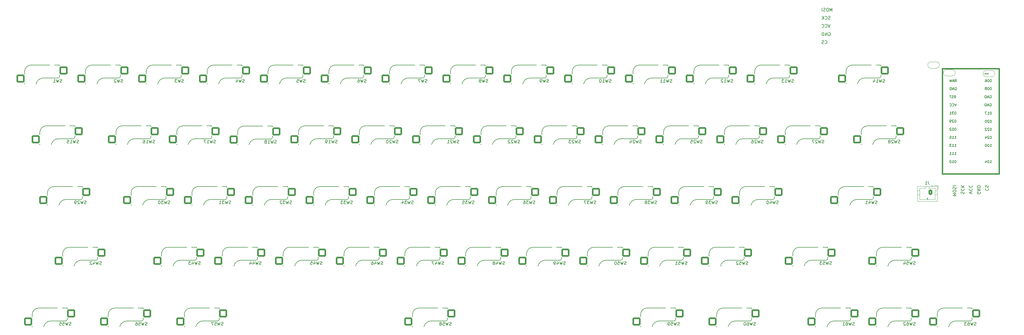
<source format=gbo>
G04 #@! TF.GenerationSoftware,KiCad,Pcbnew,(6.0.10)*
G04 #@! TF.CreationDate,2023-09-30T09:28:11-05:00*
G04 #@! TF.ProjectId,RunTypeV3,52756e54-7970-4655-9633-2e6b69636164,rev?*
G04 #@! TF.SameCoordinates,Original*
G04 #@! TF.FileFunction,Legend,Bot*
G04 #@! TF.FilePolarity,Positive*
%FSLAX46Y46*%
G04 Gerber Fmt 4.6, Leading zero omitted, Abs format (unit mm)*
G04 Created by KiCad (PCBNEW (6.0.10)) date 2023-09-30 09:28:11*
%MOMM*%
%LPD*%
G01*
G04 APERTURE LIST*
G04 Aperture macros list*
%AMRoundRect*
0 Rectangle with rounded corners*
0 $1 Rounding radius*
0 $2 $3 $4 $5 $6 $7 $8 $9 X,Y pos of 4 corners*
0 Add a 4 corners polygon primitive as box body*
4,1,4,$2,$3,$4,$5,$6,$7,$8,$9,$2,$3,0*
0 Add four circle primitives for the rounded corners*
1,1,$1+$1,$2,$3*
1,1,$1+$1,$4,$5*
1,1,$1+$1,$6,$7*
1,1,$1+$1,$8,$9*
0 Add four rect primitives between the rounded corners*
20,1,$1+$1,$2,$3,$4,$5,0*
20,1,$1+$1,$4,$5,$6,$7,0*
20,1,$1+$1,$6,$7,$8,$9,0*
20,1,$1+$1,$8,$9,$2,$3,0*%
G04 Aperture macros list end*
%ADD10C,0.150000*%
%ADD11C,0.280000*%
%ADD12C,0.120000*%
%ADD13C,0.381000*%
%ADD14C,1.752600*%
%ADD15C,0.000000*%
%ADD16R,1.600000X1.600000*%
%ADD17O,1.600000X1.600000*%
%ADD18C,1.397000*%
%ADD19C,0.750000*%
%ADD20C,0.700000*%
%ADD21C,4.400000*%
%ADD22C,1.000000*%
%ADD23C,4.000000*%
%ADD24C,3.987800*%
%ADD25C,5.000000*%
%ADD26C,2.000000*%
%ADD27C,1.750000*%
%ADD28RoundRect,0.250000X1.025000X1.000000X-1.025000X1.000000X-1.025000X-1.000000X1.025000X-1.000000X0*%
%ADD29C,3.300000*%
%ADD30RoundRect,0.250000X0.350000X0.625000X-0.350000X0.625000X-0.350000X-0.625000X0.350000X-0.625000X0*%
%ADD31O,1.200000X1.750000*%
G04 APERTURE END LIST*
D10*
X271781904Y-21024236D02*
X271448571Y-22024236D01*
X271115238Y-21024236D01*
X270210476Y-21928998D02*
X270258095Y-21976617D01*
X270400952Y-22024236D01*
X270496190Y-22024236D01*
X270639047Y-21976617D01*
X270734285Y-21881379D01*
X270781904Y-21786141D01*
X270829523Y-21595665D01*
X270829523Y-21452808D01*
X270781904Y-21262332D01*
X270734285Y-21167094D01*
X270639047Y-21071856D01*
X270496190Y-21024236D01*
X270400952Y-21024236D01*
X270258095Y-21071856D01*
X270210476Y-21119475D01*
X269210476Y-21928998D02*
X269258095Y-21976617D01*
X269400952Y-22024236D01*
X269496190Y-22024236D01*
X269639047Y-21976617D01*
X269734285Y-21881379D01*
X269781904Y-21786141D01*
X269829523Y-21595665D01*
X269829523Y-21452808D01*
X269781904Y-21262332D01*
X269734285Y-21167094D01*
X269639047Y-21071856D01*
X269496190Y-21024236D01*
X269400952Y-21024236D01*
X269258095Y-21071856D01*
X269210476Y-21119475D01*
X271305714Y-23669505D02*
X271400952Y-23621885D01*
X271543809Y-23621885D01*
X271686666Y-23669505D01*
X271781904Y-23764743D01*
X271829523Y-23859981D01*
X271877142Y-24050457D01*
X271877142Y-24193314D01*
X271829523Y-24383790D01*
X271781904Y-24479028D01*
X271686666Y-24574266D01*
X271543809Y-24621885D01*
X271448571Y-24621885D01*
X271305714Y-24574266D01*
X271258095Y-24526647D01*
X271258095Y-24193314D01*
X271448571Y-24193314D01*
X270829523Y-24621885D02*
X270829523Y-23621885D01*
X270258095Y-24621885D01*
X270258095Y-23621885D01*
X269781904Y-24621885D02*
X269781904Y-23621885D01*
X269543809Y-23621885D01*
X269400952Y-23669505D01*
X269305714Y-23764743D01*
X269258095Y-23859981D01*
X269210476Y-24050457D01*
X269210476Y-24193314D01*
X269258095Y-24383790D01*
X269305714Y-24479028D01*
X269400952Y-24574266D01*
X269543809Y-24621885D01*
X269781904Y-24621885D01*
X271781904Y-19460510D02*
X271639047Y-19508129D01*
X271400952Y-19508129D01*
X271305714Y-19460510D01*
X271258095Y-19412891D01*
X271210476Y-19317653D01*
X271210476Y-19222415D01*
X271258095Y-19127177D01*
X271305714Y-19079558D01*
X271400952Y-19031939D01*
X271591428Y-18984320D01*
X271686666Y-18936701D01*
X271734285Y-18889082D01*
X271781904Y-18793844D01*
X271781904Y-18698606D01*
X271734285Y-18603368D01*
X271686666Y-18555749D01*
X271591428Y-18508129D01*
X271353333Y-18508129D01*
X271210476Y-18555749D01*
X270210476Y-19412891D02*
X270258095Y-19460510D01*
X270400952Y-19508129D01*
X270496190Y-19508129D01*
X270639047Y-19460510D01*
X270734285Y-19365272D01*
X270781904Y-19270034D01*
X270829523Y-19079558D01*
X270829523Y-18936701D01*
X270781904Y-18746225D01*
X270734285Y-18650987D01*
X270639047Y-18555749D01*
X270496190Y-18508129D01*
X270400952Y-18508129D01*
X270258095Y-18555749D01*
X270210476Y-18603368D01*
X269781904Y-19508129D02*
X269781904Y-18508129D01*
X269210476Y-19508129D02*
X269639047Y-18936701D01*
X269210476Y-18508129D02*
X269781904Y-19079558D01*
X272400952Y-16962380D02*
X272400952Y-15962380D01*
X272067619Y-16676666D01*
X271734285Y-15962380D01*
X271734285Y-16962380D01*
X271067619Y-15962380D02*
X270877142Y-15962380D01*
X270781904Y-16010000D01*
X270686666Y-16105238D01*
X270639047Y-16295714D01*
X270639047Y-16629047D01*
X270686666Y-16819523D01*
X270781904Y-16914761D01*
X270877142Y-16962380D01*
X271067619Y-16962380D01*
X271162857Y-16914761D01*
X271258095Y-16819523D01*
X271305714Y-16629047D01*
X271305714Y-16295714D01*
X271258095Y-16105238D01*
X271162857Y-16010000D01*
X271067619Y-15962380D01*
X270258095Y-16914761D02*
X270115238Y-16962380D01*
X269877142Y-16962380D01*
X269781904Y-16914761D01*
X269734285Y-16867142D01*
X269686666Y-16771904D01*
X269686666Y-16676666D01*
X269734285Y-16581428D01*
X269781904Y-16533809D01*
X269877142Y-16486190D01*
X270067619Y-16438571D01*
X270162857Y-16390952D01*
X270210476Y-16343333D01*
X270258095Y-16248095D01*
X270258095Y-16152857D01*
X270210476Y-16057619D01*
X270162857Y-16010000D01*
X270067619Y-15962380D01*
X269829523Y-15962380D01*
X269686666Y-16010000D01*
X269258095Y-16962380D02*
X269258095Y-15962380D01*
X270162857Y-27027142D02*
X270210476Y-27074761D01*
X270353333Y-27122380D01*
X270448571Y-27122380D01*
X270591428Y-27074761D01*
X270686666Y-26979523D01*
X270734285Y-26884285D01*
X270781904Y-26693809D01*
X270781904Y-26550952D01*
X270734285Y-26360476D01*
X270686666Y-26265238D01*
X270591428Y-26170000D01*
X270448571Y-26122380D01*
X270353333Y-26122380D01*
X270210476Y-26170000D01*
X270162857Y-26217619D01*
X269781904Y-27074761D02*
X269639047Y-27122380D01*
X269400952Y-27122380D01*
X269305714Y-27074761D01*
X269258095Y-27027142D01*
X269210476Y-26931904D01*
X269210476Y-26836666D01*
X269258095Y-26741428D01*
X269305714Y-26693809D01*
X269400952Y-26646190D01*
X269591428Y-26598571D01*
X269686666Y-26550952D01*
X269734285Y-26503333D01*
X269781904Y-26408095D01*
X269781904Y-26312857D01*
X269734285Y-26217619D01*
X269686666Y-26170000D01*
X269591428Y-26122380D01*
X269353333Y-26122380D01*
X269210476Y-26170000D01*
D11*
X320156902Y-36520960D02*
X321299759Y-36520960D01*
D10*
X310235731Y-74793749D02*
X311235731Y-74793749D01*
X310521445Y-74460416D01*
X311235731Y-74127082D01*
X310235731Y-74127082D01*
X311235731Y-73460416D02*
X311235731Y-73269939D01*
X311188112Y-73174701D01*
X311092873Y-73079463D01*
X310902397Y-73031844D01*
X310569064Y-73031844D01*
X310378588Y-73079463D01*
X310283350Y-73174701D01*
X310235731Y-73269939D01*
X310235731Y-73460416D01*
X310283350Y-73555654D01*
X310378588Y-73650892D01*
X310569064Y-73698511D01*
X310902397Y-73698511D01*
X311092873Y-73650892D01*
X311188112Y-73555654D01*
X311235731Y-73460416D01*
X310283350Y-72650892D02*
X310235731Y-72508035D01*
X310235731Y-72269939D01*
X310283350Y-72174701D01*
X310330969Y-72127082D01*
X310426207Y-72079463D01*
X310521445Y-72079463D01*
X310616683Y-72127082D01*
X310664302Y-72174701D01*
X310711921Y-72269939D01*
X310759540Y-72460416D01*
X310807159Y-72555654D01*
X310854778Y-72603273D01*
X310950016Y-72650892D01*
X311045254Y-72650892D01*
X311140492Y-72603273D01*
X311188112Y-72555654D01*
X311235731Y-72460416D01*
X311235731Y-72222320D01*
X311188112Y-72079463D01*
X310235731Y-71650892D02*
X311235731Y-71650892D01*
X312823350Y-74174701D02*
X312775731Y-74031844D01*
X312775731Y-73793749D01*
X312823350Y-73698511D01*
X312870969Y-73650892D01*
X312966207Y-73603273D01*
X313061445Y-73603273D01*
X313156683Y-73650892D01*
X313204302Y-73698511D01*
X313251921Y-73793749D01*
X313299540Y-73984225D01*
X313347159Y-74079463D01*
X313394778Y-74127082D01*
X313490016Y-74174701D01*
X313585254Y-74174701D01*
X313680492Y-74127082D01*
X313728112Y-74079463D01*
X313775731Y-73984225D01*
X313775731Y-73746130D01*
X313728112Y-73603273D01*
X312870969Y-72603273D02*
X312823350Y-72650892D01*
X312775731Y-72793749D01*
X312775731Y-72888987D01*
X312823350Y-73031844D01*
X312918588Y-73127082D01*
X313013826Y-73174701D01*
X313204302Y-73222320D01*
X313347159Y-73222320D01*
X313537635Y-73174701D01*
X313632873Y-73127082D01*
X313728112Y-73031844D01*
X313775731Y-72888987D01*
X313775731Y-72793749D01*
X313728112Y-72650892D01*
X313680492Y-72603273D01*
X312775731Y-72174701D02*
X313775731Y-72174701D01*
X312775731Y-71603273D02*
X313347159Y-72031844D01*
X313775731Y-71603273D02*
X313204302Y-72174701D01*
X318808112Y-73698511D02*
X318855731Y-73793749D01*
X318855731Y-73936606D01*
X318808112Y-74079463D01*
X318712873Y-74174701D01*
X318617635Y-74222320D01*
X318427159Y-74269939D01*
X318284302Y-74269939D01*
X318093826Y-74222320D01*
X317998588Y-74174701D01*
X317903350Y-74079463D01*
X317855731Y-73936606D01*
X317855731Y-73841368D01*
X317903350Y-73698511D01*
X317950969Y-73650892D01*
X318284302Y-73650892D01*
X318284302Y-73841368D01*
X317855731Y-73222320D02*
X318855731Y-73222320D01*
X317855731Y-72650892D01*
X318855731Y-72650892D01*
X317855731Y-72174701D02*
X318855731Y-72174701D01*
X318855731Y-71936606D01*
X318808112Y-71793749D01*
X318712873Y-71698511D01*
X318617635Y-71650892D01*
X318427159Y-71603273D01*
X318284302Y-71603273D01*
X318093826Y-71650892D01*
X317998588Y-71698511D01*
X317903350Y-71793749D01*
X317855731Y-71936606D01*
X317855731Y-72174701D01*
X320490969Y-72555654D02*
X320443350Y-72603273D01*
X320395731Y-72746130D01*
X320395731Y-72841368D01*
X320443350Y-72984225D01*
X320538588Y-73079463D01*
X320633826Y-73127082D01*
X320824302Y-73174701D01*
X320967159Y-73174701D01*
X321157635Y-73127082D01*
X321252873Y-73079463D01*
X321348112Y-72984225D01*
X321395731Y-72841368D01*
X321395731Y-72746130D01*
X321348112Y-72603273D01*
X321300492Y-72555654D01*
X320443350Y-72174701D02*
X320395731Y-72031844D01*
X320395731Y-71793749D01*
X320443350Y-71698511D01*
X320490969Y-71650892D01*
X320586207Y-71603273D01*
X320681445Y-71603273D01*
X320776683Y-71650892D01*
X320824302Y-71698511D01*
X320871921Y-71793749D01*
X320919540Y-71984225D01*
X320967159Y-72079463D01*
X321014778Y-72127082D01*
X321110016Y-72174701D01*
X321205254Y-72174701D01*
X321300492Y-72127082D01*
X321348112Y-72079463D01*
X321395731Y-71984225D01*
X321395731Y-71746130D01*
X321348112Y-71603273D01*
X316315731Y-74174701D02*
X315315731Y-73841368D01*
X316315731Y-73508035D01*
X315410969Y-72603273D02*
X315363350Y-72650892D01*
X315315731Y-72793749D01*
X315315731Y-72888987D01*
X315363350Y-73031844D01*
X315458588Y-73127082D01*
X315553826Y-73174701D01*
X315744302Y-73222320D01*
X315887159Y-73222320D01*
X316077635Y-73174701D01*
X316172873Y-73127082D01*
X316268112Y-73031844D01*
X316315731Y-72888987D01*
X316315731Y-72793749D01*
X316268112Y-72650892D01*
X316220492Y-72603273D01*
X315410969Y-71603273D02*
X315363350Y-71650892D01*
X315315731Y-71793749D01*
X315315731Y-71888987D01*
X315363350Y-72031844D01*
X315458588Y-72127082D01*
X315553826Y-72174701D01*
X315744302Y-72222320D01*
X315887159Y-72222320D01*
X316077635Y-72174701D01*
X316172873Y-72127082D01*
X316268112Y-72031844D01*
X316315731Y-71888987D01*
X316315731Y-71793749D01*
X316268112Y-71650892D01*
X316220492Y-71603273D01*
X188869523Y-96374761D02*
X188726666Y-96422380D01*
X188488571Y-96422380D01*
X188393333Y-96374761D01*
X188345714Y-96327142D01*
X188298095Y-96231904D01*
X188298095Y-96136666D01*
X188345714Y-96041428D01*
X188393333Y-95993809D01*
X188488571Y-95946190D01*
X188679047Y-95898571D01*
X188774285Y-95850952D01*
X188821904Y-95803333D01*
X188869523Y-95708095D01*
X188869523Y-95612857D01*
X188821904Y-95517619D01*
X188774285Y-95470000D01*
X188679047Y-95422380D01*
X188440952Y-95422380D01*
X188298095Y-95470000D01*
X187964761Y-95422380D02*
X187726666Y-96422380D01*
X187536190Y-95708095D01*
X187345714Y-96422380D01*
X187107619Y-95422380D01*
X186298095Y-95755714D02*
X186298095Y-96422380D01*
X186536190Y-95374761D02*
X186774285Y-96089047D01*
X186155238Y-96089047D01*
X185726666Y-96422380D02*
X185536190Y-96422380D01*
X185440952Y-96374761D01*
X185393333Y-96327142D01*
X185298095Y-96184285D01*
X185250476Y-95993809D01*
X185250476Y-95612857D01*
X185298095Y-95517619D01*
X185345714Y-95470000D01*
X185440952Y-95422380D01*
X185631428Y-95422380D01*
X185726666Y-95470000D01*
X185774285Y-95517619D01*
X185821904Y-95612857D01*
X185821904Y-95850952D01*
X185774285Y-95946190D01*
X185726666Y-95993809D01*
X185631428Y-96041428D01*
X185440952Y-96041428D01*
X185345714Y-95993809D01*
X185298095Y-95946190D01*
X185250476Y-95850952D01*
X241257023Y-39224761D02*
X241114166Y-39272380D01*
X240876071Y-39272380D01*
X240780833Y-39224761D01*
X240733214Y-39177142D01*
X240685595Y-39081904D01*
X240685595Y-38986666D01*
X240733214Y-38891428D01*
X240780833Y-38843809D01*
X240876071Y-38796190D01*
X241066547Y-38748571D01*
X241161785Y-38700952D01*
X241209404Y-38653333D01*
X241257023Y-38558095D01*
X241257023Y-38462857D01*
X241209404Y-38367619D01*
X241161785Y-38320000D01*
X241066547Y-38272380D01*
X240828452Y-38272380D01*
X240685595Y-38320000D01*
X240352261Y-38272380D02*
X240114166Y-39272380D01*
X239923690Y-38558095D01*
X239733214Y-39272380D01*
X239495119Y-38272380D01*
X238590357Y-39272380D02*
X239161785Y-39272380D01*
X238876071Y-39272380D02*
X238876071Y-38272380D01*
X238971309Y-38415238D01*
X239066547Y-38510476D01*
X239161785Y-38558095D01*
X238209404Y-38367619D02*
X238161785Y-38320000D01*
X238066547Y-38272380D01*
X237828452Y-38272380D01*
X237733214Y-38320000D01*
X237685595Y-38367619D01*
X237637976Y-38462857D01*
X237637976Y-38558095D01*
X237685595Y-38700952D01*
X238257023Y-39272380D01*
X237637976Y-39272380D01*
X298407023Y-96374761D02*
X298264166Y-96422380D01*
X298026071Y-96422380D01*
X297930833Y-96374761D01*
X297883214Y-96327142D01*
X297835595Y-96231904D01*
X297835595Y-96136666D01*
X297883214Y-96041428D01*
X297930833Y-95993809D01*
X298026071Y-95946190D01*
X298216547Y-95898571D01*
X298311785Y-95850952D01*
X298359404Y-95803333D01*
X298407023Y-95708095D01*
X298407023Y-95612857D01*
X298359404Y-95517619D01*
X298311785Y-95470000D01*
X298216547Y-95422380D01*
X297978452Y-95422380D01*
X297835595Y-95470000D01*
X297502261Y-95422380D02*
X297264166Y-96422380D01*
X297073690Y-95708095D01*
X296883214Y-96422380D01*
X296645119Y-95422380D01*
X295787976Y-95422380D02*
X296264166Y-95422380D01*
X296311785Y-95898571D01*
X296264166Y-95850952D01*
X296168928Y-95803333D01*
X295930833Y-95803333D01*
X295835595Y-95850952D01*
X295787976Y-95898571D01*
X295740357Y-95993809D01*
X295740357Y-96231904D01*
X295787976Y-96327142D01*
X295835595Y-96374761D01*
X295930833Y-96422380D01*
X296168928Y-96422380D01*
X296264166Y-96374761D01*
X296311785Y-96327142D01*
X294883214Y-95755714D02*
X294883214Y-96422380D01*
X295121309Y-95374761D02*
X295359404Y-96089047D01*
X294740357Y-96089047D01*
X236494523Y-77324761D02*
X236351666Y-77372380D01*
X236113571Y-77372380D01*
X236018333Y-77324761D01*
X235970714Y-77277142D01*
X235923095Y-77181904D01*
X235923095Y-77086666D01*
X235970714Y-76991428D01*
X236018333Y-76943809D01*
X236113571Y-76896190D01*
X236304047Y-76848571D01*
X236399285Y-76800952D01*
X236446904Y-76753333D01*
X236494523Y-76658095D01*
X236494523Y-76562857D01*
X236446904Y-76467619D01*
X236399285Y-76420000D01*
X236304047Y-76372380D01*
X236065952Y-76372380D01*
X235923095Y-76420000D01*
X235589761Y-76372380D02*
X235351666Y-77372380D01*
X235161190Y-76658095D01*
X234970714Y-77372380D01*
X234732619Y-76372380D01*
X234446904Y-76372380D02*
X233827857Y-76372380D01*
X234161190Y-76753333D01*
X234018333Y-76753333D01*
X233923095Y-76800952D01*
X233875476Y-76848571D01*
X233827857Y-76943809D01*
X233827857Y-77181904D01*
X233875476Y-77277142D01*
X233923095Y-77324761D01*
X234018333Y-77372380D01*
X234304047Y-77372380D01*
X234399285Y-77324761D01*
X234446904Y-77277142D01*
X233351666Y-77372380D02*
X233161190Y-77372380D01*
X233065952Y-77324761D01*
X233018333Y-77277142D01*
X232923095Y-77134285D01*
X232875476Y-76943809D01*
X232875476Y-76562857D01*
X232923095Y-76467619D01*
X232970714Y-76420000D01*
X233065952Y-76372380D01*
X233256428Y-76372380D01*
X233351666Y-76420000D01*
X233399285Y-76467619D01*
X233446904Y-76562857D01*
X233446904Y-76800952D01*
X233399285Y-76896190D01*
X233351666Y-76943809D01*
X233256428Y-76991428D01*
X233065952Y-76991428D01*
X232970714Y-76943809D01*
X232923095Y-76896190D01*
X232875476Y-76800952D01*
X69330833Y-39224761D02*
X69187976Y-39272380D01*
X68949880Y-39272380D01*
X68854642Y-39224761D01*
X68807023Y-39177142D01*
X68759404Y-39081904D01*
X68759404Y-38986666D01*
X68807023Y-38891428D01*
X68854642Y-38843809D01*
X68949880Y-38796190D01*
X69140357Y-38748571D01*
X69235595Y-38700952D01*
X69283214Y-38653333D01*
X69330833Y-38558095D01*
X69330833Y-38462857D01*
X69283214Y-38367619D01*
X69235595Y-38320000D01*
X69140357Y-38272380D01*
X68902261Y-38272380D01*
X68759404Y-38320000D01*
X68426071Y-38272380D02*
X68187976Y-39272380D01*
X67997500Y-38558095D01*
X67807023Y-39272380D01*
X67568928Y-38272380D01*
X67283214Y-38272380D02*
X66664166Y-38272380D01*
X66997500Y-38653333D01*
X66854642Y-38653333D01*
X66759404Y-38700952D01*
X66711785Y-38748571D01*
X66664166Y-38843809D01*
X66664166Y-39081904D01*
X66711785Y-39177142D01*
X66759404Y-39224761D01*
X66854642Y-39272380D01*
X67140357Y-39272380D01*
X67235595Y-39224761D01*
X67283214Y-39177142D01*
X203157023Y-39224761D02*
X203014166Y-39272380D01*
X202776071Y-39272380D01*
X202680833Y-39224761D01*
X202633214Y-39177142D01*
X202585595Y-39081904D01*
X202585595Y-38986666D01*
X202633214Y-38891428D01*
X202680833Y-38843809D01*
X202776071Y-38796190D01*
X202966547Y-38748571D01*
X203061785Y-38700952D01*
X203109404Y-38653333D01*
X203157023Y-38558095D01*
X203157023Y-38462857D01*
X203109404Y-38367619D01*
X203061785Y-38320000D01*
X202966547Y-38272380D01*
X202728452Y-38272380D01*
X202585595Y-38320000D01*
X202252261Y-38272380D02*
X202014166Y-39272380D01*
X201823690Y-38558095D01*
X201633214Y-39272380D01*
X201395119Y-38272380D01*
X200490357Y-39272380D02*
X201061785Y-39272380D01*
X200776071Y-39272380D02*
X200776071Y-38272380D01*
X200871309Y-38415238D01*
X200966547Y-38510476D01*
X201061785Y-38558095D01*
X199871309Y-38272380D02*
X199776071Y-38272380D01*
X199680833Y-38320000D01*
X199633214Y-38367619D01*
X199585595Y-38462857D01*
X199537976Y-38653333D01*
X199537976Y-38891428D01*
X199585595Y-39081904D01*
X199633214Y-39177142D01*
X199680833Y-39224761D01*
X199776071Y-39272380D01*
X199871309Y-39272380D01*
X199966547Y-39224761D01*
X200014166Y-39177142D01*
X200061785Y-39081904D01*
X200109404Y-38891428D01*
X200109404Y-38653333D01*
X200061785Y-38462857D01*
X200014166Y-38367619D01*
X199966547Y-38320000D01*
X199871309Y-38272380D01*
X224588273Y-115424761D02*
X224445416Y-115472380D01*
X224207321Y-115472380D01*
X224112083Y-115424761D01*
X224064464Y-115377142D01*
X224016845Y-115281904D01*
X224016845Y-115186666D01*
X224064464Y-115091428D01*
X224112083Y-115043809D01*
X224207321Y-114996190D01*
X224397797Y-114948571D01*
X224493035Y-114900952D01*
X224540654Y-114853333D01*
X224588273Y-114758095D01*
X224588273Y-114662857D01*
X224540654Y-114567619D01*
X224493035Y-114520000D01*
X224397797Y-114472380D01*
X224159702Y-114472380D01*
X224016845Y-114520000D01*
X223683511Y-114472380D02*
X223445416Y-115472380D01*
X223254940Y-114758095D01*
X223064464Y-115472380D01*
X222826369Y-114472380D01*
X221969226Y-114472380D02*
X222445416Y-114472380D01*
X222493035Y-114948571D01*
X222445416Y-114900952D01*
X222350178Y-114853333D01*
X222112083Y-114853333D01*
X222016845Y-114900952D01*
X221969226Y-114948571D01*
X221921607Y-115043809D01*
X221921607Y-115281904D01*
X221969226Y-115377142D01*
X222016845Y-115424761D01*
X222112083Y-115472380D01*
X222350178Y-115472380D01*
X222445416Y-115424761D01*
X222493035Y-115377142D01*
X221445416Y-115472380D02*
X221254940Y-115472380D01*
X221159702Y-115424761D01*
X221112083Y-115377142D01*
X221016845Y-115234285D01*
X220969226Y-115043809D01*
X220969226Y-114662857D01*
X221016845Y-114567619D01*
X221064464Y-114520000D01*
X221159702Y-114472380D01*
X221350178Y-114472380D01*
X221445416Y-114520000D01*
X221493035Y-114567619D01*
X221540654Y-114662857D01*
X221540654Y-114900952D01*
X221493035Y-114996190D01*
X221445416Y-115043809D01*
X221350178Y-115091428D01*
X221159702Y-115091428D01*
X221064464Y-115043809D01*
X221016845Y-114996190D01*
X220969226Y-114900952D01*
X103144523Y-77324761D02*
X103001666Y-77372380D01*
X102763571Y-77372380D01*
X102668333Y-77324761D01*
X102620714Y-77277142D01*
X102573095Y-77181904D01*
X102573095Y-77086666D01*
X102620714Y-76991428D01*
X102668333Y-76943809D01*
X102763571Y-76896190D01*
X102954047Y-76848571D01*
X103049285Y-76800952D01*
X103096904Y-76753333D01*
X103144523Y-76658095D01*
X103144523Y-76562857D01*
X103096904Y-76467619D01*
X103049285Y-76420000D01*
X102954047Y-76372380D01*
X102715952Y-76372380D01*
X102573095Y-76420000D01*
X102239761Y-76372380D02*
X102001666Y-77372380D01*
X101811190Y-76658095D01*
X101620714Y-77372380D01*
X101382619Y-76372380D01*
X101096904Y-76372380D02*
X100477857Y-76372380D01*
X100811190Y-76753333D01*
X100668333Y-76753333D01*
X100573095Y-76800952D01*
X100525476Y-76848571D01*
X100477857Y-76943809D01*
X100477857Y-77181904D01*
X100525476Y-77277142D01*
X100573095Y-77324761D01*
X100668333Y-77372380D01*
X100954047Y-77372380D01*
X101049285Y-77324761D01*
X101096904Y-77277142D01*
X100096904Y-76467619D02*
X100049285Y-76420000D01*
X99954047Y-76372380D01*
X99715952Y-76372380D01*
X99620714Y-76420000D01*
X99573095Y-76467619D01*
X99525476Y-76562857D01*
X99525476Y-76658095D01*
X99573095Y-76800952D01*
X100144523Y-77372380D01*
X99525476Y-77372380D01*
X231732023Y-58274761D02*
X231589166Y-58322380D01*
X231351071Y-58322380D01*
X231255833Y-58274761D01*
X231208214Y-58227142D01*
X231160595Y-58131904D01*
X231160595Y-58036666D01*
X231208214Y-57941428D01*
X231255833Y-57893809D01*
X231351071Y-57846190D01*
X231541547Y-57798571D01*
X231636785Y-57750952D01*
X231684404Y-57703333D01*
X231732023Y-57608095D01*
X231732023Y-57512857D01*
X231684404Y-57417619D01*
X231636785Y-57370000D01*
X231541547Y-57322380D01*
X231303452Y-57322380D01*
X231160595Y-57370000D01*
X230827261Y-57322380D02*
X230589166Y-58322380D01*
X230398690Y-57608095D01*
X230208214Y-58322380D01*
X229970119Y-57322380D01*
X229636785Y-57417619D02*
X229589166Y-57370000D01*
X229493928Y-57322380D01*
X229255833Y-57322380D01*
X229160595Y-57370000D01*
X229112976Y-57417619D01*
X229065357Y-57512857D01*
X229065357Y-57608095D01*
X229112976Y-57750952D01*
X229684404Y-58322380D01*
X229065357Y-58322380D01*
X228160595Y-57322380D02*
X228636785Y-57322380D01*
X228684404Y-57798571D01*
X228636785Y-57750952D01*
X228541547Y-57703333D01*
X228303452Y-57703333D01*
X228208214Y-57750952D01*
X228160595Y-57798571D01*
X228112976Y-57893809D01*
X228112976Y-58131904D01*
X228160595Y-58227142D01*
X228208214Y-58274761D01*
X228303452Y-58322380D01*
X228541547Y-58322380D01*
X228636785Y-58274761D01*
X228684404Y-58227142D01*
X79332023Y-58274761D02*
X79189166Y-58322380D01*
X78951071Y-58322380D01*
X78855833Y-58274761D01*
X78808214Y-58227142D01*
X78760595Y-58131904D01*
X78760595Y-58036666D01*
X78808214Y-57941428D01*
X78855833Y-57893809D01*
X78951071Y-57846190D01*
X79141547Y-57798571D01*
X79236785Y-57750952D01*
X79284404Y-57703333D01*
X79332023Y-57608095D01*
X79332023Y-57512857D01*
X79284404Y-57417619D01*
X79236785Y-57370000D01*
X79141547Y-57322380D01*
X78903452Y-57322380D01*
X78760595Y-57370000D01*
X78427261Y-57322380D02*
X78189166Y-58322380D01*
X77998690Y-57608095D01*
X77808214Y-58322380D01*
X77570119Y-57322380D01*
X76665357Y-58322380D02*
X77236785Y-58322380D01*
X76951071Y-58322380D02*
X76951071Y-57322380D01*
X77046309Y-57465238D01*
X77141547Y-57560476D01*
X77236785Y-57608095D01*
X76332023Y-57322380D02*
X75665357Y-57322380D01*
X76093928Y-58322380D01*
X302545833Y-70212380D02*
X302545833Y-70926666D01*
X302593452Y-71069523D01*
X302688690Y-71164761D01*
X302831547Y-71212380D01*
X302926785Y-71212380D01*
X301545833Y-71212380D02*
X302117261Y-71212380D01*
X301831547Y-71212380D02*
X301831547Y-70212380D01*
X301926785Y-70355238D01*
X302022023Y-70450476D01*
X302117261Y-70498095D01*
X164580833Y-39224761D02*
X164437976Y-39272380D01*
X164199880Y-39272380D01*
X164104642Y-39224761D01*
X164057023Y-39177142D01*
X164009404Y-39081904D01*
X164009404Y-38986666D01*
X164057023Y-38891428D01*
X164104642Y-38843809D01*
X164199880Y-38796190D01*
X164390357Y-38748571D01*
X164485595Y-38700952D01*
X164533214Y-38653333D01*
X164580833Y-38558095D01*
X164580833Y-38462857D01*
X164533214Y-38367619D01*
X164485595Y-38320000D01*
X164390357Y-38272380D01*
X164152261Y-38272380D01*
X164009404Y-38320000D01*
X163676071Y-38272380D02*
X163437976Y-39272380D01*
X163247500Y-38558095D01*
X163057023Y-39272380D01*
X162818928Y-38272380D01*
X162295119Y-38700952D02*
X162390357Y-38653333D01*
X162437976Y-38605714D01*
X162485595Y-38510476D01*
X162485595Y-38462857D01*
X162437976Y-38367619D01*
X162390357Y-38320000D01*
X162295119Y-38272380D01*
X162104642Y-38272380D01*
X162009404Y-38320000D01*
X161961785Y-38367619D01*
X161914166Y-38462857D01*
X161914166Y-38510476D01*
X161961785Y-38605714D01*
X162009404Y-38653333D01*
X162104642Y-38700952D01*
X162295119Y-38700952D01*
X162390357Y-38748571D01*
X162437976Y-38796190D01*
X162485595Y-38891428D01*
X162485595Y-39081904D01*
X162437976Y-39177142D01*
X162390357Y-39224761D01*
X162295119Y-39272380D01*
X162104642Y-39272380D01*
X162009404Y-39224761D01*
X161961785Y-39177142D01*
X161914166Y-39081904D01*
X161914166Y-38891428D01*
X161961785Y-38796190D01*
X162009404Y-38748571D01*
X162104642Y-38700952D01*
X217444523Y-77324761D02*
X217301666Y-77372380D01*
X217063571Y-77372380D01*
X216968333Y-77324761D01*
X216920714Y-77277142D01*
X216873095Y-77181904D01*
X216873095Y-77086666D01*
X216920714Y-76991428D01*
X216968333Y-76943809D01*
X217063571Y-76896190D01*
X217254047Y-76848571D01*
X217349285Y-76800952D01*
X217396904Y-76753333D01*
X217444523Y-76658095D01*
X217444523Y-76562857D01*
X217396904Y-76467619D01*
X217349285Y-76420000D01*
X217254047Y-76372380D01*
X217015952Y-76372380D01*
X216873095Y-76420000D01*
X216539761Y-76372380D02*
X216301666Y-77372380D01*
X216111190Y-76658095D01*
X215920714Y-77372380D01*
X215682619Y-76372380D01*
X215396904Y-76372380D02*
X214777857Y-76372380D01*
X215111190Y-76753333D01*
X214968333Y-76753333D01*
X214873095Y-76800952D01*
X214825476Y-76848571D01*
X214777857Y-76943809D01*
X214777857Y-77181904D01*
X214825476Y-77277142D01*
X214873095Y-77324761D01*
X214968333Y-77372380D01*
X215254047Y-77372380D01*
X215349285Y-77324761D01*
X215396904Y-77277142D01*
X214206428Y-76800952D02*
X214301666Y-76753333D01*
X214349285Y-76705714D01*
X214396904Y-76610476D01*
X214396904Y-76562857D01*
X214349285Y-76467619D01*
X214301666Y-76420000D01*
X214206428Y-76372380D01*
X214015952Y-76372380D01*
X213920714Y-76420000D01*
X213873095Y-76467619D01*
X213825476Y-76562857D01*
X213825476Y-76610476D01*
X213873095Y-76705714D01*
X213920714Y-76753333D01*
X214015952Y-76800952D01*
X214206428Y-76800952D01*
X214301666Y-76848571D01*
X214349285Y-76896190D01*
X214396904Y-76991428D01*
X214396904Y-77181904D01*
X214349285Y-77277142D01*
X214301666Y-77324761D01*
X214206428Y-77372380D01*
X214015952Y-77372380D01*
X213920714Y-77324761D01*
X213873095Y-77277142D01*
X213825476Y-77181904D01*
X213825476Y-76991428D01*
X213873095Y-76896190D01*
X213920714Y-76848571D01*
X214015952Y-76800952D01*
X279357023Y-115424761D02*
X279214166Y-115472380D01*
X278976071Y-115472380D01*
X278880833Y-115424761D01*
X278833214Y-115377142D01*
X278785595Y-115281904D01*
X278785595Y-115186666D01*
X278833214Y-115091428D01*
X278880833Y-115043809D01*
X278976071Y-114996190D01*
X279166547Y-114948571D01*
X279261785Y-114900952D01*
X279309404Y-114853333D01*
X279357023Y-114758095D01*
X279357023Y-114662857D01*
X279309404Y-114567619D01*
X279261785Y-114520000D01*
X279166547Y-114472380D01*
X278928452Y-114472380D01*
X278785595Y-114520000D01*
X278452261Y-114472380D02*
X278214166Y-115472380D01*
X278023690Y-114758095D01*
X277833214Y-115472380D01*
X277595119Y-114472380D01*
X276785595Y-114472380D02*
X276976071Y-114472380D01*
X277071309Y-114520000D01*
X277118928Y-114567619D01*
X277214166Y-114710476D01*
X277261785Y-114900952D01*
X277261785Y-115281904D01*
X277214166Y-115377142D01*
X277166547Y-115424761D01*
X277071309Y-115472380D01*
X276880833Y-115472380D01*
X276785595Y-115424761D01*
X276737976Y-115377142D01*
X276690357Y-115281904D01*
X276690357Y-115043809D01*
X276737976Y-114948571D01*
X276785595Y-114900952D01*
X276880833Y-114853333D01*
X277071309Y-114853333D01*
X277166547Y-114900952D01*
X277214166Y-114948571D01*
X277261785Y-115043809D01*
X275737976Y-115472380D02*
X276309404Y-115472380D01*
X276023690Y-115472380D02*
X276023690Y-114472380D01*
X276118928Y-114615238D01*
X276214166Y-114710476D01*
X276309404Y-114758095D01*
X226969523Y-96374761D02*
X226826666Y-96422380D01*
X226588571Y-96422380D01*
X226493333Y-96374761D01*
X226445714Y-96327142D01*
X226398095Y-96231904D01*
X226398095Y-96136666D01*
X226445714Y-96041428D01*
X226493333Y-95993809D01*
X226588571Y-95946190D01*
X226779047Y-95898571D01*
X226874285Y-95850952D01*
X226921904Y-95803333D01*
X226969523Y-95708095D01*
X226969523Y-95612857D01*
X226921904Y-95517619D01*
X226874285Y-95470000D01*
X226779047Y-95422380D01*
X226540952Y-95422380D01*
X226398095Y-95470000D01*
X226064761Y-95422380D02*
X225826666Y-96422380D01*
X225636190Y-95708095D01*
X225445714Y-96422380D01*
X225207619Y-95422380D01*
X224350476Y-95422380D02*
X224826666Y-95422380D01*
X224874285Y-95898571D01*
X224826666Y-95850952D01*
X224731428Y-95803333D01*
X224493333Y-95803333D01*
X224398095Y-95850952D01*
X224350476Y-95898571D01*
X224302857Y-95993809D01*
X224302857Y-96231904D01*
X224350476Y-96327142D01*
X224398095Y-96374761D01*
X224493333Y-96422380D01*
X224731428Y-96422380D01*
X224826666Y-96374761D01*
X224874285Y-96327142D01*
X223350476Y-96422380D02*
X223921904Y-96422380D01*
X223636190Y-96422380D02*
X223636190Y-95422380D01*
X223731428Y-95565238D01*
X223826666Y-95660476D01*
X223921904Y-95708095D01*
X43613273Y-96374761D02*
X43470416Y-96422380D01*
X43232321Y-96422380D01*
X43137083Y-96374761D01*
X43089464Y-96327142D01*
X43041845Y-96231904D01*
X43041845Y-96136666D01*
X43089464Y-96041428D01*
X43137083Y-95993809D01*
X43232321Y-95946190D01*
X43422797Y-95898571D01*
X43518035Y-95850952D01*
X43565654Y-95803333D01*
X43613273Y-95708095D01*
X43613273Y-95612857D01*
X43565654Y-95517619D01*
X43518035Y-95470000D01*
X43422797Y-95422380D01*
X43184702Y-95422380D01*
X43041845Y-95470000D01*
X42708511Y-95422380D02*
X42470416Y-96422380D01*
X42279940Y-95708095D01*
X42089464Y-96422380D01*
X41851369Y-95422380D01*
X41041845Y-95755714D02*
X41041845Y-96422380D01*
X41279940Y-95374761D02*
X41518035Y-96089047D01*
X40898988Y-96089047D01*
X40565654Y-95517619D02*
X40518035Y-95470000D01*
X40422797Y-95422380D01*
X40184702Y-95422380D01*
X40089464Y-95470000D01*
X40041845Y-95517619D01*
X39994226Y-95612857D01*
X39994226Y-95708095D01*
X40041845Y-95850952D01*
X40613273Y-96422380D01*
X39994226Y-96422380D01*
X57900773Y-115424761D02*
X57757916Y-115472380D01*
X57519821Y-115472380D01*
X57424583Y-115424761D01*
X57376964Y-115377142D01*
X57329345Y-115281904D01*
X57329345Y-115186666D01*
X57376964Y-115091428D01*
X57424583Y-115043809D01*
X57519821Y-114996190D01*
X57710297Y-114948571D01*
X57805535Y-114900952D01*
X57853154Y-114853333D01*
X57900773Y-114758095D01*
X57900773Y-114662857D01*
X57853154Y-114567619D01*
X57805535Y-114520000D01*
X57710297Y-114472380D01*
X57472202Y-114472380D01*
X57329345Y-114520000D01*
X56996011Y-114472380D02*
X56757916Y-115472380D01*
X56567440Y-114758095D01*
X56376964Y-115472380D01*
X56138869Y-114472380D01*
X55281726Y-114472380D02*
X55757916Y-114472380D01*
X55805535Y-114948571D01*
X55757916Y-114900952D01*
X55662678Y-114853333D01*
X55424583Y-114853333D01*
X55329345Y-114900952D01*
X55281726Y-114948571D01*
X55234107Y-115043809D01*
X55234107Y-115281904D01*
X55281726Y-115377142D01*
X55329345Y-115424761D01*
X55424583Y-115472380D01*
X55662678Y-115472380D01*
X55757916Y-115424761D01*
X55805535Y-115377142D01*
X54376964Y-114472380D02*
X54567440Y-114472380D01*
X54662678Y-114520000D01*
X54710297Y-114567619D01*
X54805535Y-114710476D01*
X54853154Y-114900952D01*
X54853154Y-115281904D01*
X54805535Y-115377142D01*
X54757916Y-115424761D01*
X54662678Y-115472380D01*
X54472202Y-115472380D01*
X54376964Y-115424761D01*
X54329345Y-115377142D01*
X54281726Y-115281904D01*
X54281726Y-115043809D01*
X54329345Y-114948571D01*
X54376964Y-114900952D01*
X54472202Y-114853333D01*
X54662678Y-114853333D01*
X54757916Y-114900952D01*
X54805535Y-114948571D01*
X54853154Y-115043809D01*
X107430833Y-39224761D02*
X107287976Y-39272380D01*
X107049880Y-39272380D01*
X106954642Y-39224761D01*
X106907023Y-39177142D01*
X106859404Y-39081904D01*
X106859404Y-38986666D01*
X106907023Y-38891428D01*
X106954642Y-38843809D01*
X107049880Y-38796190D01*
X107240357Y-38748571D01*
X107335595Y-38700952D01*
X107383214Y-38653333D01*
X107430833Y-38558095D01*
X107430833Y-38462857D01*
X107383214Y-38367619D01*
X107335595Y-38320000D01*
X107240357Y-38272380D01*
X107002261Y-38272380D01*
X106859404Y-38320000D01*
X106526071Y-38272380D02*
X106287976Y-39272380D01*
X106097500Y-38558095D01*
X105907023Y-39272380D01*
X105668928Y-38272380D01*
X104811785Y-38272380D02*
X105287976Y-38272380D01*
X105335595Y-38748571D01*
X105287976Y-38700952D01*
X105192738Y-38653333D01*
X104954642Y-38653333D01*
X104859404Y-38700952D01*
X104811785Y-38748571D01*
X104764166Y-38843809D01*
X104764166Y-39081904D01*
X104811785Y-39177142D01*
X104859404Y-39224761D01*
X104954642Y-39272380D01*
X105192738Y-39272380D01*
X105287976Y-39224761D01*
X105335595Y-39177142D01*
X98382023Y-58344761D02*
X98239166Y-58392380D01*
X98001071Y-58392380D01*
X97905833Y-58344761D01*
X97858214Y-58297142D01*
X97810595Y-58201904D01*
X97810595Y-58106666D01*
X97858214Y-58011428D01*
X97905833Y-57963809D01*
X98001071Y-57916190D01*
X98191547Y-57868571D01*
X98286785Y-57820952D01*
X98334404Y-57773333D01*
X98382023Y-57678095D01*
X98382023Y-57582857D01*
X98334404Y-57487619D01*
X98286785Y-57440000D01*
X98191547Y-57392380D01*
X97953452Y-57392380D01*
X97810595Y-57440000D01*
X97477261Y-57392380D02*
X97239166Y-58392380D01*
X97048690Y-57678095D01*
X96858214Y-58392380D01*
X96620119Y-57392380D01*
X95715357Y-58392380D02*
X96286785Y-58392380D01*
X96001071Y-58392380D02*
X96001071Y-57392380D01*
X96096309Y-57535238D01*
X96191547Y-57630476D01*
X96286785Y-57678095D01*
X95143928Y-57820952D02*
X95239166Y-57773333D01*
X95286785Y-57725714D01*
X95334404Y-57630476D01*
X95334404Y-57582857D01*
X95286785Y-57487619D01*
X95239166Y-57440000D01*
X95143928Y-57392380D01*
X94953452Y-57392380D01*
X94858214Y-57440000D01*
X94810595Y-57487619D01*
X94762976Y-57582857D01*
X94762976Y-57630476D01*
X94810595Y-57725714D01*
X94858214Y-57773333D01*
X94953452Y-57820952D01*
X95143928Y-57820952D01*
X95239166Y-57868571D01*
X95286785Y-57916190D01*
X95334404Y-58011428D01*
X95334404Y-58201904D01*
X95286785Y-58297142D01*
X95239166Y-58344761D01*
X95143928Y-58392380D01*
X94953452Y-58392380D01*
X94858214Y-58344761D01*
X94810595Y-58297142D01*
X94762976Y-58201904D01*
X94762976Y-58011428D01*
X94810595Y-57916190D01*
X94858214Y-57868571D01*
X94953452Y-57820952D01*
X74569523Y-96374761D02*
X74426666Y-96422380D01*
X74188571Y-96422380D01*
X74093333Y-96374761D01*
X74045714Y-96327142D01*
X73998095Y-96231904D01*
X73998095Y-96136666D01*
X74045714Y-96041428D01*
X74093333Y-95993809D01*
X74188571Y-95946190D01*
X74379047Y-95898571D01*
X74474285Y-95850952D01*
X74521904Y-95803333D01*
X74569523Y-95708095D01*
X74569523Y-95612857D01*
X74521904Y-95517619D01*
X74474285Y-95470000D01*
X74379047Y-95422380D01*
X74140952Y-95422380D01*
X73998095Y-95470000D01*
X73664761Y-95422380D02*
X73426666Y-96422380D01*
X73236190Y-95708095D01*
X73045714Y-96422380D01*
X72807619Y-95422380D01*
X71998095Y-95755714D02*
X71998095Y-96422380D01*
X72236190Y-95374761D02*
X72474285Y-96089047D01*
X71855238Y-96089047D01*
X71569523Y-95422380D02*
X70950476Y-95422380D01*
X71283809Y-95803333D01*
X71140952Y-95803333D01*
X71045714Y-95850952D01*
X70998095Y-95898571D01*
X70950476Y-95993809D01*
X70950476Y-96231904D01*
X70998095Y-96327142D01*
X71045714Y-96374761D01*
X71140952Y-96422380D01*
X71426666Y-96422380D01*
X71521904Y-96374761D01*
X71569523Y-96327142D01*
X50280833Y-39224761D02*
X50137976Y-39272380D01*
X49899880Y-39272380D01*
X49804642Y-39224761D01*
X49757023Y-39177142D01*
X49709404Y-39081904D01*
X49709404Y-38986666D01*
X49757023Y-38891428D01*
X49804642Y-38843809D01*
X49899880Y-38796190D01*
X50090357Y-38748571D01*
X50185595Y-38700952D01*
X50233214Y-38653333D01*
X50280833Y-38558095D01*
X50280833Y-38462857D01*
X50233214Y-38367619D01*
X50185595Y-38320000D01*
X50090357Y-38272380D01*
X49852261Y-38272380D01*
X49709404Y-38320000D01*
X49376071Y-38272380D02*
X49137976Y-39272380D01*
X48947500Y-38558095D01*
X48757023Y-39272380D01*
X48518928Y-38272380D01*
X48185595Y-38367619D02*
X48137976Y-38320000D01*
X48042738Y-38272380D01*
X47804642Y-38272380D01*
X47709404Y-38320000D01*
X47661785Y-38367619D01*
X47614166Y-38462857D01*
X47614166Y-38558095D01*
X47661785Y-38700952D01*
X48233214Y-39272380D01*
X47614166Y-39272380D01*
X84094523Y-77324761D02*
X83951666Y-77372380D01*
X83713571Y-77372380D01*
X83618333Y-77324761D01*
X83570714Y-77277142D01*
X83523095Y-77181904D01*
X83523095Y-77086666D01*
X83570714Y-76991428D01*
X83618333Y-76943809D01*
X83713571Y-76896190D01*
X83904047Y-76848571D01*
X83999285Y-76800952D01*
X84046904Y-76753333D01*
X84094523Y-76658095D01*
X84094523Y-76562857D01*
X84046904Y-76467619D01*
X83999285Y-76420000D01*
X83904047Y-76372380D01*
X83665952Y-76372380D01*
X83523095Y-76420000D01*
X83189761Y-76372380D02*
X82951666Y-77372380D01*
X82761190Y-76658095D01*
X82570714Y-77372380D01*
X82332619Y-76372380D01*
X82046904Y-76372380D02*
X81427857Y-76372380D01*
X81761190Y-76753333D01*
X81618333Y-76753333D01*
X81523095Y-76800952D01*
X81475476Y-76848571D01*
X81427857Y-76943809D01*
X81427857Y-77181904D01*
X81475476Y-77277142D01*
X81523095Y-77324761D01*
X81618333Y-77372380D01*
X81904047Y-77372380D01*
X81999285Y-77324761D01*
X82046904Y-77277142D01*
X80475476Y-77372380D02*
X81046904Y-77372380D01*
X80761190Y-77372380D02*
X80761190Y-76372380D01*
X80856428Y-76515238D01*
X80951666Y-76610476D01*
X81046904Y-76658095D01*
X93619523Y-96374761D02*
X93476666Y-96422380D01*
X93238571Y-96422380D01*
X93143333Y-96374761D01*
X93095714Y-96327142D01*
X93048095Y-96231904D01*
X93048095Y-96136666D01*
X93095714Y-96041428D01*
X93143333Y-95993809D01*
X93238571Y-95946190D01*
X93429047Y-95898571D01*
X93524285Y-95850952D01*
X93571904Y-95803333D01*
X93619523Y-95708095D01*
X93619523Y-95612857D01*
X93571904Y-95517619D01*
X93524285Y-95470000D01*
X93429047Y-95422380D01*
X93190952Y-95422380D01*
X93048095Y-95470000D01*
X92714761Y-95422380D02*
X92476666Y-96422380D01*
X92286190Y-95708095D01*
X92095714Y-96422380D01*
X91857619Y-95422380D01*
X91048095Y-95755714D02*
X91048095Y-96422380D01*
X91286190Y-95374761D02*
X91524285Y-96089047D01*
X90905238Y-96089047D01*
X90095714Y-95755714D02*
X90095714Y-96422380D01*
X90333809Y-95374761D02*
X90571904Y-96089047D01*
X89952857Y-96089047D01*
X248400773Y-115424761D02*
X248257916Y-115472380D01*
X248019821Y-115472380D01*
X247924583Y-115424761D01*
X247876964Y-115377142D01*
X247829345Y-115281904D01*
X247829345Y-115186666D01*
X247876964Y-115091428D01*
X247924583Y-115043809D01*
X248019821Y-114996190D01*
X248210297Y-114948571D01*
X248305535Y-114900952D01*
X248353154Y-114853333D01*
X248400773Y-114758095D01*
X248400773Y-114662857D01*
X248353154Y-114567619D01*
X248305535Y-114520000D01*
X248210297Y-114472380D01*
X247972202Y-114472380D01*
X247829345Y-114520000D01*
X247496011Y-114472380D02*
X247257916Y-115472380D01*
X247067440Y-114758095D01*
X246876964Y-115472380D01*
X246638869Y-114472380D01*
X245829345Y-114472380D02*
X246019821Y-114472380D01*
X246115059Y-114520000D01*
X246162678Y-114567619D01*
X246257916Y-114710476D01*
X246305535Y-114900952D01*
X246305535Y-115281904D01*
X246257916Y-115377142D01*
X246210297Y-115424761D01*
X246115059Y-115472380D01*
X245924583Y-115472380D01*
X245829345Y-115424761D01*
X245781726Y-115377142D01*
X245734107Y-115281904D01*
X245734107Y-115043809D01*
X245781726Y-114948571D01*
X245829345Y-114900952D01*
X245924583Y-114853333D01*
X246115059Y-114853333D01*
X246210297Y-114900952D01*
X246257916Y-114948571D01*
X246305535Y-115043809D01*
X245115059Y-114472380D02*
X245019821Y-114472380D01*
X244924583Y-114520000D01*
X244876964Y-114567619D01*
X244829345Y-114662857D01*
X244781726Y-114853333D01*
X244781726Y-115091428D01*
X244829345Y-115281904D01*
X244876964Y-115377142D01*
X244924583Y-115424761D01*
X245019821Y-115472380D01*
X245115059Y-115472380D01*
X245210297Y-115424761D01*
X245257916Y-115377142D01*
X245305535Y-115281904D01*
X245353154Y-115091428D01*
X245353154Y-114853333D01*
X245305535Y-114662857D01*
X245257916Y-114567619D01*
X245210297Y-114520000D01*
X245115059Y-114472380D01*
X60282023Y-58274761D02*
X60139166Y-58322380D01*
X59901071Y-58322380D01*
X59805833Y-58274761D01*
X59758214Y-58227142D01*
X59710595Y-58131904D01*
X59710595Y-58036666D01*
X59758214Y-57941428D01*
X59805833Y-57893809D01*
X59901071Y-57846190D01*
X60091547Y-57798571D01*
X60186785Y-57750952D01*
X60234404Y-57703333D01*
X60282023Y-57608095D01*
X60282023Y-57512857D01*
X60234404Y-57417619D01*
X60186785Y-57370000D01*
X60091547Y-57322380D01*
X59853452Y-57322380D01*
X59710595Y-57370000D01*
X59377261Y-57322380D02*
X59139166Y-58322380D01*
X58948690Y-57608095D01*
X58758214Y-58322380D01*
X58520119Y-57322380D01*
X57615357Y-58322380D02*
X58186785Y-58322380D01*
X57901071Y-58322380D02*
X57901071Y-57322380D01*
X57996309Y-57465238D01*
X58091547Y-57560476D01*
X58186785Y-57608095D01*
X56758214Y-57322380D02*
X56948690Y-57322380D01*
X57043928Y-57370000D01*
X57091547Y-57417619D01*
X57186785Y-57560476D01*
X57234404Y-57750952D01*
X57234404Y-58131904D01*
X57186785Y-58227142D01*
X57139166Y-58274761D01*
X57043928Y-58322380D01*
X56853452Y-58322380D01*
X56758214Y-58274761D01*
X56710595Y-58227142D01*
X56662976Y-58131904D01*
X56662976Y-57893809D01*
X56710595Y-57798571D01*
X56758214Y-57750952D01*
X56853452Y-57703333D01*
X57043928Y-57703333D01*
X57139166Y-57750952D01*
X57186785Y-57798571D01*
X57234404Y-57893809D01*
X174582023Y-58274761D02*
X174439166Y-58322380D01*
X174201071Y-58322380D01*
X174105833Y-58274761D01*
X174058214Y-58227142D01*
X174010595Y-58131904D01*
X174010595Y-58036666D01*
X174058214Y-57941428D01*
X174105833Y-57893809D01*
X174201071Y-57846190D01*
X174391547Y-57798571D01*
X174486785Y-57750952D01*
X174534404Y-57703333D01*
X174582023Y-57608095D01*
X174582023Y-57512857D01*
X174534404Y-57417619D01*
X174486785Y-57370000D01*
X174391547Y-57322380D01*
X174153452Y-57322380D01*
X174010595Y-57370000D01*
X173677261Y-57322380D02*
X173439166Y-58322380D01*
X173248690Y-57608095D01*
X173058214Y-58322380D01*
X172820119Y-57322380D01*
X172486785Y-57417619D02*
X172439166Y-57370000D01*
X172343928Y-57322380D01*
X172105833Y-57322380D01*
X172010595Y-57370000D01*
X171962976Y-57417619D01*
X171915357Y-57512857D01*
X171915357Y-57608095D01*
X171962976Y-57750952D01*
X172534404Y-58322380D01*
X171915357Y-58322380D01*
X171534404Y-57417619D02*
X171486785Y-57370000D01*
X171391547Y-57322380D01*
X171153452Y-57322380D01*
X171058214Y-57370000D01*
X171010595Y-57417619D01*
X170962976Y-57512857D01*
X170962976Y-57608095D01*
X171010595Y-57750952D01*
X171582023Y-58322380D01*
X170962976Y-58322380D01*
X198394523Y-77324761D02*
X198251666Y-77372380D01*
X198013571Y-77372380D01*
X197918333Y-77324761D01*
X197870714Y-77277142D01*
X197823095Y-77181904D01*
X197823095Y-77086666D01*
X197870714Y-76991428D01*
X197918333Y-76943809D01*
X198013571Y-76896190D01*
X198204047Y-76848571D01*
X198299285Y-76800952D01*
X198346904Y-76753333D01*
X198394523Y-76658095D01*
X198394523Y-76562857D01*
X198346904Y-76467619D01*
X198299285Y-76420000D01*
X198204047Y-76372380D01*
X197965952Y-76372380D01*
X197823095Y-76420000D01*
X197489761Y-76372380D02*
X197251666Y-77372380D01*
X197061190Y-76658095D01*
X196870714Y-77372380D01*
X196632619Y-76372380D01*
X196346904Y-76372380D02*
X195727857Y-76372380D01*
X196061190Y-76753333D01*
X195918333Y-76753333D01*
X195823095Y-76800952D01*
X195775476Y-76848571D01*
X195727857Y-76943809D01*
X195727857Y-77181904D01*
X195775476Y-77277142D01*
X195823095Y-77324761D01*
X195918333Y-77372380D01*
X196204047Y-77372380D01*
X196299285Y-77324761D01*
X196346904Y-77277142D01*
X195394523Y-76372380D02*
X194727857Y-76372380D01*
X195156428Y-77372380D01*
X141244523Y-77324761D02*
X141101666Y-77372380D01*
X140863571Y-77372380D01*
X140768333Y-77324761D01*
X140720714Y-77277142D01*
X140673095Y-77181904D01*
X140673095Y-77086666D01*
X140720714Y-76991428D01*
X140768333Y-76943809D01*
X140863571Y-76896190D01*
X141054047Y-76848571D01*
X141149285Y-76800952D01*
X141196904Y-76753333D01*
X141244523Y-76658095D01*
X141244523Y-76562857D01*
X141196904Y-76467619D01*
X141149285Y-76420000D01*
X141054047Y-76372380D01*
X140815952Y-76372380D01*
X140673095Y-76420000D01*
X140339761Y-76372380D02*
X140101666Y-77372380D01*
X139911190Y-76658095D01*
X139720714Y-77372380D01*
X139482619Y-76372380D01*
X139196904Y-76372380D02*
X138577857Y-76372380D01*
X138911190Y-76753333D01*
X138768333Y-76753333D01*
X138673095Y-76800952D01*
X138625476Y-76848571D01*
X138577857Y-76943809D01*
X138577857Y-77181904D01*
X138625476Y-77277142D01*
X138673095Y-77324761D01*
X138768333Y-77372380D01*
X139054047Y-77372380D01*
X139149285Y-77324761D01*
X139196904Y-77277142D01*
X137720714Y-76705714D02*
X137720714Y-77372380D01*
X137958809Y-76324761D02*
X138196904Y-77039047D01*
X137577857Y-77039047D01*
X260307023Y-39224761D02*
X260164166Y-39272380D01*
X259926071Y-39272380D01*
X259830833Y-39224761D01*
X259783214Y-39177142D01*
X259735595Y-39081904D01*
X259735595Y-38986666D01*
X259783214Y-38891428D01*
X259830833Y-38843809D01*
X259926071Y-38796190D01*
X260116547Y-38748571D01*
X260211785Y-38700952D01*
X260259404Y-38653333D01*
X260307023Y-38558095D01*
X260307023Y-38462857D01*
X260259404Y-38367619D01*
X260211785Y-38320000D01*
X260116547Y-38272380D01*
X259878452Y-38272380D01*
X259735595Y-38320000D01*
X259402261Y-38272380D02*
X259164166Y-39272380D01*
X258973690Y-38558095D01*
X258783214Y-39272380D01*
X258545119Y-38272380D01*
X257640357Y-39272380D02*
X258211785Y-39272380D01*
X257926071Y-39272380D02*
X257926071Y-38272380D01*
X258021309Y-38415238D01*
X258116547Y-38510476D01*
X258211785Y-38558095D01*
X257307023Y-38272380D02*
X256687976Y-38272380D01*
X257021309Y-38653333D01*
X256878452Y-38653333D01*
X256783214Y-38700952D01*
X256735595Y-38748571D01*
X256687976Y-38843809D01*
X256687976Y-39081904D01*
X256735595Y-39177142D01*
X256783214Y-39224761D01*
X256878452Y-39272380D01*
X257164166Y-39272380D01*
X257259404Y-39224761D01*
X257307023Y-39177142D01*
X65044523Y-77324761D02*
X64901666Y-77372380D01*
X64663571Y-77372380D01*
X64568333Y-77324761D01*
X64520714Y-77277142D01*
X64473095Y-77181904D01*
X64473095Y-77086666D01*
X64520714Y-76991428D01*
X64568333Y-76943809D01*
X64663571Y-76896190D01*
X64854047Y-76848571D01*
X64949285Y-76800952D01*
X64996904Y-76753333D01*
X65044523Y-76658095D01*
X65044523Y-76562857D01*
X64996904Y-76467619D01*
X64949285Y-76420000D01*
X64854047Y-76372380D01*
X64615952Y-76372380D01*
X64473095Y-76420000D01*
X64139761Y-76372380D02*
X63901666Y-77372380D01*
X63711190Y-76658095D01*
X63520714Y-77372380D01*
X63282619Y-76372380D01*
X62996904Y-76372380D02*
X62377857Y-76372380D01*
X62711190Y-76753333D01*
X62568333Y-76753333D01*
X62473095Y-76800952D01*
X62425476Y-76848571D01*
X62377857Y-76943809D01*
X62377857Y-77181904D01*
X62425476Y-77277142D01*
X62473095Y-77324761D01*
X62568333Y-77372380D01*
X62854047Y-77372380D01*
X62949285Y-77324761D01*
X62996904Y-77277142D01*
X61758809Y-76372380D02*
X61663571Y-76372380D01*
X61568333Y-76420000D01*
X61520714Y-76467619D01*
X61473095Y-76562857D01*
X61425476Y-76753333D01*
X61425476Y-76991428D01*
X61473095Y-77181904D01*
X61520714Y-77277142D01*
X61568333Y-77324761D01*
X61663571Y-77372380D01*
X61758809Y-77372380D01*
X61854047Y-77324761D01*
X61901666Y-77277142D01*
X61949285Y-77181904D01*
X61996904Y-76991428D01*
X61996904Y-76753333D01*
X61949285Y-76562857D01*
X61901666Y-76467619D01*
X61854047Y-76420000D01*
X61758809Y-76372380D01*
X255544523Y-77324761D02*
X255401666Y-77372380D01*
X255163571Y-77372380D01*
X255068333Y-77324761D01*
X255020714Y-77277142D01*
X254973095Y-77181904D01*
X254973095Y-77086666D01*
X255020714Y-76991428D01*
X255068333Y-76943809D01*
X255163571Y-76896190D01*
X255354047Y-76848571D01*
X255449285Y-76800952D01*
X255496904Y-76753333D01*
X255544523Y-76658095D01*
X255544523Y-76562857D01*
X255496904Y-76467619D01*
X255449285Y-76420000D01*
X255354047Y-76372380D01*
X255115952Y-76372380D01*
X254973095Y-76420000D01*
X254639761Y-76372380D02*
X254401666Y-77372380D01*
X254211190Y-76658095D01*
X254020714Y-77372380D01*
X253782619Y-76372380D01*
X252973095Y-76705714D02*
X252973095Y-77372380D01*
X253211190Y-76324761D02*
X253449285Y-77039047D01*
X252830238Y-77039047D01*
X252258809Y-76372380D02*
X252163571Y-76372380D01*
X252068333Y-76420000D01*
X252020714Y-76467619D01*
X251973095Y-76562857D01*
X251925476Y-76753333D01*
X251925476Y-76991428D01*
X251973095Y-77181904D01*
X252020714Y-77277142D01*
X252068333Y-77324761D01*
X252163571Y-77372380D01*
X252258809Y-77372380D01*
X252354047Y-77324761D01*
X252401666Y-77277142D01*
X252449285Y-77181904D01*
X252496904Y-76991428D01*
X252496904Y-76753333D01*
X252449285Y-76562857D01*
X252401666Y-76467619D01*
X252354047Y-76420000D01*
X252258809Y-76372380D01*
X169819523Y-96374761D02*
X169676666Y-96422380D01*
X169438571Y-96422380D01*
X169343333Y-96374761D01*
X169295714Y-96327142D01*
X169248095Y-96231904D01*
X169248095Y-96136666D01*
X169295714Y-96041428D01*
X169343333Y-95993809D01*
X169438571Y-95946190D01*
X169629047Y-95898571D01*
X169724285Y-95850952D01*
X169771904Y-95803333D01*
X169819523Y-95708095D01*
X169819523Y-95612857D01*
X169771904Y-95517619D01*
X169724285Y-95470000D01*
X169629047Y-95422380D01*
X169390952Y-95422380D01*
X169248095Y-95470000D01*
X168914761Y-95422380D02*
X168676666Y-96422380D01*
X168486190Y-95708095D01*
X168295714Y-96422380D01*
X168057619Y-95422380D01*
X167248095Y-95755714D02*
X167248095Y-96422380D01*
X167486190Y-95374761D02*
X167724285Y-96089047D01*
X167105238Y-96089047D01*
X166581428Y-95850952D02*
X166676666Y-95803333D01*
X166724285Y-95755714D01*
X166771904Y-95660476D01*
X166771904Y-95612857D01*
X166724285Y-95517619D01*
X166676666Y-95470000D01*
X166581428Y-95422380D01*
X166390952Y-95422380D01*
X166295714Y-95470000D01*
X166248095Y-95517619D01*
X166200476Y-95612857D01*
X166200476Y-95660476D01*
X166248095Y-95755714D01*
X166295714Y-95803333D01*
X166390952Y-95850952D01*
X166581428Y-95850952D01*
X166676666Y-95898571D01*
X166724285Y-95946190D01*
X166771904Y-96041428D01*
X166771904Y-96231904D01*
X166724285Y-96327142D01*
X166676666Y-96374761D01*
X166581428Y-96422380D01*
X166390952Y-96422380D01*
X166295714Y-96374761D01*
X166248095Y-96327142D01*
X166200476Y-96231904D01*
X166200476Y-96041428D01*
X166248095Y-95946190D01*
X166295714Y-95898571D01*
X166390952Y-95850952D01*
X246019523Y-96374761D02*
X245876666Y-96422380D01*
X245638571Y-96422380D01*
X245543333Y-96374761D01*
X245495714Y-96327142D01*
X245448095Y-96231904D01*
X245448095Y-96136666D01*
X245495714Y-96041428D01*
X245543333Y-95993809D01*
X245638571Y-95946190D01*
X245829047Y-95898571D01*
X245924285Y-95850952D01*
X245971904Y-95803333D01*
X246019523Y-95708095D01*
X246019523Y-95612857D01*
X245971904Y-95517619D01*
X245924285Y-95470000D01*
X245829047Y-95422380D01*
X245590952Y-95422380D01*
X245448095Y-95470000D01*
X245114761Y-95422380D02*
X244876666Y-96422380D01*
X244686190Y-95708095D01*
X244495714Y-96422380D01*
X244257619Y-95422380D01*
X243400476Y-95422380D02*
X243876666Y-95422380D01*
X243924285Y-95898571D01*
X243876666Y-95850952D01*
X243781428Y-95803333D01*
X243543333Y-95803333D01*
X243448095Y-95850952D01*
X243400476Y-95898571D01*
X243352857Y-95993809D01*
X243352857Y-96231904D01*
X243400476Y-96327142D01*
X243448095Y-96374761D01*
X243543333Y-96422380D01*
X243781428Y-96422380D01*
X243876666Y-96374761D01*
X243924285Y-96327142D01*
X242971904Y-95517619D02*
X242924285Y-95470000D01*
X242829047Y-95422380D01*
X242590952Y-95422380D01*
X242495714Y-95470000D01*
X242448095Y-95517619D01*
X242400476Y-95612857D01*
X242400476Y-95708095D01*
X242448095Y-95850952D01*
X243019523Y-96422380D01*
X242400476Y-96422380D01*
X250782023Y-58274761D02*
X250639166Y-58322380D01*
X250401071Y-58322380D01*
X250305833Y-58274761D01*
X250258214Y-58227142D01*
X250210595Y-58131904D01*
X250210595Y-58036666D01*
X250258214Y-57941428D01*
X250305833Y-57893809D01*
X250401071Y-57846190D01*
X250591547Y-57798571D01*
X250686785Y-57750952D01*
X250734404Y-57703333D01*
X250782023Y-57608095D01*
X250782023Y-57512857D01*
X250734404Y-57417619D01*
X250686785Y-57370000D01*
X250591547Y-57322380D01*
X250353452Y-57322380D01*
X250210595Y-57370000D01*
X249877261Y-57322380D02*
X249639166Y-58322380D01*
X249448690Y-57608095D01*
X249258214Y-58322380D01*
X249020119Y-57322380D01*
X248686785Y-57417619D02*
X248639166Y-57370000D01*
X248543928Y-57322380D01*
X248305833Y-57322380D01*
X248210595Y-57370000D01*
X248162976Y-57417619D01*
X248115357Y-57512857D01*
X248115357Y-57608095D01*
X248162976Y-57750952D01*
X248734404Y-58322380D01*
X248115357Y-58322380D01*
X247258214Y-57322380D02*
X247448690Y-57322380D01*
X247543928Y-57370000D01*
X247591547Y-57417619D01*
X247686785Y-57560476D01*
X247734404Y-57750952D01*
X247734404Y-58131904D01*
X247686785Y-58227142D01*
X247639166Y-58274761D01*
X247543928Y-58322380D01*
X247353452Y-58322380D01*
X247258214Y-58274761D01*
X247210595Y-58227142D01*
X247162976Y-58131904D01*
X247162976Y-57893809D01*
X247210595Y-57798571D01*
X247258214Y-57750952D01*
X247353452Y-57703333D01*
X247543928Y-57703333D01*
X247639166Y-57750952D01*
X247686785Y-57798571D01*
X247734404Y-57893809D01*
X286500773Y-77324761D02*
X286357916Y-77372380D01*
X286119821Y-77372380D01*
X286024583Y-77324761D01*
X285976964Y-77277142D01*
X285929345Y-77181904D01*
X285929345Y-77086666D01*
X285976964Y-76991428D01*
X286024583Y-76943809D01*
X286119821Y-76896190D01*
X286310297Y-76848571D01*
X286405535Y-76800952D01*
X286453154Y-76753333D01*
X286500773Y-76658095D01*
X286500773Y-76562857D01*
X286453154Y-76467619D01*
X286405535Y-76420000D01*
X286310297Y-76372380D01*
X286072202Y-76372380D01*
X285929345Y-76420000D01*
X285596011Y-76372380D02*
X285357916Y-77372380D01*
X285167440Y-76658095D01*
X284976964Y-77372380D01*
X284738869Y-76372380D01*
X283929345Y-76705714D02*
X283929345Y-77372380D01*
X284167440Y-76324761D02*
X284405535Y-77039047D01*
X283786488Y-77039047D01*
X282881726Y-77372380D02*
X283453154Y-77372380D01*
X283167440Y-77372380D02*
X283167440Y-76372380D01*
X283262678Y-76515238D01*
X283357916Y-76610476D01*
X283453154Y-76658095D01*
X269832023Y-58274761D02*
X269689166Y-58322380D01*
X269451071Y-58322380D01*
X269355833Y-58274761D01*
X269308214Y-58227142D01*
X269260595Y-58131904D01*
X269260595Y-58036666D01*
X269308214Y-57941428D01*
X269355833Y-57893809D01*
X269451071Y-57846190D01*
X269641547Y-57798571D01*
X269736785Y-57750952D01*
X269784404Y-57703333D01*
X269832023Y-57608095D01*
X269832023Y-57512857D01*
X269784404Y-57417619D01*
X269736785Y-57370000D01*
X269641547Y-57322380D01*
X269403452Y-57322380D01*
X269260595Y-57370000D01*
X268927261Y-57322380D02*
X268689166Y-58322380D01*
X268498690Y-57608095D01*
X268308214Y-58322380D01*
X268070119Y-57322380D01*
X267736785Y-57417619D02*
X267689166Y-57370000D01*
X267593928Y-57322380D01*
X267355833Y-57322380D01*
X267260595Y-57370000D01*
X267212976Y-57417619D01*
X267165357Y-57512857D01*
X267165357Y-57608095D01*
X267212976Y-57750952D01*
X267784404Y-58322380D01*
X267165357Y-58322380D01*
X266832023Y-57322380D02*
X266165357Y-57322380D01*
X266593928Y-58322380D01*
X131719523Y-96374761D02*
X131576666Y-96422380D01*
X131338571Y-96422380D01*
X131243333Y-96374761D01*
X131195714Y-96327142D01*
X131148095Y-96231904D01*
X131148095Y-96136666D01*
X131195714Y-96041428D01*
X131243333Y-95993809D01*
X131338571Y-95946190D01*
X131529047Y-95898571D01*
X131624285Y-95850952D01*
X131671904Y-95803333D01*
X131719523Y-95708095D01*
X131719523Y-95612857D01*
X131671904Y-95517619D01*
X131624285Y-95470000D01*
X131529047Y-95422380D01*
X131290952Y-95422380D01*
X131148095Y-95470000D01*
X130814761Y-95422380D02*
X130576666Y-96422380D01*
X130386190Y-95708095D01*
X130195714Y-96422380D01*
X129957619Y-95422380D01*
X129148095Y-95755714D02*
X129148095Y-96422380D01*
X129386190Y-95374761D02*
X129624285Y-96089047D01*
X129005238Y-96089047D01*
X128195714Y-95422380D02*
X128386190Y-95422380D01*
X128481428Y-95470000D01*
X128529047Y-95517619D01*
X128624285Y-95660476D01*
X128671904Y-95850952D01*
X128671904Y-96231904D01*
X128624285Y-96327142D01*
X128576666Y-96374761D01*
X128481428Y-96422380D01*
X128290952Y-96422380D01*
X128195714Y-96374761D01*
X128148095Y-96327142D01*
X128100476Y-96231904D01*
X128100476Y-95993809D01*
X128148095Y-95898571D01*
X128195714Y-95850952D01*
X128290952Y-95803333D01*
X128481428Y-95803333D01*
X128576666Y-95850952D01*
X128624285Y-95898571D01*
X128671904Y-95993809D01*
X183630833Y-39224761D02*
X183487976Y-39272380D01*
X183249880Y-39272380D01*
X183154642Y-39224761D01*
X183107023Y-39177142D01*
X183059404Y-39081904D01*
X183059404Y-38986666D01*
X183107023Y-38891428D01*
X183154642Y-38843809D01*
X183249880Y-38796190D01*
X183440357Y-38748571D01*
X183535595Y-38700952D01*
X183583214Y-38653333D01*
X183630833Y-38558095D01*
X183630833Y-38462857D01*
X183583214Y-38367619D01*
X183535595Y-38320000D01*
X183440357Y-38272380D01*
X183202261Y-38272380D01*
X183059404Y-38320000D01*
X182726071Y-38272380D02*
X182487976Y-39272380D01*
X182297500Y-38558095D01*
X182107023Y-39272380D01*
X181868928Y-38272380D01*
X181440357Y-39272380D02*
X181249880Y-39272380D01*
X181154642Y-39224761D01*
X181107023Y-39177142D01*
X181011785Y-39034285D01*
X180964166Y-38843809D01*
X180964166Y-38462857D01*
X181011785Y-38367619D01*
X181059404Y-38320000D01*
X181154642Y-38272380D01*
X181345119Y-38272380D01*
X181440357Y-38320000D01*
X181487976Y-38367619D01*
X181535595Y-38462857D01*
X181535595Y-38700952D01*
X181487976Y-38796190D01*
X181440357Y-38843809D01*
X181345119Y-38891428D01*
X181154642Y-38891428D01*
X181059404Y-38843809D01*
X181011785Y-38796190D01*
X180964166Y-38700952D01*
X298407023Y-115424761D02*
X298264166Y-115472380D01*
X298026071Y-115472380D01*
X297930833Y-115424761D01*
X297883214Y-115377142D01*
X297835595Y-115281904D01*
X297835595Y-115186666D01*
X297883214Y-115091428D01*
X297930833Y-115043809D01*
X298026071Y-114996190D01*
X298216547Y-114948571D01*
X298311785Y-114900952D01*
X298359404Y-114853333D01*
X298407023Y-114758095D01*
X298407023Y-114662857D01*
X298359404Y-114567619D01*
X298311785Y-114520000D01*
X298216547Y-114472380D01*
X297978452Y-114472380D01*
X297835595Y-114520000D01*
X297502261Y-114472380D02*
X297264166Y-115472380D01*
X297073690Y-114758095D01*
X296883214Y-115472380D01*
X296645119Y-114472380D01*
X295835595Y-114472380D02*
X296026071Y-114472380D01*
X296121309Y-114520000D01*
X296168928Y-114567619D01*
X296264166Y-114710476D01*
X296311785Y-114900952D01*
X296311785Y-115281904D01*
X296264166Y-115377142D01*
X296216547Y-115424761D01*
X296121309Y-115472380D01*
X295930833Y-115472380D01*
X295835595Y-115424761D01*
X295787976Y-115377142D01*
X295740357Y-115281904D01*
X295740357Y-115043809D01*
X295787976Y-114948571D01*
X295835595Y-114900952D01*
X295930833Y-114853333D01*
X296121309Y-114853333D01*
X296216547Y-114900952D01*
X296264166Y-114948571D01*
X296311785Y-115043809D01*
X295359404Y-114567619D02*
X295311785Y-114520000D01*
X295216547Y-114472380D01*
X294978452Y-114472380D01*
X294883214Y-114520000D01*
X294835595Y-114567619D01*
X294787976Y-114662857D01*
X294787976Y-114758095D01*
X294835595Y-114900952D01*
X295407023Y-115472380D01*
X294787976Y-115472380D01*
X38850773Y-77324761D02*
X38707916Y-77372380D01*
X38469821Y-77372380D01*
X38374583Y-77324761D01*
X38326964Y-77277142D01*
X38279345Y-77181904D01*
X38279345Y-77086666D01*
X38326964Y-76991428D01*
X38374583Y-76943809D01*
X38469821Y-76896190D01*
X38660297Y-76848571D01*
X38755535Y-76800952D01*
X38803154Y-76753333D01*
X38850773Y-76658095D01*
X38850773Y-76562857D01*
X38803154Y-76467619D01*
X38755535Y-76420000D01*
X38660297Y-76372380D01*
X38422202Y-76372380D01*
X38279345Y-76420000D01*
X37946011Y-76372380D02*
X37707916Y-77372380D01*
X37517440Y-76658095D01*
X37326964Y-77372380D01*
X37088869Y-76372380D01*
X36755535Y-76467619D02*
X36707916Y-76420000D01*
X36612678Y-76372380D01*
X36374583Y-76372380D01*
X36279345Y-76420000D01*
X36231726Y-76467619D01*
X36184107Y-76562857D01*
X36184107Y-76658095D01*
X36231726Y-76800952D01*
X36803154Y-77372380D01*
X36184107Y-77372380D01*
X35707916Y-77372380D02*
X35517440Y-77372380D01*
X35422202Y-77324761D01*
X35374583Y-77277142D01*
X35279345Y-77134285D01*
X35231726Y-76943809D01*
X35231726Y-76562857D01*
X35279345Y-76467619D01*
X35326964Y-76420000D01*
X35422202Y-76372380D01*
X35612678Y-76372380D01*
X35707916Y-76420000D01*
X35755535Y-76467619D01*
X35803154Y-76562857D01*
X35803154Y-76800952D01*
X35755535Y-76896190D01*
X35707916Y-76943809D01*
X35612678Y-76991428D01*
X35422202Y-76991428D01*
X35326964Y-76943809D01*
X35279345Y-76896190D01*
X35231726Y-76800952D01*
X34088273Y-115424761D02*
X33945416Y-115472380D01*
X33707321Y-115472380D01*
X33612083Y-115424761D01*
X33564464Y-115377142D01*
X33516845Y-115281904D01*
X33516845Y-115186666D01*
X33564464Y-115091428D01*
X33612083Y-115043809D01*
X33707321Y-114996190D01*
X33897797Y-114948571D01*
X33993035Y-114900952D01*
X34040654Y-114853333D01*
X34088273Y-114758095D01*
X34088273Y-114662857D01*
X34040654Y-114567619D01*
X33993035Y-114520000D01*
X33897797Y-114472380D01*
X33659702Y-114472380D01*
X33516845Y-114520000D01*
X33183511Y-114472380D02*
X32945416Y-115472380D01*
X32754940Y-114758095D01*
X32564464Y-115472380D01*
X32326369Y-114472380D01*
X31469226Y-114472380D02*
X31945416Y-114472380D01*
X31993035Y-114948571D01*
X31945416Y-114900952D01*
X31850178Y-114853333D01*
X31612083Y-114853333D01*
X31516845Y-114900952D01*
X31469226Y-114948571D01*
X31421607Y-115043809D01*
X31421607Y-115281904D01*
X31469226Y-115377142D01*
X31516845Y-115424761D01*
X31612083Y-115472380D01*
X31850178Y-115472380D01*
X31945416Y-115424761D01*
X31993035Y-115377142D01*
X30516845Y-114472380D02*
X30993035Y-114472380D01*
X31040654Y-114948571D01*
X30993035Y-114900952D01*
X30897797Y-114853333D01*
X30659702Y-114853333D01*
X30564464Y-114900952D01*
X30516845Y-114948571D01*
X30469226Y-115043809D01*
X30469226Y-115281904D01*
X30516845Y-115377142D01*
X30564464Y-115424761D01*
X30659702Y-115472380D01*
X30897797Y-115472380D01*
X30993035Y-115424761D01*
X31040654Y-115377142D01*
X179344523Y-77324761D02*
X179201666Y-77372380D01*
X178963571Y-77372380D01*
X178868333Y-77324761D01*
X178820714Y-77277142D01*
X178773095Y-77181904D01*
X178773095Y-77086666D01*
X178820714Y-76991428D01*
X178868333Y-76943809D01*
X178963571Y-76896190D01*
X179154047Y-76848571D01*
X179249285Y-76800952D01*
X179296904Y-76753333D01*
X179344523Y-76658095D01*
X179344523Y-76562857D01*
X179296904Y-76467619D01*
X179249285Y-76420000D01*
X179154047Y-76372380D01*
X178915952Y-76372380D01*
X178773095Y-76420000D01*
X178439761Y-76372380D02*
X178201666Y-77372380D01*
X178011190Y-76658095D01*
X177820714Y-77372380D01*
X177582619Y-76372380D01*
X177296904Y-76372380D02*
X176677857Y-76372380D01*
X177011190Y-76753333D01*
X176868333Y-76753333D01*
X176773095Y-76800952D01*
X176725476Y-76848571D01*
X176677857Y-76943809D01*
X176677857Y-77181904D01*
X176725476Y-77277142D01*
X176773095Y-77324761D01*
X176868333Y-77372380D01*
X177154047Y-77372380D01*
X177249285Y-77324761D01*
X177296904Y-77277142D01*
X175820714Y-76372380D02*
X176011190Y-76372380D01*
X176106428Y-76420000D01*
X176154047Y-76467619D01*
X176249285Y-76610476D01*
X176296904Y-76800952D01*
X176296904Y-77181904D01*
X176249285Y-77277142D01*
X176201666Y-77324761D01*
X176106428Y-77372380D01*
X175915952Y-77372380D01*
X175820714Y-77324761D01*
X175773095Y-77277142D01*
X175725476Y-77181904D01*
X175725476Y-76943809D01*
X175773095Y-76848571D01*
X175820714Y-76800952D01*
X175915952Y-76753333D01*
X176106428Y-76753333D01*
X176201666Y-76800952D01*
X176249285Y-76848571D01*
X176296904Y-76943809D01*
X150769523Y-96374761D02*
X150626666Y-96422380D01*
X150388571Y-96422380D01*
X150293333Y-96374761D01*
X150245714Y-96327142D01*
X150198095Y-96231904D01*
X150198095Y-96136666D01*
X150245714Y-96041428D01*
X150293333Y-95993809D01*
X150388571Y-95946190D01*
X150579047Y-95898571D01*
X150674285Y-95850952D01*
X150721904Y-95803333D01*
X150769523Y-95708095D01*
X150769523Y-95612857D01*
X150721904Y-95517619D01*
X150674285Y-95470000D01*
X150579047Y-95422380D01*
X150340952Y-95422380D01*
X150198095Y-95470000D01*
X149864761Y-95422380D02*
X149626666Y-96422380D01*
X149436190Y-95708095D01*
X149245714Y-96422380D01*
X149007619Y-95422380D01*
X148198095Y-95755714D02*
X148198095Y-96422380D01*
X148436190Y-95374761D02*
X148674285Y-96089047D01*
X148055238Y-96089047D01*
X147769523Y-95422380D02*
X147102857Y-95422380D01*
X147531428Y-96422380D01*
X122194523Y-77324761D02*
X122051666Y-77372380D01*
X121813571Y-77372380D01*
X121718333Y-77324761D01*
X121670714Y-77277142D01*
X121623095Y-77181904D01*
X121623095Y-77086666D01*
X121670714Y-76991428D01*
X121718333Y-76943809D01*
X121813571Y-76896190D01*
X122004047Y-76848571D01*
X122099285Y-76800952D01*
X122146904Y-76753333D01*
X122194523Y-76658095D01*
X122194523Y-76562857D01*
X122146904Y-76467619D01*
X122099285Y-76420000D01*
X122004047Y-76372380D01*
X121765952Y-76372380D01*
X121623095Y-76420000D01*
X121289761Y-76372380D02*
X121051666Y-77372380D01*
X120861190Y-76658095D01*
X120670714Y-77372380D01*
X120432619Y-76372380D01*
X120146904Y-76372380D02*
X119527857Y-76372380D01*
X119861190Y-76753333D01*
X119718333Y-76753333D01*
X119623095Y-76800952D01*
X119575476Y-76848571D01*
X119527857Y-76943809D01*
X119527857Y-77181904D01*
X119575476Y-77277142D01*
X119623095Y-77324761D01*
X119718333Y-77372380D01*
X120004047Y-77372380D01*
X120099285Y-77324761D01*
X120146904Y-77277142D01*
X119194523Y-76372380D02*
X118575476Y-76372380D01*
X118908809Y-76753333D01*
X118765952Y-76753333D01*
X118670714Y-76800952D01*
X118623095Y-76848571D01*
X118575476Y-76943809D01*
X118575476Y-77181904D01*
X118623095Y-77277142D01*
X118670714Y-77324761D01*
X118765952Y-77372380D01*
X119051666Y-77372380D01*
X119146904Y-77324761D01*
X119194523Y-77277142D01*
X112669523Y-96374761D02*
X112526666Y-96422380D01*
X112288571Y-96422380D01*
X112193333Y-96374761D01*
X112145714Y-96327142D01*
X112098095Y-96231904D01*
X112098095Y-96136666D01*
X112145714Y-96041428D01*
X112193333Y-95993809D01*
X112288571Y-95946190D01*
X112479047Y-95898571D01*
X112574285Y-95850952D01*
X112621904Y-95803333D01*
X112669523Y-95708095D01*
X112669523Y-95612857D01*
X112621904Y-95517619D01*
X112574285Y-95470000D01*
X112479047Y-95422380D01*
X112240952Y-95422380D01*
X112098095Y-95470000D01*
X111764761Y-95422380D02*
X111526666Y-96422380D01*
X111336190Y-95708095D01*
X111145714Y-96422380D01*
X110907619Y-95422380D01*
X110098095Y-95755714D02*
X110098095Y-96422380D01*
X110336190Y-95374761D02*
X110574285Y-96089047D01*
X109955238Y-96089047D01*
X109098095Y-95422380D02*
X109574285Y-95422380D01*
X109621904Y-95898571D01*
X109574285Y-95850952D01*
X109479047Y-95803333D01*
X109240952Y-95803333D01*
X109145714Y-95850952D01*
X109098095Y-95898571D01*
X109050476Y-95993809D01*
X109050476Y-96231904D01*
X109098095Y-96327142D01*
X109145714Y-96374761D01*
X109240952Y-96422380D01*
X109479047Y-96422380D01*
X109574285Y-96374761D01*
X109621904Y-96327142D01*
X160294523Y-77324761D02*
X160151666Y-77372380D01*
X159913571Y-77372380D01*
X159818333Y-77324761D01*
X159770714Y-77277142D01*
X159723095Y-77181904D01*
X159723095Y-77086666D01*
X159770714Y-76991428D01*
X159818333Y-76943809D01*
X159913571Y-76896190D01*
X160104047Y-76848571D01*
X160199285Y-76800952D01*
X160246904Y-76753333D01*
X160294523Y-76658095D01*
X160294523Y-76562857D01*
X160246904Y-76467619D01*
X160199285Y-76420000D01*
X160104047Y-76372380D01*
X159865952Y-76372380D01*
X159723095Y-76420000D01*
X159389761Y-76372380D02*
X159151666Y-77372380D01*
X158961190Y-76658095D01*
X158770714Y-77372380D01*
X158532619Y-76372380D01*
X158246904Y-76372380D02*
X157627857Y-76372380D01*
X157961190Y-76753333D01*
X157818333Y-76753333D01*
X157723095Y-76800952D01*
X157675476Y-76848571D01*
X157627857Y-76943809D01*
X157627857Y-77181904D01*
X157675476Y-77277142D01*
X157723095Y-77324761D01*
X157818333Y-77372380D01*
X158104047Y-77372380D01*
X158199285Y-77324761D01*
X158246904Y-77277142D01*
X156723095Y-76372380D02*
X157199285Y-76372380D01*
X157246904Y-76848571D01*
X157199285Y-76800952D01*
X157104047Y-76753333D01*
X156865952Y-76753333D01*
X156770714Y-76800952D01*
X156723095Y-76848571D01*
X156675476Y-76943809D01*
X156675476Y-77181904D01*
X156723095Y-77277142D01*
X156770714Y-77324761D01*
X156865952Y-77372380D01*
X157104047Y-77372380D01*
X157199285Y-77324761D01*
X157246904Y-77277142D01*
X311030921Y-53552621D02*
X310954730Y-53552621D01*
X310878540Y-53590717D01*
X310840444Y-53628812D01*
X310802349Y-53705002D01*
X310764254Y-53857383D01*
X310764254Y-54047859D01*
X310802349Y-54200240D01*
X310840444Y-54276431D01*
X310878540Y-54314526D01*
X310954730Y-54352621D01*
X311030921Y-54352621D01*
X311107111Y-54314526D01*
X311145206Y-54276431D01*
X311183301Y-54200240D01*
X311221397Y-54047859D01*
X311221397Y-53857383D01*
X311183301Y-53705002D01*
X311145206Y-53628812D01*
X311107111Y-53590717D01*
X311030921Y-53552621D01*
X310269016Y-53552621D02*
X310192825Y-53552621D01*
X310116635Y-53590717D01*
X310078540Y-53628812D01*
X310040444Y-53705002D01*
X310002349Y-53857383D01*
X310002349Y-54047859D01*
X310040444Y-54200240D01*
X310078540Y-54276431D01*
X310116635Y-54314526D01*
X310192825Y-54352621D01*
X310269016Y-54352621D01*
X310345206Y-54314526D01*
X310383301Y-54276431D01*
X310421397Y-54200240D01*
X310459492Y-54047859D01*
X310459492Y-53857383D01*
X310421397Y-53705002D01*
X310383301Y-53628812D01*
X310345206Y-53590717D01*
X310269016Y-53552621D01*
X309697587Y-53628812D02*
X309659492Y-53590717D01*
X309583301Y-53552621D01*
X309392825Y-53552621D01*
X309316635Y-53590717D01*
X309278540Y-53628812D01*
X309240444Y-53705002D01*
X309240444Y-53781193D01*
X309278540Y-53895478D01*
X309735682Y-54352621D01*
X309240444Y-54352621D01*
X310764254Y-56892621D02*
X311221397Y-56892621D01*
X310992825Y-56892621D02*
X310992825Y-56092621D01*
X311069016Y-56206907D01*
X311145206Y-56283097D01*
X311221397Y-56321193D01*
X310002349Y-56892621D02*
X310459492Y-56892621D01*
X310230921Y-56892621D02*
X310230921Y-56092621D01*
X310307111Y-56206907D01*
X310383301Y-56283097D01*
X310459492Y-56321193D01*
X309278540Y-56092621D02*
X309659492Y-56092621D01*
X309697587Y-56473574D01*
X309659492Y-56435478D01*
X309583301Y-56397383D01*
X309392825Y-56397383D01*
X309316635Y-56435478D01*
X309278540Y-56473574D01*
X309240444Y-56549764D01*
X309240444Y-56740240D01*
X309278540Y-56816431D01*
X309316635Y-56854526D01*
X309392825Y-56892621D01*
X309583301Y-56892621D01*
X309659492Y-56854526D01*
X309697587Y-56816431D01*
X311030921Y-51012621D02*
X310954730Y-51012621D01*
X310878540Y-51050717D01*
X310840444Y-51088812D01*
X310802349Y-51165002D01*
X310764254Y-51317383D01*
X310764254Y-51507859D01*
X310802349Y-51660240D01*
X310840444Y-51736431D01*
X310878540Y-51774526D01*
X310954730Y-51812621D01*
X311030921Y-51812621D01*
X311107111Y-51774526D01*
X311145206Y-51736431D01*
X311183301Y-51660240D01*
X311221397Y-51507859D01*
X311221397Y-51317383D01*
X311183301Y-51165002D01*
X311145206Y-51088812D01*
X311107111Y-51050717D01*
X311030921Y-51012621D01*
X310459492Y-51088812D02*
X310421397Y-51050717D01*
X310345206Y-51012621D01*
X310154730Y-51012621D01*
X310078540Y-51050717D01*
X310040444Y-51088812D01*
X310002349Y-51165002D01*
X310002349Y-51241193D01*
X310040444Y-51355478D01*
X310497587Y-51812621D01*
X310002349Y-51812621D01*
X309621397Y-51812621D02*
X309469016Y-51812621D01*
X309392825Y-51774526D01*
X309354730Y-51736431D01*
X309278540Y-51622145D01*
X309240444Y-51469764D01*
X309240444Y-51165002D01*
X309278540Y-51088812D01*
X309316635Y-51050717D01*
X309392825Y-51012621D01*
X309545206Y-51012621D01*
X309621397Y-51050717D01*
X309659492Y-51088812D01*
X309697587Y-51165002D01*
X309697587Y-51355478D01*
X309659492Y-51431669D01*
X309621397Y-51469764D01*
X309545206Y-51507859D01*
X309392825Y-51507859D01*
X309316635Y-51469764D01*
X309278540Y-51431669D01*
X309240444Y-51355478D01*
X310846777Y-39112621D02*
X311113444Y-38731669D01*
X311303920Y-39112621D02*
X311303920Y-38312621D01*
X310999158Y-38312621D01*
X310922968Y-38350717D01*
X310884873Y-38388812D01*
X310846777Y-38465002D01*
X310846777Y-38579288D01*
X310884873Y-38655478D01*
X310922968Y-38693574D01*
X310999158Y-38731669D01*
X311303920Y-38731669D01*
X310542016Y-38884050D02*
X310161063Y-38884050D01*
X310618206Y-39112621D02*
X310351539Y-38312621D01*
X310084873Y-39112621D01*
X309894397Y-38312621D02*
X309703920Y-39112621D01*
X309551539Y-38541193D01*
X309399158Y-39112621D01*
X309208682Y-38312621D01*
X311297587Y-45932621D02*
X311030921Y-46732621D01*
X310764254Y-45932621D01*
X310040444Y-46656431D02*
X310078540Y-46694526D01*
X310192825Y-46732621D01*
X310269016Y-46732621D01*
X310383301Y-46694526D01*
X310459492Y-46618336D01*
X310497587Y-46542145D01*
X310535682Y-46389764D01*
X310535682Y-46275478D01*
X310497587Y-46123097D01*
X310459492Y-46046907D01*
X310383301Y-45970717D01*
X310269016Y-45932621D01*
X310192825Y-45932621D01*
X310078540Y-45970717D01*
X310040444Y-46008812D01*
X309240444Y-46656431D02*
X309278540Y-46694526D01*
X309392825Y-46732621D01*
X309469016Y-46732621D01*
X309583301Y-46694526D01*
X309659492Y-46618336D01*
X309697587Y-46542145D01*
X309735682Y-46389764D01*
X309735682Y-46275478D01*
X309697587Y-46123097D01*
X309659492Y-46046907D01*
X309583301Y-45970717D01*
X309469016Y-45932621D01*
X309392825Y-45932621D01*
X309278540Y-45970717D01*
X309240444Y-46008812D01*
X311030921Y-63712621D02*
X310954730Y-63712621D01*
X310878540Y-63750717D01*
X310840444Y-63788812D01*
X310802349Y-63865002D01*
X310764254Y-64017383D01*
X310764254Y-64207859D01*
X310802349Y-64360240D01*
X310840444Y-64436431D01*
X310878540Y-64474526D01*
X310954730Y-64512621D01*
X311030921Y-64512621D01*
X311107111Y-64474526D01*
X311145206Y-64436431D01*
X311183301Y-64360240D01*
X311221397Y-64207859D01*
X311221397Y-64017383D01*
X311183301Y-63865002D01*
X311145206Y-63788812D01*
X311107111Y-63750717D01*
X311030921Y-63712621D01*
X310002349Y-64512621D02*
X310459492Y-64512621D01*
X310230921Y-64512621D02*
X310230921Y-63712621D01*
X310307111Y-63826907D01*
X310383301Y-63903097D01*
X310459492Y-63941193D01*
X309507111Y-63712621D02*
X309430921Y-63712621D01*
X309354730Y-63750717D01*
X309316635Y-63788812D01*
X309278540Y-63865002D01*
X309240444Y-64017383D01*
X309240444Y-64207859D01*
X309278540Y-64360240D01*
X309316635Y-64436431D01*
X309354730Y-64474526D01*
X309430921Y-64512621D01*
X309507111Y-64512621D01*
X309583301Y-64474526D01*
X309621397Y-64436431D01*
X309659492Y-64360240D01*
X309697587Y-64207859D01*
X309697587Y-64017383D01*
X309659492Y-63865002D01*
X309621397Y-63788812D01*
X309583301Y-63750717D01*
X309507111Y-63712621D01*
X310764254Y-59432621D02*
X311221397Y-59432621D01*
X310992825Y-59432621D02*
X310992825Y-58632621D01*
X311069016Y-58746907D01*
X311145206Y-58823097D01*
X311221397Y-58861193D01*
X310002349Y-59432621D02*
X310459492Y-59432621D01*
X310230921Y-59432621D02*
X310230921Y-58632621D01*
X310307111Y-58746907D01*
X310383301Y-58823097D01*
X310459492Y-58861193D01*
X309735682Y-58632621D02*
X309240444Y-58632621D01*
X309507111Y-58937383D01*
X309392825Y-58937383D01*
X309316635Y-58975478D01*
X309278540Y-59013574D01*
X309240444Y-59089764D01*
X309240444Y-59280240D01*
X309278540Y-59356431D01*
X309316635Y-59394526D01*
X309392825Y-59432621D01*
X309621397Y-59432621D01*
X309697587Y-59394526D01*
X309735682Y-59356431D01*
X322105302Y-40782621D02*
X322029111Y-40782621D01*
X321952921Y-40820717D01*
X321914825Y-40858812D01*
X321876730Y-40935002D01*
X321838635Y-41087383D01*
X321838635Y-41277859D01*
X321876730Y-41430240D01*
X321914825Y-41506431D01*
X321952921Y-41544526D01*
X322029111Y-41582621D01*
X322105302Y-41582621D01*
X322181492Y-41544526D01*
X322219587Y-41506431D01*
X322257682Y-41430240D01*
X322295778Y-41277859D01*
X322295778Y-41087383D01*
X322257682Y-40935002D01*
X322219587Y-40858812D01*
X322181492Y-40820717D01*
X322105302Y-40782621D01*
X321343397Y-40782621D02*
X321267206Y-40782621D01*
X321191016Y-40820717D01*
X321152921Y-40858812D01*
X321114825Y-40935002D01*
X321076730Y-41087383D01*
X321076730Y-41277859D01*
X321114825Y-41430240D01*
X321152921Y-41506431D01*
X321191016Y-41544526D01*
X321267206Y-41582621D01*
X321343397Y-41582621D01*
X321419587Y-41544526D01*
X321457682Y-41506431D01*
X321495778Y-41430240D01*
X321533873Y-41277859D01*
X321533873Y-41087383D01*
X321495778Y-40935002D01*
X321457682Y-40858812D01*
X321419587Y-40820717D01*
X321343397Y-40782621D01*
X320619587Y-41125478D02*
X320695778Y-41087383D01*
X320733873Y-41049288D01*
X320771968Y-40973097D01*
X320771968Y-40935002D01*
X320733873Y-40858812D01*
X320695778Y-40820717D01*
X320619587Y-40782621D01*
X320467206Y-40782621D01*
X320391016Y-40820717D01*
X320352921Y-40858812D01*
X320314825Y-40935002D01*
X320314825Y-40973097D01*
X320352921Y-41049288D01*
X320391016Y-41087383D01*
X320467206Y-41125478D01*
X320619587Y-41125478D01*
X320695778Y-41163574D01*
X320733873Y-41201669D01*
X320771968Y-41277859D01*
X320771968Y-41430240D01*
X320733873Y-41506431D01*
X320695778Y-41544526D01*
X320619587Y-41582621D01*
X320467206Y-41582621D01*
X320391016Y-41544526D01*
X320352921Y-41506431D01*
X320314825Y-41430240D01*
X320314825Y-41277859D01*
X320352921Y-41201669D01*
X320391016Y-41163574D01*
X320467206Y-41125478D01*
X322105302Y-56092621D02*
X322029111Y-56092621D01*
X321952921Y-56130717D01*
X321914825Y-56168812D01*
X321876730Y-56245002D01*
X321838635Y-56397383D01*
X321838635Y-56587859D01*
X321876730Y-56740240D01*
X321914825Y-56816431D01*
X321952921Y-56854526D01*
X322029111Y-56892621D01*
X322105302Y-56892621D01*
X322181492Y-56854526D01*
X322219587Y-56816431D01*
X322257682Y-56740240D01*
X322295778Y-56587859D01*
X322295778Y-56397383D01*
X322257682Y-56245002D01*
X322219587Y-56168812D01*
X322181492Y-56130717D01*
X322105302Y-56092621D01*
X321533873Y-56168812D02*
X321495778Y-56130717D01*
X321419587Y-56092621D01*
X321229111Y-56092621D01*
X321152921Y-56130717D01*
X321114825Y-56168812D01*
X321076730Y-56245002D01*
X321076730Y-56321193D01*
X321114825Y-56435478D01*
X321571968Y-56892621D01*
X321076730Y-56892621D01*
X320391016Y-56359288D02*
X320391016Y-56892621D01*
X320581492Y-56054526D02*
X320771968Y-56625955D01*
X320276730Y-56625955D01*
X310764254Y-61972621D02*
X311221397Y-61972621D01*
X310992825Y-61972621D02*
X310992825Y-61172621D01*
X311069016Y-61286907D01*
X311145206Y-61363097D01*
X311221397Y-61401193D01*
X310002349Y-61972621D02*
X310459492Y-61972621D01*
X310230921Y-61972621D02*
X310230921Y-61172621D01*
X310307111Y-61286907D01*
X310383301Y-61363097D01*
X310459492Y-61401193D01*
X309240444Y-61972621D02*
X309697587Y-61972621D01*
X309469016Y-61972621D02*
X309469016Y-61172621D01*
X309545206Y-61286907D01*
X309621397Y-61363097D01*
X309697587Y-61401193D01*
X321838635Y-59432621D02*
X322295778Y-59432621D01*
X322067206Y-59432621D02*
X322067206Y-58632621D01*
X322143397Y-58746907D01*
X322219587Y-58823097D01*
X322295778Y-58861193D01*
X321343397Y-58632621D02*
X321267206Y-58632621D01*
X321191016Y-58670717D01*
X321152921Y-58708812D01*
X321114825Y-58785002D01*
X321076730Y-58937383D01*
X321076730Y-59127859D01*
X321114825Y-59280240D01*
X321152921Y-59356431D01*
X321191016Y-59394526D01*
X321267206Y-59432621D01*
X321343397Y-59432621D01*
X321419587Y-59394526D01*
X321457682Y-59356431D01*
X321495778Y-59280240D01*
X321533873Y-59127859D01*
X321533873Y-58937383D01*
X321495778Y-58785002D01*
X321457682Y-58708812D01*
X321419587Y-58670717D01*
X321343397Y-58632621D01*
X320581492Y-58632621D02*
X320505302Y-58632621D01*
X320429111Y-58670717D01*
X320391016Y-58708812D01*
X320352921Y-58785002D01*
X320314825Y-58937383D01*
X320314825Y-59127859D01*
X320352921Y-59280240D01*
X320391016Y-59356431D01*
X320429111Y-59394526D01*
X320505302Y-59432621D01*
X320581492Y-59432621D01*
X320657682Y-59394526D01*
X320695778Y-59356431D01*
X320733873Y-59280240D01*
X320771968Y-59127859D01*
X320771968Y-58937383D01*
X320733873Y-58785002D01*
X320695778Y-58708812D01*
X320657682Y-58670717D01*
X320581492Y-58632621D01*
X322105302Y-38312621D02*
X322029111Y-38312621D01*
X321952921Y-38350717D01*
X321914825Y-38388812D01*
X321876730Y-38465002D01*
X321838635Y-38617383D01*
X321838635Y-38807859D01*
X321876730Y-38960240D01*
X321914825Y-39036431D01*
X321952921Y-39074526D01*
X322029111Y-39112621D01*
X322105302Y-39112621D01*
X322181492Y-39074526D01*
X322219587Y-39036431D01*
X322257682Y-38960240D01*
X322295778Y-38807859D01*
X322295778Y-38617383D01*
X322257682Y-38465002D01*
X322219587Y-38388812D01*
X322181492Y-38350717D01*
X322105302Y-38312621D01*
X321343397Y-38312621D02*
X321267206Y-38312621D01*
X321191016Y-38350717D01*
X321152921Y-38388812D01*
X321114825Y-38465002D01*
X321076730Y-38617383D01*
X321076730Y-38807859D01*
X321114825Y-38960240D01*
X321152921Y-39036431D01*
X321191016Y-39074526D01*
X321267206Y-39112621D01*
X321343397Y-39112621D01*
X321419587Y-39074526D01*
X321457682Y-39036431D01*
X321495778Y-38960240D01*
X321533873Y-38807859D01*
X321533873Y-38617383D01*
X321495778Y-38465002D01*
X321457682Y-38388812D01*
X321419587Y-38350717D01*
X321343397Y-38312621D01*
X320391016Y-38312621D02*
X320543397Y-38312621D01*
X320619587Y-38350717D01*
X320657682Y-38388812D01*
X320733873Y-38503097D01*
X320771968Y-38655478D01*
X320771968Y-38960240D01*
X320733873Y-39036431D01*
X320695778Y-39074526D01*
X320619587Y-39112621D01*
X320467206Y-39112621D01*
X320391016Y-39074526D01*
X320352921Y-39036431D01*
X320314825Y-38960240D01*
X320314825Y-38769764D01*
X320352921Y-38693574D01*
X320391016Y-38655478D01*
X320467206Y-38617383D01*
X320619587Y-38617383D01*
X320695778Y-38655478D01*
X320733873Y-38693574D01*
X320771968Y-38769764D01*
X321838635Y-45970717D02*
X321914826Y-45932621D01*
X322029112Y-45932621D01*
X322143397Y-45970717D01*
X322219588Y-46046907D01*
X322257683Y-46123097D01*
X322295778Y-46275478D01*
X322295778Y-46389764D01*
X322257683Y-46542145D01*
X322219588Y-46618336D01*
X322143397Y-46694526D01*
X322029112Y-46732621D01*
X321952921Y-46732621D01*
X321838635Y-46694526D01*
X321800540Y-46656431D01*
X321800540Y-46389764D01*
X321952921Y-46389764D01*
X321457683Y-46732621D02*
X321457683Y-45932621D01*
X321000540Y-46732621D01*
X321000540Y-45932621D01*
X320619588Y-46732621D02*
X320619588Y-45932621D01*
X320429112Y-45932621D01*
X320314826Y-45970717D01*
X320238635Y-46046907D01*
X320200540Y-46123097D01*
X320162445Y-46275478D01*
X320162445Y-46389764D01*
X320200540Y-46542145D01*
X320238635Y-46618336D01*
X320314826Y-46694526D01*
X320429112Y-46732621D01*
X320619588Y-46732621D01*
X321838635Y-43430717D02*
X321914826Y-43392621D01*
X322029112Y-43392621D01*
X322143397Y-43430717D01*
X322219588Y-43506907D01*
X322257683Y-43583097D01*
X322295778Y-43735478D01*
X322295778Y-43849764D01*
X322257683Y-44002145D01*
X322219588Y-44078336D01*
X322143397Y-44154526D01*
X322029112Y-44192621D01*
X321952921Y-44192621D01*
X321838635Y-44154526D01*
X321800540Y-44116431D01*
X321800540Y-43849764D01*
X321952921Y-43849764D01*
X321457683Y-44192621D02*
X321457683Y-43392621D01*
X321000540Y-44192621D01*
X321000540Y-43392621D01*
X320619588Y-44192621D02*
X320619588Y-43392621D01*
X320429112Y-43392621D01*
X320314826Y-43430717D01*
X320238635Y-43506907D01*
X320200540Y-43583097D01*
X320162445Y-43735478D01*
X320162445Y-43849764D01*
X320200540Y-44002145D01*
X320238635Y-44078336D01*
X320314826Y-44154526D01*
X320429112Y-44192621D01*
X320619588Y-44192621D01*
X322105302Y-48482621D02*
X322029111Y-48482621D01*
X321952921Y-48520717D01*
X321914825Y-48558812D01*
X321876730Y-48635002D01*
X321838635Y-48787383D01*
X321838635Y-48977859D01*
X321876730Y-49130240D01*
X321914825Y-49206431D01*
X321952921Y-49244526D01*
X322029111Y-49282621D01*
X322105302Y-49282621D01*
X322181492Y-49244526D01*
X322219587Y-49206431D01*
X322257682Y-49130240D01*
X322295778Y-48977859D01*
X322295778Y-48787383D01*
X322257682Y-48635002D01*
X322219587Y-48558812D01*
X322181492Y-48520717D01*
X322105302Y-48482621D01*
X321076730Y-49282621D02*
X321533873Y-49282621D01*
X321305302Y-49282621D02*
X321305302Y-48482621D01*
X321381492Y-48596907D01*
X321457682Y-48673097D01*
X321533873Y-48711193D01*
X320810063Y-48482621D02*
X320276730Y-48482621D01*
X320619587Y-49282621D01*
X310618207Y-44192621D02*
X310884873Y-43811669D01*
X311075350Y-44192621D02*
X311075350Y-43392621D01*
X310770588Y-43392621D01*
X310694397Y-43430717D01*
X310656302Y-43468812D01*
X310618207Y-43545002D01*
X310618207Y-43659288D01*
X310656302Y-43735478D01*
X310694397Y-43773574D01*
X310770588Y-43811669D01*
X311075350Y-43811669D01*
X310313445Y-44154526D02*
X310199159Y-44192621D01*
X310008683Y-44192621D01*
X309932492Y-44154526D01*
X309894397Y-44116431D01*
X309856302Y-44040240D01*
X309856302Y-43964050D01*
X309894397Y-43887859D01*
X309932492Y-43849764D01*
X310008683Y-43811669D01*
X310161064Y-43773574D01*
X310237254Y-43735478D01*
X310275350Y-43697383D01*
X310313445Y-43621193D01*
X310313445Y-43545002D01*
X310275350Y-43468812D01*
X310237254Y-43430717D01*
X310161064Y-43392621D01*
X309970588Y-43392621D01*
X309856302Y-43430717D01*
X309627731Y-43392621D02*
X309170588Y-43392621D01*
X309399159Y-44192621D02*
X309399159Y-43392621D01*
X322105302Y-51082621D02*
X322029111Y-51082621D01*
X321952921Y-51120717D01*
X321914825Y-51158812D01*
X321876730Y-51235002D01*
X321838635Y-51387383D01*
X321838635Y-51577859D01*
X321876730Y-51730240D01*
X321914825Y-51806431D01*
X321952921Y-51844526D01*
X322029111Y-51882621D01*
X322105302Y-51882621D01*
X322181492Y-51844526D01*
X322219587Y-51806431D01*
X322257682Y-51730240D01*
X322295778Y-51577859D01*
X322295778Y-51387383D01*
X322257682Y-51235002D01*
X322219587Y-51158812D01*
X322181492Y-51120717D01*
X322105302Y-51082621D01*
X321533873Y-51158812D02*
X321495778Y-51120717D01*
X321419587Y-51082621D01*
X321229111Y-51082621D01*
X321152921Y-51120717D01*
X321114825Y-51158812D01*
X321076730Y-51235002D01*
X321076730Y-51311193D01*
X321114825Y-51425478D01*
X321571968Y-51882621D01*
X321076730Y-51882621D01*
X320581492Y-51082621D02*
X320505302Y-51082621D01*
X320429111Y-51120717D01*
X320391016Y-51158812D01*
X320352921Y-51235002D01*
X320314825Y-51387383D01*
X320314825Y-51577859D01*
X320352921Y-51730240D01*
X320391016Y-51806431D01*
X320429111Y-51844526D01*
X320505302Y-51882621D01*
X320581492Y-51882621D01*
X320657682Y-51844526D01*
X320695778Y-51806431D01*
X320733873Y-51730240D01*
X320771968Y-51577859D01*
X320771968Y-51387383D01*
X320733873Y-51235002D01*
X320695778Y-51158812D01*
X320657682Y-51120717D01*
X320581492Y-51082621D01*
X321838635Y-64512621D02*
X322295778Y-64512621D01*
X322067206Y-64512621D02*
X322067206Y-63712621D01*
X322143397Y-63826907D01*
X322219587Y-63903097D01*
X322295778Y-63941193D01*
X321343397Y-63712621D02*
X321267206Y-63712621D01*
X321191016Y-63750717D01*
X321152921Y-63788812D01*
X321114825Y-63865002D01*
X321076730Y-64017383D01*
X321076730Y-64207859D01*
X321114825Y-64360240D01*
X321152921Y-64436431D01*
X321191016Y-64474526D01*
X321267206Y-64512621D01*
X321343397Y-64512621D01*
X321419587Y-64474526D01*
X321457682Y-64436431D01*
X321495778Y-64360240D01*
X321533873Y-64207859D01*
X321533873Y-64017383D01*
X321495778Y-63865002D01*
X321457682Y-63788812D01*
X321419587Y-63750717D01*
X321343397Y-63712621D01*
X320391016Y-63979288D02*
X320391016Y-64512621D01*
X320581492Y-63674526D02*
X320771968Y-64245955D01*
X320276730Y-64245955D01*
X310922968Y-40890717D02*
X310999159Y-40852621D01*
X311113445Y-40852621D01*
X311227730Y-40890717D01*
X311303921Y-40966907D01*
X311342016Y-41043097D01*
X311380111Y-41195478D01*
X311380111Y-41309764D01*
X311342016Y-41462145D01*
X311303921Y-41538336D01*
X311227730Y-41614526D01*
X311113445Y-41652621D01*
X311037254Y-41652621D01*
X310922968Y-41614526D01*
X310884873Y-41576431D01*
X310884873Y-41309764D01*
X311037254Y-41309764D01*
X310542016Y-41652621D02*
X310542016Y-40852621D01*
X310084873Y-41652621D01*
X310084873Y-40852621D01*
X309703921Y-41652621D02*
X309703921Y-40852621D01*
X309513445Y-40852621D01*
X309399159Y-40890717D01*
X309322968Y-40966907D01*
X309284873Y-41043097D01*
X309246778Y-41195478D01*
X309246778Y-41309764D01*
X309284873Y-41462145D01*
X309322968Y-41538336D01*
X309399159Y-41614526D01*
X309513445Y-41652621D01*
X309703921Y-41652621D01*
X311030921Y-48472621D02*
X310954730Y-48472621D01*
X310878540Y-48510717D01*
X310840444Y-48548812D01*
X310802349Y-48625002D01*
X310764254Y-48777383D01*
X310764254Y-48967859D01*
X310802349Y-49120240D01*
X310840444Y-49196431D01*
X310878540Y-49234526D01*
X310954730Y-49272621D01*
X311030921Y-49272621D01*
X311107111Y-49234526D01*
X311145206Y-49196431D01*
X311183301Y-49120240D01*
X311221397Y-48967859D01*
X311221397Y-48777383D01*
X311183301Y-48625002D01*
X311145206Y-48548812D01*
X311107111Y-48510717D01*
X311030921Y-48472621D01*
X310497587Y-48472621D02*
X310002349Y-48472621D01*
X310269016Y-48777383D01*
X310154730Y-48777383D01*
X310078540Y-48815478D01*
X310040444Y-48853574D01*
X310002349Y-48929764D01*
X310002349Y-49120240D01*
X310040444Y-49196431D01*
X310078540Y-49234526D01*
X310154730Y-49272621D01*
X310383301Y-49272621D01*
X310459492Y-49234526D01*
X310497587Y-49196431D01*
X309240444Y-49272621D02*
X309697587Y-49272621D01*
X309469016Y-49272621D02*
X309469016Y-48472621D01*
X309545206Y-48586907D01*
X309621397Y-48663097D01*
X309697587Y-48701193D01*
X322105302Y-53582621D02*
X322029111Y-53582621D01*
X321952921Y-53620717D01*
X321914825Y-53658812D01*
X321876730Y-53735002D01*
X321838635Y-53887383D01*
X321838635Y-54077859D01*
X321876730Y-54230240D01*
X321914825Y-54306431D01*
X321952921Y-54344526D01*
X322029111Y-54382621D01*
X322105302Y-54382621D01*
X322181492Y-54344526D01*
X322219587Y-54306431D01*
X322257682Y-54230240D01*
X322295778Y-54077859D01*
X322295778Y-53887383D01*
X322257682Y-53735002D01*
X322219587Y-53658812D01*
X322181492Y-53620717D01*
X322105302Y-53582621D01*
X321533873Y-53658812D02*
X321495778Y-53620717D01*
X321419587Y-53582621D01*
X321229111Y-53582621D01*
X321152921Y-53620717D01*
X321114825Y-53658812D01*
X321076730Y-53735002D01*
X321076730Y-53811193D01*
X321114825Y-53925478D01*
X321571968Y-54382621D01*
X321076730Y-54382621D01*
X320771968Y-53658812D02*
X320733873Y-53620717D01*
X320657682Y-53582621D01*
X320467206Y-53582621D01*
X320391016Y-53620717D01*
X320352921Y-53658812D01*
X320314825Y-53735002D01*
X320314825Y-53811193D01*
X320352921Y-53925478D01*
X320810063Y-54382621D01*
X320314825Y-54382621D01*
X153150773Y-115424761D02*
X153007916Y-115472380D01*
X152769821Y-115472380D01*
X152674583Y-115424761D01*
X152626964Y-115377142D01*
X152579345Y-115281904D01*
X152579345Y-115186666D01*
X152626964Y-115091428D01*
X152674583Y-115043809D01*
X152769821Y-114996190D01*
X152960297Y-114948571D01*
X153055535Y-114900952D01*
X153103154Y-114853333D01*
X153150773Y-114758095D01*
X153150773Y-114662857D01*
X153103154Y-114567619D01*
X153055535Y-114520000D01*
X152960297Y-114472380D01*
X152722202Y-114472380D01*
X152579345Y-114520000D01*
X152246011Y-114472380D02*
X152007916Y-115472380D01*
X151817440Y-114758095D01*
X151626964Y-115472380D01*
X151388869Y-114472380D01*
X150531726Y-114472380D02*
X151007916Y-114472380D01*
X151055535Y-114948571D01*
X151007916Y-114900952D01*
X150912678Y-114853333D01*
X150674583Y-114853333D01*
X150579345Y-114900952D01*
X150531726Y-114948571D01*
X150484107Y-115043809D01*
X150484107Y-115281904D01*
X150531726Y-115377142D01*
X150579345Y-115424761D01*
X150674583Y-115472380D01*
X150912678Y-115472380D01*
X151007916Y-115424761D01*
X151055535Y-115377142D01*
X149912678Y-114900952D02*
X150007916Y-114853333D01*
X150055535Y-114805714D01*
X150103154Y-114710476D01*
X150103154Y-114662857D01*
X150055535Y-114567619D01*
X150007916Y-114520000D01*
X149912678Y-114472380D01*
X149722202Y-114472380D01*
X149626964Y-114520000D01*
X149579345Y-114567619D01*
X149531726Y-114662857D01*
X149531726Y-114710476D01*
X149579345Y-114805714D01*
X149626964Y-114853333D01*
X149722202Y-114900952D01*
X149912678Y-114900952D01*
X150007916Y-114948571D01*
X150055535Y-114996190D01*
X150103154Y-115091428D01*
X150103154Y-115281904D01*
X150055535Y-115377142D01*
X150007916Y-115424761D01*
X149912678Y-115472380D01*
X149722202Y-115472380D01*
X149626964Y-115424761D01*
X149579345Y-115377142D01*
X149531726Y-115281904D01*
X149531726Y-115091428D01*
X149579345Y-114996190D01*
X149626964Y-114948571D01*
X149722202Y-114900952D01*
X155532023Y-58274761D02*
X155389166Y-58322380D01*
X155151071Y-58322380D01*
X155055833Y-58274761D01*
X155008214Y-58227142D01*
X154960595Y-58131904D01*
X154960595Y-58036666D01*
X155008214Y-57941428D01*
X155055833Y-57893809D01*
X155151071Y-57846190D01*
X155341547Y-57798571D01*
X155436785Y-57750952D01*
X155484404Y-57703333D01*
X155532023Y-57608095D01*
X155532023Y-57512857D01*
X155484404Y-57417619D01*
X155436785Y-57370000D01*
X155341547Y-57322380D01*
X155103452Y-57322380D01*
X154960595Y-57370000D01*
X154627261Y-57322380D02*
X154389166Y-58322380D01*
X154198690Y-57608095D01*
X154008214Y-58322380D01*
X153770119Y-57322380D01*
X153436785Y-57417619D02*
X153389166Y-57370000D01*
X153293928Y-57322380D01*
X153055833Y-57322380D01*
X152960595Y-57370000D01*
X152912976Y-57417619D01*
X152865357Y-57512857D01*
X152865357Y-57608095D01*
X152912976Y-57750952D01*
X153484404Y-58322380D01*
X152865357Y-58322380D01*
X151912976Y-58322380D02*
X152484404Y-58322380D01*
X152198690Y-58322380D02*
X152198690Y-57322380D01*
X152293928Y-57465238D01*
X152389166Y-57560476D01*
X152484404Y-57608095D01*
X193632023Y-58274761D02*
X193489166Y-58322380D01*
X193251071Y-58322380D01*
X193155833Y-58274761D01*
X193108214Y-58227142D01*
X193060595Y-58131904D01*
X193060595Y-58036666D01*
X193108214Y-57941428D01*
X193155833Y-57893809D01*
X193251071Y-57846190D01*
X193441547Y-57798571D01*
X193536785Y-57750952D01*
X193584404Y-57703333D01*
X193632023Y-57608095D01*
X193632023Y-57512857D01*
X193584404Y-57417619D01*
X193536785Y-57370000D01*
X193441547Y-57322380D01*
X193203452Y-57322380D01*
X193060595Y-57370000D01*
X192727261Y-57322380D02*
X192489166Y-58322380D01*
X192298690Y-57608095D01*
X192108214Y-58322380D01*
X191870119Y-57322380D01*
X191536785Y-57417619D02*
X191489166Y-57370000D01*
X191393928Y-57322380D01*
X191155833Y-57322380D01*
X191060595Y-57370000D01*
X191012976Y-57417619D01*
X190965357Y-57512857D01*
X190965357Y-57608095D01*
X191012976Y-57750952D01*
X191584404Y-58322380D01*
X190965357Y-58322380D01*
X190632023Y-57322380D02*
X190012976Y-57322380D01*
X190346309Y-57703333D01*
X190203452Y-57703333D01*
X190108214Y-57750952D01*
X190060595Y-57798571D01*
X190012976Y-57893809D01*
X190012976Y-58131904D01*
X190060595Y-58227142D01*
X190108214Y-58274761D01*
X190203452Y-58322380D01*
X190489166Y-58322380D01*
X190584404Y-58274761D01*
X190632023Y-58227142D01*
X81713273Y-115424761D02*
X81570416Y-115472380D01*
X81332321Y-115472380D01*
X81237083Y-115424761D01*
X81189464Y-115377142D01*
X81141845Y-115281904D01*
X81141845Y-115186666D01*
X81189464Y-115091428D01*
X81237083Y-115043809D01*
X81332321Y-114996190D01*
X81522797Y-114948571D01*
X81618035Y-114900952D01*
X81665654Y-114853333D01*
X81713273Y-114758095D01*
X81713273Y-114662857D01*
X81665654Y-114567619D01*
X81618035Y-114520000D01*
X81522797Y-114472380D01*
X81284702Y-114472380D01*
X81141845Y-114520000D01*
X80808511Y-114472380D02*
X80570416Y-115472380D01*
X80379940Y-114758095D01*
X80189464Y-115472380D01*
X79951369Y-114472380D01*
X79094226Y-114472380D02*
X79570416Y-114472380D01*
X79618035Y-114948571D01*
X79570416Y-114900952D01*
X79475178Y-114853333D01*
X79237083Y-114853333D01*
X79141845Y-114900952D01*
X79094226Y-114948571D01*
X79046607Y-115043809D01*
X79046607Y-115281904D01*
X79094226Y-115377142D01*
X79141845Y-115424761D01*
X79237083Y-115472380D01*
X79475178Y-115472380D01*
X79570416Y-115424761D01*
X79618035Y-115377142D01*
X78713273Y-114472380D02*
X78046607Y-114472380D01*
X78475178Y-115472380D01*
X117432023Y-58274761D02*
X117289166Y-58322380D01*
X117051071Y-58322380D01*
X116955833Y-58274761D01*
X116908214Y-58227142D01*
X116860595Y-58131904D01*
X116860595Y-58036666D01*
X116908214Y-57941428D01*
X116955833Y-57893809D01*
X117051071Y-57846190D01*
X117241547Y-57798571D01*
X117336785Y-57750952D01*
X117384404Y-57703333D01*
X117432023Y-57608095D01*
X117432023Y-57512857D01*
X117384404Y-57417619D01*
X117336785Y-57370000D01*
X117241547Y-57322380D01*
X117003452Y-57322380D01*
X116860595Y-57370000D01*
X116527261Y-57322380D02*
X116289166Y-58322380D01*
X116098690Y-57608095D01*
X115908214Y-58322380D01*
X115670119Y-57322380D01*
X114765357Y-58322380D02*
X115336785Y-58322380D01*
X115051071Y-58322380D02*
X115051071Y-57322380D01*
X115146309Y-57465238D01*
X115241547Y-57560476D01*
X115336785Y-57608095D01*
X114289166Y-58322380D02*
X114098690Y-58322380D01*
X114003452Y-58274761D01*
X113955833Y-58227142D01*
X113860595Y-58084285D01*
X113812976Y-57893809D01*
X113812976Y-57512857D01*
X113860595Y-57417619D01*
X113908214Y-57370000D01*
X114003452Y-57322380D01*
X114193928Y-57322380D01*
X114289166Y-57370000D01*
X114336785Y-57417619D01*
X114384404Y-57512857D01*
X114384404Y-57750952D01*
X114336785Y-57846190D01*
X114289166Y-57893809D01*
X114193928Y-57941428D01*
X114003452Y-57941428D01*
X113908214Y-57893809D01*
X113860595Y-57846190D01*
X113812976Y-57750952D01*
X288882023Y-39224761D02*
X288739166Y-39272380D01*
X288501071Y-39272380D01*
X288405833Y-39224761D01*
X288358214Y-39177142D01*
X288310595Y-39081904D01*
X288310595Y-38986666D01*
X288358214Y-38891428D01*
X288405833Y-38843809D01*
X288501071Y-38796190D01*
X288691547Y-38748571D01*
X288786785Y-38700952D01*
X288834404Y-38653333D01*
X288882023Y-38558095D01*
X288882023Y-38462857D01*
X288834404Y-38367619D01*
X288786785Y-38320000D01*
X288691547Y-38272380D01*
X288453452Y-38272380D01*
X288310595Y-38320000D01*
X287977261Y-38272380D02*
X287739166Y-39272380D01*
X287548690Y-38558095D01*
X287358214Y-39272380D01*
X287120119Y-38272380D01*
X286215357Y-39272380D02*
X286786785Y-39272380D01*
X286501071Y-39272380D02*
X286501071Y-38272380D01*
X286596309Y-38415238D01*
X286691547Y-38510476D01*
X286786785Y-38558095D01*
X285358214Y-38605714D02*
X285358214Y-39272380D01*
X285596309Y-38224761D02*
X285834404Y-38939047D01*
X285215357Y-38939047D01*
X36469523Y-58274761D02*
X36326666Y-58322380D01*
X36088571Y-58322380D01*
X35993333Y-58274761D01*
X35945714Y-58227142D01*
X35898095Y-58131904D01*
X35898095Y-58036666D01*
X35945714Y-57941428D01*
X35993333Y-57893809D01*
X36088571Y-57846190D01*
X36279047Y-57798571D01*
X36374285Y-57750952D01*
X36421904Y-57703333D01*
X36469523Y-57608095D01*
X36469523Y-57512857D01*
X36421904Y-57417619D01*
X36374285Y-57370000D01*
X36279047Y-57322380D01*
X36040952Y-57322380D01*
X35898095Y-57370000D01*
X35564761Y-57322380D02*
X35326666Y-58322380D01*
X35136190Y-57608095D01*
X34945714Y-58322380D01*
X34707619Y-57322380D01*
X33802857Y-58322380D02*
X34374285Y-58322380D01*
X34088571Y-58322380D02*
X34088571Y-57322380D01*
X34183809Y-57465238D01*
X34279047Y-57560476D01*
X34374285Y-57608095D01*
X32898095Y-57322380D02*
X33374285Y-57322380D01*
X33421904Y-57798571D01*
X33374285Y-57750952D01*
X33279047Y-57703333D01*
X33040952Y-57703333D01*
X32945714Y-57750952D01*
X32898095Y-57798571D01*
X32850476Y-57893809D01*
X32850476Y-58131904D01*
X32898095Y-58227142D01*
X32945714Y-58274761D01*
X33040952Y-58322380D01*
X33279047Y-58322380D01*
X33374285Y-58274761D01*
X33421904Y-58227142D01*
X126480833Y-39224761D02*
X126337976Y-39272380D01*
X126099880Y-39272380D01*
X126004642Y-39224761D01*
X125957023Y-39177142D01*
X125909404Y-39081904D01*
X125909404Y-38986666D01*
X125957023Y-38891428D01*
X126004642Y-38843809D01*
X126099880Y-38796190D01*
X126290357Y-38748571D01*
X126385595Y-38700952D01*
X126433214Y-38653333D01*
X126480833Y-38558095D01*
X126480833Y-38462857D01*
X126433214Y-38367619D01*
X126385595Y-38320000D01*
X126290357Y-38272380D01*
X126052261Y-38272380D01*
X125909404Y-38320000D01*
X125576071Y-38272380D02*
X125337976Y-39272380D01*
X125147500Y-38558095D01*
X124957023Y-39272380D01*
X124718928Y-38272380D01*
X123909404Y-38272380D02*
X124099880Y-38272380D01*
X124195119Y-38320000D01*
X124242738Y-38367619D01*
X124337976Y-38510476D01*
X124385595Y-38700952D01*
X124385595Y-39081904D01*
X124337976Y-39177142D01*
X124290357Y-39224761D01*
X124195119Y-39272380D01*
X124004642Y-39272380D01*
X123909404Y-39224761D01*
X123861785Y-39177142D01*
X123814166Y-39081904D01*
X123814166Y-38843809D01*
X123861785Y-38748571D01*
X123909404Y-38700952D01*
X124004642Y-38653333D01*
X124195119Y-38653333D01*
X124290357Y-38700952D01*
X124337976Y-38748571D01*
X124385595Y-38843809D01*
X222207023Y-39224761D02*
X222064166Y-39272380D01*
X221826071Y-39272380D01*
X221730833Y-39224761D01*
X221683214Y-39177142D01*
X221635595Y-39081904D01*
X221635595Y-38986666D01*
X221683214Y-38891428D01*
X221730833Y-38843809D01*
X221826071Y-38796190D01*
X222016547Y-38748571D01*
X222111785Y-38700952D01*
X222159404Y-38653333D01*
X222207023Y-38558095D01*
X222207023Y-38462857D01*
X222159404Y-38367619D01*
X222111785Y-38320000D01*
X222016547Y-38272380D01*
X221778452Y-38272380D01*
X221635595Y-38320000D01*
X221302261Y-38272380D02*
X221064166Y-39272380D01*
X220873690Y-38558095D01*
X220683214Y-39272380D01*
X220445119Y-38272380D01*
X219540357Y-39272380D02*
X220111785Y-39272380D01*
X219826071Y-39272380D02*
X219826071Y-38272380D01*
X219921309Y-38415238D01*
X220016547Y-38510476D01*
X220111785Y-38558095D01*
X218587976Y-39272380D02*
X219159404Y-39272380D01*
X218873690Y-39272380D02*
X218873690Y-38272380D01*
X218968928Y-38415238D01*
X219064166Y-38510476D01*
X219159404Y-38558095D01*
X317457023Y-115424761D02*
X317314166Y-115472380D01*
X317076071Y-115472380D01*
X316980833Y-115424761D01*
X316933214Y-115377142D01*
X316885595Y-115281904D01*
X316885595Y-115186666D01*
X316933214Y-115091428D01*
X316980833Y-115043809D01*
X317076071Y-114996190D01*
X317266547Y-114948571D01*
X317361785Y-114900952D01*
X317409404Y-114853333D01*
X317457023Y-114758095D01*
X317457023Y-114662857D01*
X317409404Y-114567619D01*
X317361785Y-114520000D01*
X317266547Y-114472380D01*
X317028452Y-114472380D01*
X316885595Y-114520000D01*
X316552261Y-114472380D02*
X316314166Y-115472380D01*
X316123690Y-114758095D01*
X315933214Y-115472380D01*
X315695119Y-114472380D01*
X314885595Y-114472380D02*
X315076071Y-114472380D01*
X315171309Y-114520000D01*
X315218928Y-114567619D01*
X315314166Y-114710476D01*
X315361785Y-114900952D01*
X315361785Y-115281904D01*
X315314166Y-115377142D01*
X315266547Y-115424761D01*
X315171309Y-115472380D01*
X314980833Y-115472380D01*
X314885595Y-115424761D01*
X314837976Y-115377142D01*
X314790357Y-115281904D01*
X314790357Y-115043809D01*
X314837976Y-114948571D01*
X314885595Y-114900952D01*
X314980833Y-114853333D01*
X315171309Y-114853333D01*
X315266547Y-114900952D01*
X315314166Y-114948571D01*
X315361785Y-115043809D01*
X314457023Y-114472380D02*
X313837976Y-114472380D01*
X314171309Y-114853333D01*
X314028452Y-114853333D01*
X313933214Y-114900952D01*
X313885595Y-114948571D01*
X313837976Y-115043809D01*
X313837976Y-115281904D01*
X313885595Y-115377142D01*
X313933214Y-115424761D01*
X314028452Y-115472380D01*
X314314166Y-115472380D01*
X314409404Y-115424761D01*
X314457023Y-115377142D01*
X272213273Y-96374761D02*
X272070416Y-96422380D01*
X271832321Y-96422380D01*
X271737083Y-96374761D01*
X271689464Y-96327142D01*
X271641845Y-96231904D01*
X271641845Y-96136666D01*
X271689464Y-96041428D01*
X271737083Y-95993809D01*
X271832321Y-95946190D01*
X272022797Y-95898571D01*
X272118035Y-95850952D01*
X272165654Y-95803333D01*
X272213273Y-95708095D01*
X272213273Y-95612857D01*
X272165654Y-95517619D01*
X272118035Y-95470000D01*
X272022797Y-95422380D01*
X271784702Y-95422380D01*
X271641845Y-95470000D01*
X271308511Y-95422380D02*
X271070416Y-96422380D01*
X270879940Y-95708095D01*
X270689464Y-96422380D01*
X270451369Y-95422380D01*
X269594226Y-95422380D02*
X270070416Y-95422380D01*
X270118035Y-95898571D01*
X270070416Y-95850952D01*
X269975178Y-95803333D01*
X269737083Y-95803333D01*
X269641845Y-95850952D01*
X269594226Y-95898571D01*
X269546607Y-95993809D01*
X269546607Y-96231904D01*
X269594226Y-96327142D01*
X269641845Y-96374761D01*
X269737083Y-96422380D01*
X269975178Y-96422380D01*
X270070416Y-96374761D01*
X270118035Y-96327142D01*
X269213273Y-95422380D02*
X268594226Y-95422380D01*
X268927559Y-95803333D01*
X268784702Y-95803333D01*
X268689464Y-95850952D01*
X268641845Y-95898571D01*
X268594226Y-95993809D01*
X268594226Y-96231904D01*
X268641845Y-96327142D01*
X268689464Y-96374761D01*
X268784702Y-96422380D01*
X269070416Y-96422380D01*
X269165654Y-96374761D01*
X269213273Y-96327142D01*
X145530833Y-39224761D02*
X145387976Y-39272380D01*
X145149880Y-39272380D01*
X145054642Y-39224761D01*
X145007023Y-39177142D01*
X144959404Y-39081904D01*
X144959404Y-38986666D01*
X145007023Y-38891428D01*
X145054642Y-38843809D01*
X145149880Y-38796190D01*
X145340357Y-38748571D01*
X145435595Y-38700952D01*
X145483214Y-38653333D01*
X145530833Y-38558095D01*
X145530833Y-38462857D01*
X145483214Y-38367619D01*
X145435595Y-38320000D01*
X145340357Y-38272380D01*
X145102261Y-38272380D01*
X144959404Y-38320000D01*
X144626071Y-38272380D02*
X144387976Y-39272380D01*
X144197500Y-38558095D01*
X144007023Y-39272380D01*
X143768928Y-38272380D01*
X143483214Y-38272380D02*
X142816547Y-38272380D01*
X143245119Y-39272380D01*
X212682023Y-58274761D02*
X212539166Y-58322380D01*
X212301071Y-58322380D01*
X212205833Y-58274761D01*
X212158214Y-58227142D01*
X212110595Y-58131904D01*
X212110595Y-58036666D01*
X212158214Y-57941428D01*
X212205833Y-57893809D01*
X212301071Y-57846190D01*
X212491547Y-57798571D01*
X212586785Y-57750952D01*
X212634404Y-57703333D01*
X212682023Y-57608095D01*
X212682023Y-57512857D01*
X212634404Y-57417619D01*
X212586785Y-57370000D01*
X212491547Y-57322380D01*
X212253452Y-57322380D01*
X212110595Y-57370000D01*
X211777261Y-57322380D02*
X211539166Y-58322380D01*
X211348690Y-57608095D01*
X211158214Y-58322380D01*
X210920119Y-57322380D01*
X210586785Y-57417619D02*
X210539166Y-57370000D01*
X210443928Y-57322380D01*
X210205833Y-57322380D01*
X210110595Y-57370000D01*
X210062976Y-57417619D01*
X210015357Y-57512857D01*
X210015357Y-57608095D01*
X210062976Y-57750952D01*
X210634404Y-58322380D01*
X210015357Y-58322380D01*
X209158214Y-57655714D02*
X209158214Y-58322380D01*
X209396309Y-57274761D02*
X209634404Y-57989047D01*
X209015357Y-57989047D01*
X31230833Y-39224761D02*
X31087976Y-39272380D01*
X30849880Y-39272380D01*
X30754642Y-39224761D01*
X30707023Y-39177142D01*
X30659404Y-39081904D01*
X30659404Y-38986666D01*
X30707023Y-38891428D01*
X30754642Y-38843809D01*
X30849880Y-38796190D01*
X31040357Y-38748571D01*
X31135595Y-38700952D01*
X31183214Y-38653333D01*
X31230833Y-38558095D01*
X31230833Y-38462857D01*
X31183214Y-38367619D01*
X31135595Y-38320000D01*
X31040357Y-38272380D01*
X30802261Y-38272380D01*
X30659404Y-38320000D01*
X30326071Y-38272380D02*
X30087976Y-39272380D01*
X29897500Y-38558095D01*
X29707023Y-39272380D01*
X29468928Y-38272380D01*
X28564166Y-39272380D02*
X29135595Y-39272380D01*
X28849880Y-39272380D02*
X28849880Y-38272380D01*
X28945119Y-38415238D01*
X29040357Y-38510476D01*
X29135595Y-38558095D01*
X207919523Y-96374761D02*
X207776666Y-96422380D01*
X207538571Y-96422380D01*
X207443333Y-96374761D01*
X207395714Y-96327142D01*
X207348095Y-96231904D01*
X207348095Y-96136666D01*
X207395714Y-96041428D01*
X207443333Y-95993809D01*
X207538571Y-95946190D01*
X207729047Y-95898571D01*
X207824285Y-95850952D01*
X207871904Y-95803333D01*
X207919523Y-95708095D01*
X207919523Y-95612857D01*
X207871904Y-95517619D01*
X207824285Y-95470000D01*
X207729047Y-95422380D01*
X207490952Y-95422380D01*
X207348095Y-95470000D01*
X207014761Y-95422380D02*
X206776666Y-96422380D01*
X206586190Y-95708095D01*
X206395714Y-96422380D01*
X206157619Y-95422380D01*
X205300476Y-95422380D02*
X205776666Y-95422380D01*
X205824285Y-95898571D01*
X205776666Y-95850952D01*
X205681428Y-95803333D01*
X205443333Y-95803333D01*
X205348095Y-95850952D01*
X205300476Y-95898571D01*
X205252857Y-95993809D01*
X205252857Y-96231904D01*
X205300476Y-96327142D01*
X205348095Y-96374761D01*
X205443333Y-96422380D01*
X205681428Y-96422380D01*
X205776666Y-96374761D01*
X205824285Y-96327142D01*
X204633809Y-95422380D02*
X204538571Y-95422380D01*
X204443333Y-95470000D01*
X204395714Y-95517619D01*
X204348095Y-95612857D01*
X204300476Y-95803333D01*
X204300476Y-96041428D01*
X204348095Y-96231904D01*
X204395714Y-96327142D01*
X204443333Y-96374761D01*
X204538571Y-96422380D01*
X204633809Y-96422380D01*
X204729047Y-96374761D01*
X204776666Y-96327142D01*
X204824285Y-96231904D01*
X204871904Y-96041428D01*
X204871904Y-95803333D01*
X204824285Y-95612857D01*
X204776666Y-95517619D01*
X204729047Y-95470000D01*
X204633809Y-95422380D01*
X136482023Y-58274761D02*
X136339166Y-58322380D01*
X136101071Y-58322380D01*
X136005833Y-58274761D01*
X135958214Y-58227142D01*
X135910595Y-58131904D01*
X135910595Y-58036666D01*
X135958214Y-57941428D01*
X136005833Y-57893809D01*
X136101071Y-57846190D01*
X136291547Y-57798571D01*
X136386785Y-57750952D01*
X136434404Y-57703333D01*
X136482023Y-57608095D01*
X136482023Y-57512857D01*
X136434404Y-57417619D01*
X136386785Y-57370000D01*
X136291547Y-57322380D01*
X136053452Y-57322380D01*
X135910595Y-57370000D01*
X135577261Y-57322380D02*
X135339166Y-58322380D01*
X135148690Y-57608095D01*
X134958214Y-58322380D01*
X134720119Y-57322380D01*
X134386785Y-57417619D02*
X134339166Y-57370000D01*
X134243928Y-57322380D01*
X134005833Y-57322380D01*
X133910595Y-57370000D01*
X133862976Y-57417619D01*
X133815357Y-57512857D01*
X133815357Y-57608095D01*
X133862976Y-57750952D01*
X134434404Y-58322380D01*
X133815357Y-58322380D01*
X133196309Y-57322380D02*
X133101071Y-57322380D01*
X133005833Y-57370000D01*
X132958214Y-57417619D01*
X132910595Y-57512857D01*
X132862976Y-57703333D01*
X132862976Y-57941428D01*
X132910595Y-58131904D01*
X132958214Y-58227142D01*
X133005833Y-58274761D01*
X133101071Y-58322380D01*
X133196309Y-58322380D01*
X133291547Y-58274761D01*
X133339166Y-58227142D01*
X133386785Y-58131904D01*
X133434404Y-57941428D01*
X133434404Y-57703333D01*
X133386785Y-57512857D01*
X133339166Y-57417619D01*
X133291547Y-57370000D01*
X133196309Y-57322380D01*
X88380833Y-39224761D02*
X88237976Y-39272380D01*
X87999880Y-39272380D01*
X87904642Y-39224761D01*
X87857023Y-39177142D01*
X87809404Y-39081904D01*
X87809404Y-38986666D01*
X87857023Y-38891428D01*
X87904642Y-38843809D01*
X87999880Y-38796190D01*
X88190357Y-38748571D01*
X88285595Y-38700952D01*
X88333214Y-38653333D01*
X88380833Y-38558095D01*
X88380833Y-38462857D01*
X88333214Y-38367619D01*
X88285595Y-38320000D01*
X88190357Y-38272380D01*
X87952261Y-38272380D01*
X87809404Y-38320000D01*
X87476071Y-38272380D02*
X87237976Y-39272380D01*
X87047500Y-38558095D01*
X86857023Y-39272380D01*
X86618928Y-38272380D01*
X85809404Y-38605714D02*
X85809404Y-39272380D01*
X86047500Y-38224761D02*
X86285595Y-38939047D01*
X85666547Y-38939047D01*
X293644523Y-58274761D02*
X293501666Y-58322380D01*
X293263571Y-58322380D01*
X293168333Y-58274761D01*
X293120714Y-58227142D01*
X293073095Y-58131904D01*
X293073095Y-58036666D01*
X293120714Y-57941428D01*
X293168333Y-57893809D01*
X293263571Y-57846190D01*
X293454047Y-57798571D01*
X293549285Y-57750952D01*
X293596904Y-57703333D01*
X293644523Y-57608095D01*
X293644523Y-57512857D01*
X293596904Y-57417619D01*
X293549285Y-57370000D01*
X293454047Y-57322380D01*
X293215952Y-57322380D01*
X293073095Y-57370000D01*
X292739761Y-57322380D02*
X292501666Y-58322380D01*
X292311190Y-57608095D01*
X292120714Y-58322380D01*
X291882619Y-57322380D01*
X291549285Y-57417619D02*
X291501666Y-57370000D01*
X291406428Y-57322380D01*
X291168333Y-57322380D01*
X291073095Y-57370000D01*
X291025476Y-57417619D01*
X290977857Y-57512857D01*
X290977857Y-57608095D01*
X291025476Y-57750952D01*
X291596904Y-58322380D01*
X290977857Y-58322380D01*
X290406428Y-57750952D02*
X290501666Y-57703333D01*
X290549285Y-57655714D01*
X290596904Y-57560476D01*
X290596904Y-57512857D01*
X290549285Y-57417619D01*
X290501666Y-57370000D01*
X290406428Y-57322380D01*
X290215952Y-57322380D01*
X290120714Y-57370000D01*
X290073095Y-57417619D01*
X290025476Y-57512857D01*
X290025476Y-57560476D01*
X290073095Y-57655714D01*
X290120714Y-57703333D01*
X290215952Y-57750952D01*
X290406428Y-57750952D01*
X290501666Y-57798571D01*
X290549285Y-57846190D01*
X290596904Y-57941428D01*
X290596904Y-58131904D01*
X290549285Y-58227142D01*
X290501666Y-58274761D01*
X290406428Y-58322380D01*
X290215952Y-58322380D01*
X290120714Y-58274761D01*
X290073095Y-58227142D01*
X290025476Y-58131904D01*
X290025476Y-57941428D01*
X290073095Y-57846190D01*
X290120714Y-57798571D01*
X290215952Y-57750952D01*
D12*
X308292500Y-35210717D02*
X309959500Y-35210717D01*
X308292500Y-37210717D02*
X309959500Y-37210717D01*
X308292500Y-35210717D02*
G75*
G03*
X308292500Y-37210717I0J-1000000D01*
G01*
X309959500Y-37210717D02*
G75*
G03*
X309959500Y-35210717I0J1000000D01*
G01*
X322376184Y-35497957D02*
X320709184Y-35497957D01*
X322376184Y-37497957D02*
X320709184Y-37497957D01*
X322376184Y-37497957D02*
G75*
G03*
X322376184Y-35497957I0J1000000D01*
G01*
X320709184Y-35497957D02*
G75*
G03*
X320709184Y-37497957I0J-1000000D01*
G01*
X305019564Y-32799806D02*
X303352564Y-32799806D01*
X305019564Y-34799806D02*
X303352564Y-34799806D01*
X303352564Y-32799806D02*
G75*
G03*
X303352564Y-34799806I0J-1000000D01*
G01*
X305019564Y-34799806D02*
G75*
G03*
X305019564Y-32799806I0J1000000D01*
G01*
D10*
X176724824Y-96619780D02*
X176724824Y-96859780D01*
X187674824Y-94049780D02*
X187674824Y-94519780D01*
X178724824Y-90969780D02*
X184624824Y-90969780D01*
X187174824Y-95019780D02*
X182610000Y-95019780D01*
X187674824Y-90969780D02*
X187674824Y-91199780D01*
X176724824Y-93769780D02*
X176724824Y-92969780D01*
X186124824Y-90969780D02*
X187674824Y-90969780D01*
X178724824Y-90969780D02*
G75*
G03*
X176724824Y-92969780I5J-2000005D01*
G01*
X182610000Y-95019780D02*
G75*
G03*
X180315678Y-96859780I-866J-2349332D01*
G01*
X187174824Y-95019780D02*
G75*
G03*
X187674824Y-94519780I-1J500001D01*
G01*
X229112324Y-39469780D02*
X229112324Y-39709780D01*
X240062324Y-33819780D02*
X240062324Y-34049780D01*
X239562324Y-37869780D02*
X234997500Y-37869780D01*
X229112324Y-36619780D02*
X229112324Y-35819780D01*
X231112324Y-33819780D02*
X237012324Y-33819780D01*
X238512324Y-33819780D02*
X240062324Y-33819780D01*
X240062324Y-36899780D02*
X240062324Y-37369780D01*
X234997500Y-37869780D02*
G75*
G03*
X232703178Y-39709780I-866J-2349332D01*
G01*
X231112324Y-33819780D02*
G75*
G03*
X229112324Y-35819780I-15J-1999985D01*
G01*
X239562324Y-37869780D02*
G75*
G03*
X240062324Y-37369780I-1J500001D01*
G01*
X286262324Y-93769780D02*
X286262324Y-92969780D01*
X297212324Y-90969780D02*
X297212324Y-91199780D01*
X286262324Y-96619780D02*
X286262324Y-96859780D01*
X288262324Y-90969780D02*
X294162324Y-90969780D01*
X297212324Y-94049780D02*
X297212324Y-94519780D01*
X296712324Y-95019780D02*
X292147500Y-95019780D01*
X295662324Y-90969780D02*
X297212324Y-90969780D01*
X296712324Y-95019780D02*
G75*
G03*
X297212324Y-94519780I-1J500001D01*
G01*
X292147500Y-95019780D02*
G75*
G03*
X289853178Y-96859780I-866J-2349332D01*
G01*
X288262324Y-90969780D02*
G75*
G03*
X286262324Y-92969780I5J-2000005D01*
G01*
X224349824Y-77569780D02*
X224349824Y-77809780D01*
X226349824Y-71919780D02*
X232249824Y-71919780D01*
X235299824Y-71919780D02*
X235299824Y-72149780D01*
X233749824Y-71919780D02*
X235299824Y-71919780D01*
X235299824Y-74999780D02*
X235299824Y-75469780D01*
X224349824Y-74719780D02*
X224349824Y-73919780D01*
X234799824Y-75969780D02*
X230235000Y-75969780D01*
X234799824Y-75969780D02*
G75*
G03*
X235299824Y-75469780I-1J500001D01*
G01*
X230235000Y-75969780D02*
G75*
G03*
X227940678Y-77809780I-866J-2349332D01*
G01*
X226349824Y-71919780D02*
G75*
G03*
X224349824Y-73919780I5J-2000005D01*
G01*
X57662324Y-39469780D02*
X57662324Y-39709780D01*
X57662324Y-36619780D02*
X57662324Y-35819780D01*
X67062324Y-33819780D02*
X68612324Y-33819780D01*
X68112324Y-37869780D02*
X63547500Y-37869780D01*
X59662324Y-33819780D02*
X65562324Y-33819780D01*
X68612324Y-36899780D02*
X68612324Y-37369780D01*
X68612324Y-33819780D02*
X68612324Y-34049780D01*
X63547500Y-37869780D02*
G75*
G03*
X61253178Y-39709780I-866J-2349332D01*
G01*
X68112324Y-37869780D02*
G75*
G03*
X68612324Y-37369780I-1J500001D01*
G01*
X59662324Y-33819780D02*
G75*
G03*
X57662324Y-35819780I5J-2000005D01*
G01*
X200412324Y-33819780D02*
X201962324Y-33819780D01*
X191012324Y-39469780D02*
X191012324Y-39709780D01*
X201462324Y-37869780D02*
X196897500Y-37869780D01*
X191012324Y-36619780D02*
X191012324Y-35819780D01*
X201962324Y-36899780D02*
X201962324Y-37369780D01*
X193012324Y-33819780D02*
X198912324Y-33819780D01*
X201962324Y-33819780D02*
X201962324Y-34049780D01*
X193012324Y-33819780D02*
G75*
G03*
X191012324Y-35819780I-15J-1999985D01*
G01*
X201462324Y-37869780D02*
G75*
G03*
X201962324Y-37369780I-1J500001D01*
G01*
X196897500Y-37869780D02*
G75*
G03*
X194603178Y-39709780I-866J-2349332D01*
G01*
X212443574Y-112819780D02*
X212443574Y-112019780D01*
X222893574Y-114069780D02*
X218328750Y-114069780D01*
X214443574Y-110019780D02*
X220343574Y-110019780D01*
X223393574Y-110019780D02*
X223393574Y-110249780D01*
X221843574Y-110019780D02*
X223393574Y-110019780D01*
X212443574Y-115669780D02*
X212443574Y-115909780D01*
X223393574Y-113099780D02*
X223393574Y-113569780D01*
X214443574Y-110019780D02*
G75*
G03*
X212443574Y-112019780I5J-2000005D01*
G01*
X222893574Y-114069780D02*
G75*
G03*
X223393574Y-113569780I-1J500001D01*
G01*
X218328750Y-114069780D02*
G75*
G03*
X216034428Y-115909780I-866J-2349332D01*
G01*
X101949824Y-74999780D02*
X101949824Y-75469780D01*
X100399824Y-71919780D02*
X101949824Y-71919780D01*
X90999824Y-74719780D02*
X90999824Y-73919780D01*
X101949824Y-71919780D02*
X101949824Y-72149780D01*
X101449824Y-75969780D02*
X96885000Y-75969780D01*
X92999824Y-71919780D02*
X98899824Y-71919780D01*
X90999824Y-77569780D02*
X90999824Y-77809780D01*
X92999824Y-71919780D02*
G75*
G03*
X90999824Y-73919780I5J-2000005D01*
G01*
X101449824Y-75969780D02*
G75*
G03*
X101949824Y-75469780I-1J500001D01*
G01*
X96885000Y-75969780D02*
G75*
G03*
X94590678Y-77809780I-866J-2349332D01*
G01*
X219587324Y-58519780D02*
X219587324Y-58759780D01*
X221587324Y-52869780D02*
X227487324Y-52869780D01*
X230537324Y-52869780D02*
X230537324Y-53099780D01*
X230537324Y-55949780D02*
X230537324Y-56419780D01*
X219587324Y-55669780D02*
X219587324Y-54869780D01*
X230037324Y-56919780D02*
X225472500Y-56919780D01*
X228987324Y-52869780D02*
X230537324Y-52869780D01*
X230037324Y-56919780D02*
G75*
G03*
X230537324Y-56419780I-1J500001D01*
G01*
X225472500Y-56919780D02*
G75*
G03*
X223178178Y-58759780I-866J-2349332D01*
G01*
X221587324Y-52869780D02*
G75*
G03*
X219587324Y-54869780I5J-2000005D01*
G01*
X76587324Y-52869780D02*
X78137324Y-52869780D01*
X78137324Y-55949780D02*
X78137324Y-56419780D01*
X67187324Y-55669780D02*
X67187324Y-54869780D01*
X77637324Y-56919780D02*
X73072500Y-56919780D01*
X67187324Y-58519780D02*
X67187324Y-58759780D01*
X69187324Y-52869780D02*
X75087324Y-52869780D01*
X78137324Y-52869780D02*
X78137324Y-53099780D01*
X73072500Y-56919780D02*
G75*
G03*
X70778178Y-58759780I-866J-2349332D01*
G01*
X77637324Y-56919780D02*
G75*
G03*
X78137324Y-56419780I-1J500001D01*
G01*
X69187324Y-52869780D02*
G75*
G03*
X67187324Y-54869780I5J-2000005D01*
G01*
D12*
X303812500Y-71650000D02*
X303812500Y-71850000D01*
X299152500Y-73160000D02*
X299762500Y-73160000D01*
X305272500Y-71850000D02*
X305272500Y-76570000D01*
X303512500Y-71850000D02*
X303512500Y-71650000D01*
X305272500Y-74460000D02*
X304662500Y-74460000D01*
X299152500Y-74460000D02*
X299762500Y-74460000D01*
X302712500Y-72460000D02*
X304662500Y-72460000D01*
X303512500Y-71650000D02*
X303812500Y-71650000D01*
X302312500Y-75460000D02*
X302112500Y-75460000D01*
X302112500Y-75460000D02*
X302112500Y-75960000D01*
X299152500Y-71850000D02*
X305272500Y-71850000D01*
X305572500Y-71550000D02*
X305572500Y-72800000D01*
X305272500Y-73160000D02*
X304662500Y-73160000D01*
X303512500Y-71750000D02*
X303812500Y-71750000D01*
X305272500Y-76570000D02*
X299152500Y-76570000D01*
X302312500Y-75960000D02*
X302312500Y-75460000D01*
X302712500Y-71850000D02*
X302712500Y-72460000D01*
X299152500Y-76570000D02*
X299152500Y-71850000D01*
X302212500Y-75960000D02*
X302212500Y-75460000D01*
X299762500Y-75960000D02*
X299762500Y-72460000D01*
X299762500Y-72460000D02*
X301712500Y-72460000D01*
X304322500Y-71550000D02*
X305572500Y-71550000D01*
X301712500Y-72460000D02*
X301712500Y-71850000D01*
X304662500Y-72460000D02*
X304662500Y-75960000D01*
X304662500Y-75960000D02*
X299762500Y-75960000D01*
D10*
X163862324Y-36899780D02*
X163862324Y-37369780D01*
X163362324Y-37869780D02*
X158797500Y-37869780D01*
X163862324Y-33819780D02*
X163862324Y-34049780D01*
X162312324Y-33819780D02*
X163862324Y-33819780D01*
X152912324Y-39469780D02*
X152912324Y-39709780D01*
X154912324Y-33819780D02*
X160812324Y-33819780D01*
X152912324Y-36619780D02*
X152912324Y-35819780D01*
X158797500Y-37869780D02*
G75*
G03*
X156503178Y-39709780I-866J-2349332D01*
G01*
X154912324Y-33819780D02*
G75*
G03*
X152912324Y-35819780I-15J-1999985D01*
G01*
X163362324Y-37869780D02*
G75*
G03*
X163862324Y-37369780I-1J500001D01*
G01*
X207299824Y-71919780D02*
X213199824Y-71919780D01*
X214699824Y-71919780D02*
X216249824Y-71919780D01*
X216249824Y-71919780D02*
X216249824Y-72149780D01*
X216249824Y-74999780D02*
X216249824Y-75469780D01*
X205299824Y-77569780D02*
X205299824Y-77809780D01*
X205299824Y-74719780D02*
X205299824Y-73919780D01*
X215749824Y-75969780D02*
X211185000Y-75969780D01*
X211185000Y-75969780D02*
G75*
G03*
X208890678Y-77809780I-866J-2349332D01*
G01*
X215749824Y-75969780D02*
G75*
G03*
X216249824Y-75469780I-1J500001D01*
G01*
X207299824Y-71919780D02*
G75*
G03*
X205299824Y-73919780I5J-2000005D01*
G01*
X278162324Y-110019780D02*
X278162324Y-110249780D01*
X269212324Y-110019780D02*
X275112324Y-110019780D01*
X276612324Y-110019780D02*
X278162324Y-110019780D01*
X277662324Y-114069780D02*
X273097500Y-114069780D01*
X278162324Y-113099780D02*
X278162324Y-113569780D01*
X267212324Y-115669780D02*
X267212324Y-115909780D01*
X267212324Y-112819780D02*
X267212324Y-112019780D01*
X277662324Y-114069780D02*
G75*
G03*
X278162324Y-113569780I-1J500001D01*
G01*
X273097500Y-114069780D02*
G75*
G03*
X270803178Y-115909780I-866J-2349332D01*
G01*
X269212324Y-110019780D02*
G75*
G03*
X267212324Y-112019780I5J-2000005D01*
G01*
X214824824Y-96619780D02*
X214824824Y-96859780D01*
X216824824Y-90969780D02*
X222724824Y-90969780D01*
X225274824Y-95019780D02*
X220710000Y-95019780D01*
X224224824Y-90969780D02*
X225774824Y-90969780D01*
X225774824Y-94049780D02*
X225774824Y-94519780D01*
X214824824Y-93769780D02*
X214824824Y-92969780D01*
X225774824Y-90969780D02*
X225774824Y-91199780D01*
X216824824Y-90969780D02*
G75*
G03*
X214824824Y-92969780I5J-2000005D01*
G01*
X225274824Y-95019780D02*
G75*
G03*
X225774824Y-94519780I-1J500001D01*
G01*
X220710000Y-95019780D02*
G75*
G03*
X218415678Y-96859780I-866J-2349332D01*
G01*
X33468574Y-90969780D02*
X39368574Y-90969780D01*
X40868574Y-90969780D02*
X42418574Y-90969780D01*
X31468574Y-93769780D02*
X31468574Y-92969780D01*
X42418574Y-90969780D02*
X42418574Y-91199780D01*
X41918574Y-95019780D02*
X37353750Y-95019780D01*
X31468574Y-96619780D02*
X31468574Y-96859780D01*
X42418574Y-94049780D02*
X42418574Y-94519780D01*
X41918574Y-95019780D02*
G75*
G03*
X42418574Y-94519780I-1J500001D01*
G01*
X33468574Y-90969780D02*
G75*
G03*
X31468574Y-92969780I5J-2000005D01*
G01*
X37353750Y-95019780D02*
G75*
G03*
X35059428Y-96859780I-866J-2349332D01*
G01*
X45756074Y-115669780D02*
X45756074Y-115909780D01*
X56706074Y-113099780D02*
X56706074Y-113569780D01*
X55156074Y-110019780D02*
X56706074Y-110019780D01*
X56706074Y-110019780D02*
X56706074Y-110249780D01*
X45756074Y-112819780D02*
X45756074Y-112019780D01*
X47756074Y-110019780D02*
X53656074Y-110019780D01*
X56206074Y-114069780D02*
X51641250Y-114069780D01*
X56206074Y-114069780D02*
G75*
G03*
X56706074Y-113569780I-1J500001D01*
G01*
X47756074Y-110019780D02*
G75*
G03*
X45756074Y-112019780I5J-2000005D01*
G01*
X51641250Y-114069780D02*
G75*
G03*
X49346928Y-115909780I-866J-2349332D01*
G01*
X95762324Y-39469780D02*
X95762324Y-39709780D01*
X97762324Y-33819780D02*
X103662324Y-33819780D01*
X105162324Y-33819780D02*
X106712324Y-33819780D01*
X106712324Y-36899780D02*
X106712324Y-37369780D01*
X106212324Y-37869780D02*
X101647500Y-37869780D01*
X95762324Y-36619780D02*
X95762324Y-35819780D01*
X106712324Y-33819780D02*
X106712324Y-34049780D01*
X106212324Y-37869780D02*
G75*
G03*
X106712324Y-37369780I-1J500001D01*
G01*
X97762324Y-33819780D02*
G75*
G03*
X95762324Y-35819780I5J-2000005D01*
G01*
X101647500Y-37869780D02*
G75*
G03*
X99353178Y-39709780I-866J-2349332D01*
G01*
X86237324Y-55739780D02*
X86237324Y-54939780D01*
X97187324Y-56019780D02*
X97187324Y-56489780D01*
X97187324Y-52939780D02*
X97187324Y-53169780D01*
X88237324Y-52939780D02*
X94137324Y-52939780D01*
X95637324Y-52939780D02*
X97187324Y-52939780D01*
X96687324Y-56989780D02*
X92122500Y-56989780D01*
X86237324Y-58589780D02*
X86237324Y-58829780D01*
X88237324Y-52939780D02*
G75*
G03*
X86237324Y-54939780I5J-2000005D01*
G01*
X92122500Y-56989780D02*
G75*
G03*
X89828178Y-58829780I-866J-2349332D01*
G01*
X96687324Y-56989780D02*
G75*
G03*
X97187324Y-56489780I-1J500001D01*
G01*
X64424824Y-90969780D02*
X70324824Y-90969780D01*
X73374824Y-94049780D02*
X73374824Y-94519780D01*
X73374824Y-90969780D02*
X73374824Y-91199780D01*
X72874824Y-95019780D02*
X68310000Y-95019780D01*
X62424824Y-93769780D02*
X62424824Y-92969780D01*
X71824824Y-90969780D02*
X73374824Y-90969780D01*
X62424824Y-96619780D02*
X62424824Y-96859780D01*
X64424824Y-90969780D02*
G75*
G03*
X62424824Y-92969780I5J-2000005D01*
G01*
X68310000Y-95019780D02*
G75*
G03*
X66015678Y-96859780I-866J-2349332D01*
G01*
X72874824Y-95019780D02*
G75*
G03*
X73374824Y-94519780I-1J500001D01*
G01*
X48012324Y-33819780D02*
X49562324Y-33819780D01*
X49562324Y-33819780D02*
X49562324Y-34049780D01*
X38612324Y-36619780D02*
X38612324Y-35819780D01*
X49062324Y-37869780D02*
X44497500Y-37869780D01*
X38612324Y-39469780D02*
X38612324Y-39709780D01*
X49562324Y-36899780D02*
X49562324Y-37369780D01*
X40612324Y-33819780D02*
X46512324Y-33819780D01*
X49062324Y-37869780D02*
G75*
G03*
X49562324Y-37369780I-1J500001D01*
G01*
X44497500Y-37869780D02*
G75*
G03*
X42203178Y-39709780I-866J-2349332D01*
G01*
X40612324Y-33819780D02*
G75*
G03*
X38612324Y-35819780I5J-2000005D01*
G01*
X82899824Y-74999780D02*
X82899824Y-75469780D01*
X82399824Y-75969780D02*
X77835000Y-75969780D01*
X73949824Y-71919780D02*
X79849824Y-71919780D01*
X71949824Y-74719780D02*
X71949824Y-73919780D01*
X81349824Y-71919780D02*
X82899824Y-71919780D01*
X71949824Y-77569780D02*
X71949824Y-77809780D01*
X82899824Y-71919780D02*
X82899824Y-72149780D01*
X82399824Y-75969780D02*
G75*
G03*
X82899824Y-75469780I-1J500001D01*
G01*
X73949824Y-71919780D02*
G75*
G03*
X71949824Y-73919780I5J-2000005D01*
G01*
X77835000Y-75969780D02*
G75*
G03*
X75540678Y-77809780I-866J-2349332D01*
G01*
X92424824Y-90969780D02*
X92424824Y-91199780D01*
X92424824Y-94049780D02*
X92424824Y-94519780D01*
X90874824Y-90969780D02*
X92424824Y-90969780D01*
X91924824Y-95019780D02*
X87360000Y-95019780D01*
X81474824Y-93769780D02*
X81474824Y-92969780D01*
X81474824Y-96619780D02*
X81474824Y-96859780D01*
X83474824Y-90969780D02*
X89374824Y-90969780D01*
X87360000Y-95019780D02*
G75*
G03*
X85065678Y-96859780I-866J-2349332D01*
G01*
X91924824Y-95019780D02*
G75*
G03*
X92424824Y-94519780I-1J500001D01*
G01*
X83474824Y-90969780D02*
G75*
G03*
X81474824Y-92969780I5J-2000005D01*
G01*
X247206074Y-113099780D02*
X247206074Y-113569780D01*
X236256074Y-112819780D02*
X236256074Y-112019780D01*
X247206074Y-110019780D02*
X247206074Y-110249780D01*
X245656074Y-110019780D02*
X247206074Y-110019780D01*
X246706074Y-114069780D02*
X242141250Y-114069780D01*
X238256074Y-110019780D02*
X244156074Y-110019780D01*
X236256074Y-115669780D02*
X236256074Y-115909780D01*
X242141250Y-114069780D02*
G75*
G03*
X239846928Y-115909780I-866J-2349332D01*
G01*
X238256074Y-110019780D02*
G75*
G03*
X236256074Y-112019780I5J-2000005D01*
G01*
X246706074Y-114069780D02*
G75*
G03*
X247206074Y-113569780I-1J500001D01*
G01*
X59087324Y-55949780D02*
X59087324Y-56419780D01*
X58587324Y-56919780D02*
X54022500Y-56919780D01*
X50137324Y-52869780D02*
X56037324Y-52869780D01*
X59087324Y-52869780D02*
X59087324Y-53099780D01*
X48137324Y-58519780D02*
X48137324Y-58759780D01*
X48137324Y-55669780D02*
X48137324Y-54869780D01*
X57537324Y-52869780D02*
X59087324Y-52869780D01*
X58587324Y-56919780D02*
G75*
G03*
X59087324Y-56419780I-1J500001D01*
G01*
X54022500Y-56919780D02*
G75*
G03*
X51728178Y-58759780I-866J-2349332D01*
G01*
X50137324Y-52869780D02*
G75*
G03*
X48137324Y-54869780I5J-2000005D01*
G01*
X171837324Y-52869780D02*
X173387324Y-52869780D01*
X173387324Y-55949780D02*
X173387324Y-56419780D01*
X172887324Y-56919780D02*
X168322500Y-56919780D01*
X164437324Y-52869780D02*
X170337324Y-52869780D01*
X162437324Y-58519780D02*
X162437324Y-58759780D01*
X162437324Y-55669780D02*
X162437324Y-54869780D01*
X173387324Y-52869780D02*
X173387324Y-53099780D01*
X172887324Y-56919780D02*
G75*
G03*
X173387324Y-56419780I-1J500001D01*
G01*
X168322500Y-56919780D02*
G75*
G03*
X166028178Y-58759780I-866J-2349332D01*
G01*
X164437324Y-52869780D02*
G75*
G03*
X162437324Y-54869780I5J-2000005D01*
G01*
X195649824Y-71919780D02*
X197199824Y-71919780D01*
X186249824Y-77569780D02*
X186249824Y-77809780D01*
X188249824Y-71919780D02*
X194149824Y-71919780D01*
X197199824Y-74999780D02*
X197199824Y-75469780D01*
X186249824Y-74719780D02*
X186249824Y-73919780D01*
X197199824Y-71919780D02*
X197199824Y-72149780D01*
X196699824Y-75969780D02*
X192135000Y-75969780D01*
X188249824Y-71919780D02*
G75*
G03*
X186249824Y-73919780I5J-2000005D01*
G01*
X192135000Y-75969780D02*
G75*
G03*
X189840678Y-77809780I-866J-2349332D01*
G01*
X196699824Y-75969780D02*
G75*
G03*
X197199824Y-75469780I-1J500001D01*
G01*
X140049824Y-71919780D02*
X140049824Y-72149780D01*
X129099824Y-77569780D02*
X129099824Y-77809780D01*
X131099824Y-71919780D02*
X136999824Y-71919780D01*
X129099824Y-74719780D02*
X129099824Y-73919780D01*
X138499824Y-71919780D02*
X140049824Y-71919780D01*
X140049824Y-74999780D02*
X140049824Y-75469780D01*
X139549824Y-75969780D02*
X134985000Y-75969780D01*
X139549824Y-75969780D02*
G75*
G03*
X140049824Y-75469780I-1J500001D01*
G01*
X131099824Y-71919780D02*
G75*
G03*
X129099824Y-73919780I5J-2000005D01*
G01*
X134985000Y-75969780D02*
G75*
G03*
X132690678Y-77809780I-866J-2349332D01*
G01*
X259112324Y-36899780D02*
X259112324Y-37369780D01*
X259112324Y-33819780D02*
X259112324Y-34049780D01*
X248162324Y-36619780D02*
X248162324Y-35819780D01*
X257562324Y-33819780D02*
X259112324Y-33819780D01*
X250162324Y-33819780D02*
X256062324Y-33819780D01*
X248162324Y-39469780D02*
X248162324Y-39709780D01*
X258612324Y-37869780D02*
X254047500Y-37869780D01*
X258612324Y-37869780D02*
G75*
G03*
X259112324Y-37369780I-1J500001D01*
G01*
X250162324Y-33819780D02*
G75*
G03*
X248162324Y-35819780I-15J-1999985D01*
G01*
X254047500Y-37869780D02*
G75*
G03*
X251753178Y-39709780I-866J-2349332D01*
G01*
X52899824Y-74719780D02*
X52899824Y-73919780D01*
X52899824Y-77569780D02*
X52899824Y-77809780D01*
X63849824Y-74999780D02*
X63849824Y-75469780D01*
X63849824Y-71919780D02*
X63849824Y-72149780D01*
X54899824Y-71919780D02*
X60799824Y-71919780D01*
X63349824Y-75969780D02*
X58785000Y-75969780D01*
X62299824Y-71919780D02*
X63849824Y-71919780D01*
X63349824Y-75969780D02*
G75*
G03*
X63849824Y-75469780I-1J500001D01*
G01*
X58785000Y-75969780D02*
G75*
G03*
X56490678Y-77809780I-866J-2349332D01*
G01*
X54899824Y-71919780D02*
G75*
G03*
X52899824Y-73919780I5J-2000005D01*
G01*
X243399824Y-74719780D02*
X243399824Y-73919780D01*
X253849824Y-75969780D02*
X249285000Y-75969780D01*
X243399824Y-77569780D02*
X243399824Y-77809780D01*
X252799824Y-71919780D02*
X254349824Y-71919780D01*
X254349824Y-71919780D02*
X254349824Y-72149780D01*
X245399824Y-71919780D02*
X251299824Y-71919780D01*
X254349824Y-74999780D02*
X254349824Y-75469780D01*
X253849824Y-75969780D02*
G75*
G03*
X254349824Y-75469780I-1J500001D01*
G01*
X245399824Y-71919780D02*
G75*
G03*
X243399824Y-73919780I5J-2000005D01*
G01*
X249285000Y-75969780D02*
G75*
G03*
X246990678Y-77809780I-866J-2349332D01*
G01*
X157674824Y-93769780D02*
X157674824Y-92969780D01*
X159674824Y-90969780D02*
X165574824Y-90969780D01*
X168124824Y-95019780D02*
X163560000Y-95019780D01*
X167074824Y-90969780D02*
X168624824Y-90969780D01*
X168624824Y-94049780D02*
X168624824Y-94519780D01*
X168624824Y-90969780D02*
X168624824Y-91199780D01*
X157674824Y-96619780D02*
X157674824Y-96859780D01*
X168124824Y-95019780D02*
G75*
G03*
X168624824Y-94519780I-1J500001D01*
G01*
X159674824Y-90969780D02*
G75*
G03*
X157674824Y-92969780I5J-2000005D01*
G01*
X163560000Y-95019780D02*
G75*
G03*
X161265678Y-96859780I-866J-2349332D01*
G01*
X243274824Y-90969780D02*
X244824824Y-90969780D01*
X233874824Y-96619780D02*
X233874824Y-96859780D01*
X244824824Y-94049780D02*
X244824824Y-94519780D01*
X233874824Y-93769780D02*
X233874824Y-92969780D01*
X244324824Y-95019780D02*
X239760000Y-95019780D01*
X235874824Y-90969780D02*
X241774824Y-90969780D01*
X244824824Y-90969780D02*
X244824824Y-91199780D01*
X239760000Y-95019780D02*
G75*
G03*
X237465678Y-96859780I-866J-2349332D01*
G01*
X235874824Y-90969780D02*
G75*
G03*
X233874824Y-92969780I5J-2000005D01*
G01*
X244324824Y-95019780D02*
G75*
G03*
X244824824Y-94519780I-1J500001D01*
G01*
X249587324Y-55949780D02*
X249587324Y-56419780D01*
X240637324Y-52869780D02*
X246537324Y-52869780D01*
X238637324Y-58519780D02*
X238637324Y-58759780D01*
X248037324Y-52869780D02*
X249587324Y-52869780D01*
X249587324Y-52869780D02*
X249587324Y-53099780D01*
X238637324Y-55669780D02*
X238637324Y-54869780D01*
X249087324Y-56919780D02*
X244522500Y-56919780D01*
X244522500Y-56919780D02*
G75*
G03*
X242228178Y-58759780I-866J-2349332D01*
G01*
X240637324Y-52869780D02*
G75*
G03*
X238637324Y-54869780I5J-2000005D01*
G01*
X249087324Y-56919780D02*
G75*
G03*
X249587324Y-56419780I-1J500001D01*
G01*
X274356074Y-77569780D02*
X274356074Y-77809780D01*
X285306074Y-74999780D02*
X285306074Y-75469780D01*
X283756074Y-71919780D02*
X285306074Y-71919780D01*
X274356074Y-74719780D02*
X274356074Y-73919780D01*
X284806074Y-75969780D02*
X280241250Y-75969780D01*
X285306074Y-71919780D02*
X285306074Y-72149780D01*
X276356074Y-71919780D02*
X282256074Y-71919780D01*
X276356074Y-71919780D02*
G75*
G03*
X274356074Y-73919780I5J-2000005D01*
G01*
X280241250Y-75969780D02*
G75*
G03*
X277946928Y-77809780I-866J-2349332D01*
G01*
X284806074Y-75969780D02*
G75*
G03*
X285306074Y-75469780I-1J500001D01*
G01*
X268137324Y-56919780D02*
X263572500Y-56919780D01*
X267087324Y-52869780D02*
X268637324Y-52869780D01*
X268637324Y-55949780D02*
X268637324Y-56419780D01*
X257687324Y-58519780D02*
X257687324Y-58759780D01*
X268637324Y-52869780D02*
X268637324Y-53099780D01*
X259687324Y-52869780D02*
X265587324Y-52869780D01*
X257687324Y-55669780D02*
X257687324Y-54869780D01*
X259687324Y-52869780D02*
G75*
G03*
X257687324Y-54869780I5J-2000005D01*
G01*
X268137324Y-56919780D02*
G75*
G03*
X268637324Y-56419780I-1J500001D01*
G01*
X263572500Y-56919780D02*
G75*
G03*
X261278178Y-58759780I-866J-2349332D01*
G01*
X121574824Y-90969780D02*
X127474824Y-90969780D01*
X130524824Y-90969780D02*
X130524824Y-91199780D01*
X130524824Y-94049780D02*
X130524824Y-94519780D01*
X130024824Y-95019780D02*
X125460000Y-95019780D01*
X119574824Y-93769780D02*
X119574824Y-92969780D01*
X119574824Y-96619780D02*
X119574824Y-96859780D01*
X128974824Y-90969780D02*
X130524824Y-90969780D01*
X121574824Y-90969780D02*
G75*
G03*
X119574824Y-92969780I5J-2000005D01*
G01*
X130024824Y-95019780D02*
G75*
G03*
X130524824Y-94519780I-1J500001D01*
G01*
X125460000Y-95019780D02*
G75*
G03*
X123165678Y-96859780I-866J-2349332D01*
G01*
X182912324Y-33819780D02*
X182912324Y-34049780D01*
X171962324Y-39469780D02*
X171962324Y-39709780D01*
X182912324Y-36899780D02*
X182912324Y-37369780D01*
X173962324Y-33819780D02*
X179862324Y-33819780D01*
X171962324Y-36619780D02*
X171962324Y-35819780D01*
X181362324Y-33819780D02*
X182912324Y-33819780D01*
X182412324Y-37869780D02*
X177847500Y-37869780D01*
X177847500Y-37869780D02*
G75*
G03*
X175553178Y-39709780I-866J-2349332D01*
G01*
X182412324Y-37869780D02*
G75*
G03*
X182912324Y-37369780I-1J500001D01*
G01*
X173962324Y-33819780D02*
G75*
G03*
X171962324Y-35819780I-15J-1999985D01*
G01*
X296712324Y-114069780D02*
X292147500Y-114069780D01*
X286262324Y-115669780D02*
X286262324Y-115909780D01*
X297212324Y-110019780D02*
X297212324Y-110249780D01*
X297212324Y-113099780D02*
X297212324Y-113569780D01*
X288262324Y-110019780D02*
X294162324Y-110019780D01*
X286262324Y-112819780D02*
X286262324Y-112019780D01*
X295662324Y-110019780D02*
X297212324Y-110019780D01*
X288262324Y-110019780D02*
G75*
G03*
X286262324Y-112019780I5J-2000005D01*
G01*
X296712324Y-114069780D02*
G75*
G03*
X297212324Y-113569780I-1J500001D01*
G01*
X292147500Y-114069780D02*
G75*
G03*
X289853178Y-115909780I-866J-2349332D01*
G01*
X36106074Y-71919780D02*
X37656074Y-71919780D01*
X26706074Y-74719780D02*
X26706074Y-73919780D01*
X26706074Y-77569780D02*
X26706074Y-77809780D01*
X37156074Y-75969780D02*
X32591250Y-75969780D01*
X37656074Y-74999780D02*
X37656074Y-75469780D01*
X28706074Y-71919780D02*
X34606074Y-71919780D01*
X37656074Y-71919780D02*
X37656074Y-72149780D01*
X32591250Y-75969780D02*
G75*
G03*
X30296928Y-77809780I-866J-2349332D01*
G01*
X37156074Y-75969780D02*
G75*
G03*
X37656074Y-75469780I-1J500001D01*
G01*
X28706074Y-71919780D02*
G75*
G03*
X26706074Y-73919780I-15J-1999985D01*
G01*
X21943574Y-115669780D02*
X21943574Y-115909780D01*
X32893574Y-110019780D02*
X32893574Y-110249780D01*
X32393574Y-114069780D02*
X27828750Y-114069780D01*
X21943574Y-112819780D02*
X21943574Y-112019780D01*
X32893574Y-113099780D02*
X32893574Y-113569780D01*
X23943574Y-110019780D02*
X29843574Y-110019780D01*
X31343574Y-110019780D02*
X32893574Y-110019780D01*
X23943574Y-110019780D02*
G75*
G03*
X21943574Y-112019780I5J-2000005D01*
G01*
X27828750Y-114069780D02*
G75*
G03*
X25534428Y-115909780I-866J-2349332D01*
G01*
X32393574Y-114069780D02*
G75*
G03*
X32893574Y-113569780I-1J500001D01*
G01*
X169199824Y-71919780D02*
X175099824Y-71919780D01*
X176599824Y-71919780D02*
X178149824Y-71919780D01*
X167199824Y-74719780D02*
X167199824Y-73919780D01*
X167199824Y-77569780D02*
X167199824Y-77809780D01*
X178149824Y-74999780D02*
X178149824Y-75469780D01*
X178149824Y-71919780D02*
X178149824Y-72149780D01*
X177649824Y-75969780D02*
X173085000Y-75969780D01*
X169199824Y-71919780D02*
G75*
G03*
X167199824Y-73919780I5J-2000005D01*
G01*
X177649824Y-75969780D02*
G75*
G03*
X178149824Y-75469780I-1J500001D01*
G01*
X173085000Y-75969780D02*
G75*
G03*
X170790678Y-77809780I-866J-2349332D01*
G01*
X138624824Y-93769780D02*
X138624824Y-92969780D01*
X148024824Y-90969780D02*
X149574824Y-90969780D01*
X149574824Y-90969780D02*
X149574824Y-91199780D01*
X149574824Y-94049780D02*
X149574824Y-94519780D01*
X140624824Y-90969780D02*
X146524824Y-90969780D01*
X149074824Y-95019780D02*
X144510000Y-95019780D01*
X138624824Y-96619780D02*
X138624824Y-96859780D01*
X144510000Y-95019780D02*
G75*
G03*
X142215678Y-96859780I-866J-2349332D01*
G01*
X140624824Y-90969780D02*
G75*
G03*
X138624824Y-92969780I5J-2000005D01*
G01*
X149074824Y-95019780D02*
G75*
G03*
X149574824Y-94519780I-1J500001D01*
G01*
X120499824Y-75969780D02*
X115935000Y-75969780D01*
X110049824Y-74719780D02*
X110049824Y-73919780D01*
X119449824Y-71919780D02*
X120999824Y-71919780D01*
X120999824Y-71919780D02*
X120999824Y-72149780D01*
X110049824Y-77569780D02*
X110049824Y-77809780D01*
X112049824Y-71919780D02*
X117949824Y-71919780D01*
X120999824Y-74999780D02*
X120999824Y-75469780D01*
X115935000Y-75969780D02*
G75*
G03*
X113640678Y-77809780I-866J-2349332D01*
G01*
X120499824Y-75969780D02*
G75*
G03*
X120999824Y-75469780I-1J500001D01*
G01*
X112049824Y-71919780D02*
G75*
G03*
X110049824Y-73919780I5J-2000005D01*
G01*
X111474824Y-90969780D02*
X111474824Y-91199780D01*
X111474824Y-94049780D02*
X111474824Y-94519780D01*
X100524824Y-96619780D02*
X100524824Y-96859780D01*
X100524824Y-93769780D02*
X100524824Y-92969780D01*
X109924824Y-90969780D02*
X111474824Y-90969780D01*
X102524824Y-90969780D02*
X108424824Y-90969780D01*
X110974824Y-95019780D02*
X106410000Y-95019780D01*
X106410000Y-95019780D02*
G75*
G03*
X104115678Y-96859780I-866J-2349332D01*
G01*
X110974824Y-95019780D02*
G75*
G03*
X111474824Y-94519780I-1J500001D01*
G01*
X102524824Y-90969780D02*
G75*
G03*
X100524824Y-92969780I5J-2000005D01*
G01*
X159099824Y-74999780D02*
X159099824Y-75469780D01*
X150149824Y-71919780D02*
X156049824Y-71919780D01*
X159099824Y-71919780D02*
X159099824Y-72149780D01*
X148149824Y-74719780D02*
X148149824Y-73919780D01*
X158599824Y-75969780D02*
X154035000Y-75969780D01*
X148149824Y-77569780D02*
X148149824Y-77809780D01*
X157549824Y-71919780D02*
X159099824Y-71919780D01*
X158599824Y-75969780D02*
G75*
G03*
X159099824Y-75469780I-1J500001D01*
G01*
X154035000Y-75969780D02*
G75*
G03*
X151740678Y-77809780I-866J-2349332D01*
G01*
X150149824Y-71919780D02*
G75*
G03*
X148149824Y-73919780I5J-2000005D01*
G01*
D13*
X306878112Y-37480717D02*
X306878112Y-34940717D01*
X306878112Y-67960717D02*
X306878112Y-37480717D01*
X324658112Y-37480717D02*
X324658112Y-67960717D01*
X324658112Y-34940717D02*
X324658112Y-37480717D01*
X306878112Y-34940717D02*
X324658112Y-34940717D01*
X324658112Y-67960717D02*
X306878112Y-67960717D01*
D10*
X151956074Y-113099780D02*
X151956074Y-113569780D01*
X141006074Y-112819780D02*
X141006074Y-112019780D01*
X151956074Y-110019780D02*
X151956074Y-110249780D01*
X141006074Y-115669780D02*
X141006074Y-115909780D01*
X143006074Y-110019780D02*
X148906074Y-110019780D01*
X150406074Y-110019780D02*
X151956074Y-110019780D01*
X151456074Y-114069780D02*
X146891250Y-114069780D01*
X146891250Y-114069780D02*
G75*
G03*
X144596928Y-115909780I-866J-2349332D01*
G01*
X151456074Y-114069780D02*
G75*
G03*
X151956074Y-113569780I-1J500001D01*
G01*
X143006074Y-110019780D02*
G75*
G03*
X141006074Y-112019780I5J-2000005D01*
G01*
X154337324Y-52869780D02*
X154337324Y-53099780D01*
X154337324Y-55949780D02*
X154337324Y-56419780D01*
X153837324Y-56919780D02*
X149272500Y-56919780D01*
X152787324Y-52869780D02*
X154337324Y-52869780D01*
X143387324Y-58519780D02*
X143387324Y-58759780D01*
X143387324Y-55669780D02*
X143387324Y-54869780D01*
X145387324Y-52869780D02*
X151287324Y-52869780D01*
X145387324Y-52869780D02*
G75*
G03*
X143387324Y-54869780I5J-2000005D01*
G01*
X153837324Y-56919780D02*
G75*
G03*
X154337324Y-56419780I-1J500001D01*
G01*
X149272500Y-56919780D02*
G75*
G03*
X146978178Y-58759780I-866J-2349332D01*
G01*
X191937324Y-56919780D02*
X187372500Y-56919780D01*
X192437324Y-55949780D02*
X192437324Y-56419780D01*
X192437324Y-52869780D02*
X192437324Y-53099780D01*
X181487324Y-55669780D02*
X181487324Y-54869780D01*
X190887324Y-52869780D02*
X192437324Y-52869780D01*
X183487324Y-52869780D02*
X189387324Y-52869780D01*
X181487324Y-58519780D02*
X181487324Y-58759780D01*
X183487324Y-52869780D02*
G75*
G03*
X181487324Y-54869780I5J-2000005D01*
G01*
X187372500Y-56919780D02*
G75*
G03*
X185078178Y-58759780I-866J-2349332D01*
G01*
X191937324Y-56919780D02*
G75*
G03*
X192437324Y-56419780I-1J500001D01*
G01*
X80018574Y-114069780D02*
X75453750Y-114069780D01*
X69568574Y-115669780D02*
X69568574Y-115909780D01*
X80518574Y-110019780D02*
X80518574Y-110249780D01*
X71568574Y-110019780D02*
X77468574Y-110019780D01*
X80518574Y-113099780D02*
X80518574Y-113569780D01*
X78968574Y-110019780D02*
X80518574Y-110019780D01*
X69568574Y-112819780D02*
X69568574Y-112019780D01*
X75453750Y-114069780D02*
G75*
G03*
X73159428Y-115909780I-866J-2349332D01*
G01*
X80018574Y-114069780D02*
G75*
G03*
X80518574Y-113569780I-1J500001D01*
G01*
X71568574Y-110019780D02*
G75*
G03*
X69568574Y-112019780I5J-2000005D01*
G01*
X114687324Y-52869780D02*
X116237324Y-52869780D01*
X107287324Y-52869780D02*
X113187324Y-52869780D01*
X105287324Y-58519780D02*
X105287324Y-58759780D01*
X116237324Y-52869780D02*
X116237324Y-53099780D01*
X116237324Y-55949780D02*
X116237324Y-56419780D01*
X115737324Y-56919780D02*
X111172500Y-56919780D01*
X105287324Y-55669780D02*
X105287324Y-54869780D01*
X111172500Y-56919780D02*
G75*
G03*
X108878178Y-58759780I-866J-2349332D01*
G01*
X107287324Y-52869780D02*
G75*
G03*
X105287324Y-54869780I5J-2000005D01*
G01*
X115737324Y-56919780D02*
G75*
G03*
X116237324Y-56419780I-1J500001D01*
G01*
X278737324Y-33819780D02*
X284637324Y-33819780D01*
X276737324Y-39469780D02*
X276737324Y-39709780D01*
X276737324Y-36619780D02*
X276737324Y-35819780D01*
X287687324Y-33819780D02*
X287687324Y-34049780D01*
X287187324Y-37869780D02*
X282622500Y-37869780D01*
X287687324Y-36899780D02*
X287687324Y-37369780D01*
X286137324Y-33819780D02*
X287687324Y-33819780D01*
X278737324Y-33819780D02*
G75*
G03*
X276737324Y-35819780I-15J-1999985D01*
G01*
X287187324Y-37869780D02*
G75*
G03*
X287687324Y-37369780I-1J500001D01*
G01*
X282622500Y-37869780D02*
G75*
G03*
X280328178Y-39709780I-866J-2349332D01*
G01*
X35274824Y-55949780D02*
X35274824Y-56419780D01*
X34774824Y-56919780D02*
X30210000Y-56919780D01*
X33724824Y-52869780D02*
X35274824Y-52869780D01*
X26324824Y-52869780D02*
X32224824Y-52869780D01*
X35274824Y-52869780D02*
X35274824Y-53099780D01*
X24324824Y-58519780D02*
X24324824Y-58759780D01*
X24324824Y-55669780D02*
X24324824Y-54869780D01*
X26324824Y-52869780D02*
G75*
G03*
X24324824Y-54869780I5J-2000005D01*
G01*
X34774824Y-56919780D02*
G75*
G03*
X35274824Y-56419780I-1J500001D01*
G01*
X30210000Y-56919780D02*
G75*
G03*
X27915678Y-58759780I-866J-2349332D01*
G01*
X125762324Y-33819780D02*
X125762324Y-34049780D01*
X125762324Y-36899780D02*
X125762324Y-37369780D01*
X116812324Y-33819780D02*
X122712324Y-33819780D01*
X114812324Y-39469780D02*
X114812324Y-39709780D01*
X124212324Y-33819780D02*
X125762324Y-33819780D01*
X125262324Y-37869780D02*
X120697500Y-37869780D01*
X114812324Y-36619780D02*
X114812324Y-35819780D01*
X125262324Y-37869780D02*
G75*
G03*
X125762324Y-37369780I-1J500001D01*
G01*
X116812324Y-33819780D02*
G75*
G03*
X114812324Y-35819780I5J-2000005D01*
G01*
X120697500Y-37869780D02*
G75*
G03*
X118403178Y-39709780I-866J-2349332D01*
G01*
X210062324Y-39469780D02*
X210062324Y-39709780D01*
X210062324Y-36619780D02*
X210062324Y-35819780D01*
X220512324Y-37869780D02*
X215947500Y-37869780D01*
X219462324Y-33819780D02*
X221012324Y-33819780D01*
X221012324Y-36899780D02*
X221012324Y-37369780D01*
X212062324Y-33819780D02*
X217962324Y-33819780D01*
X221012324Y-33819780D02*
X221012324Y-34049780D01*
X212062324Y-33819780D02*
G75*
G03*
X210062324Y-35819780I-15J-1999985D01*
G01*
X215947500Y-37869780D02*
G75*
G03*
X213653178Y-39709780I-866J-2349332D01*
G01*
X220512324Y-37869780D02*
G75*
G03*
X221012324Y-37369780I-1J500001D01*
G01*
X316262324Y-113099780D02*
X316262324Y-113569780D01*
X315762324Y-114069780D02*
X311197500Y-114069780D01*
X316262324Y-110019780D02*
X316262324Y-110249780D01*
X305312324Y-115669780D02*
X305312324Y-115909780D01*
X314712324Y-110019780D02*
X316262324Y-110019780D01*
X307312324Y-110019780D02*
X313212324Y-110019780D01*
X305312324Y-112819780D02*
X305312324Y-112019780D01*
X307312324Y-110019780D02*
G75*
G03*
X305312324Y-112019780I5J-2000005D01*
G01*
X315762324Y-114069780D02*
G75*
G03*
X316262324Y-113569780I-1J500001D01*
G01*
X311197500Y-114069780D02*
G75*
G03*
X308903178Y-115909780I-866J-2349332D01*
G01*
X271018574Y-90969780D02*
X271018574Y-91199780D01*
X271018574Y-94049780D02*
X271018574Y-94519780D01*
X260068574Y-96619780D02*
X260068574Y-96859780D01*
X270518574Y-95019780D02*
X265953750Y-95019780D01*
X260068574Y-93769780D02*
X260068574Y-92969780D01*
X262068574Y-90969780D02*
X267968574Y-90969780D01*
X269468574Y-90969780D02*
X271018574Y-90969780D01*
X265953750Y-95019780D02*
G75*
G03*
X263659428Y-96859780I-866J-2349332D01*
G01*
X270518574Y-95019780D02*
G75*
G03*
X271018574Y-94519780I-1J500001D01*
G01*
X262068574Y-90969780D02*
G75*
G03*
X260068574Y-92969780I-15J-1999985D01*
G01*
X144312324Y-37869780D02*
X139747500Y-37869780D01*
X135862324Y-33819780D02*
X141762324Y-33819780D01*
X133862324Y-39469780D02*
X133862324Y-39709780D01*
X144812324Y-36899780D02*
X144812324Y-37369780D01*
X144812324Y-33819780D02*
X144812324Y-34049780D01*
X143262324Y-33819780D02*
X144812324Y-33819780D01*
X133862324Y-36619780D02*
X133862324Y-35819780D01*
X144312324Y-37869780D02*
G75*
G03*
X144812324Y-37369780I-1J500001D01*
G01*
X139747500Y-37869780D02*
G75*
G03*
X137453178Y-39709780I-866J-2349332D01*
G01*
X135862324Y-33819780D02*
G75*
G03*
X133862324Y-35819780I-15J-1999985D01*
G01*
X200537324Y-55669780D02*
X200537324Y-54869780D01*
X211487324Y-52869780D02*
X211487324Y-53099780D01*
X209937324Y-52869780D02*
X211487324Y-52869780D01*
X202537324Y-52869780D02*
X208437324Y-52869780D01*
X200537324Y-58519780D02*
X200537324Y-58759780D01*
X210987324Y-56919780D02*
X206422500Y-56919780D01*
X211487324Y-55949780D02*
X211487324Y-56419780D01*
X206422500Y-56919780D02*
G75*
G03*
X204128178Y-58759780I-866J-2349332D01*
G01*
X210987324Y-56919780D02*
G75*
G03*
X211487324Y-56419780I-1J500001D01*
G01*
X202537324Y-52869780D02*
G75*
G03*
X200537324Y-54869780I5J-2000005D01*
G01*
X19562324Y-36619780D02*
X19562324Y-35819780D01*
X30512324Y-36899780D02*
X30512324Y-37369780D01*
X28962324Y-33819780D02*
X30512324Y-33819780D01*
X19562324Y-39469780D02*
X19562324Y-39709780D01*
X21562324Y-33819780D02*
X27462324Y-33819780D01*
X30512324Y-33819780D02*
X30512324Y-34049780D01*
X30012324Y-37869780D02*
X25447500Y-37869780D01*
X21562324Y-33819780D02*
G75*
G03*
X19562324Y-35819780I5J-2000005D01*
G01*
X25447500Y-37869780D02*
G75*
G03*
X23153178Y-39709780I-866J-2349332D01*
G01*
X30012324Y-37869780D02*
G75*
G03*
X30512324Y-37369780I-1J500001D01*
G01*
X206224824Y-95019780D02*
X201660000Y-95019780D01*
X195774824Y-96619780D02*
X195774824Y-96859780D01*
X206724824Y-90969780D02*
X206724824Y-91199780D01*
X197774824Y-90969780D02*
X203674824Y-90969780D01*
X195774824Y-93769780D02*
X195774824Y-92969780D01*
X205174824Y-90969780D02*
X206724824Y-90969780D01*
X206724824Y-94049780D02*
X206724824Y-94519780D01*
X197774824Y-90969780D02*
G75*
G03*
X195774824Y-92969780I5J-2000005D01*
G01*
X206224824Y-95019780D02*
G75*
G03*
X206724824Y-94519780I-1J500001D01*
G01*
X201660000Y-95019780D02*
G75*
G03*
X199365678Y-96859780I-866J-2349332D01*
G01*
X135287324Y-52869780D02*
X135287324Y-53099780D01*
X135287324Y-55949780D02*
X135287324Y-56419780D01*
X126337324Y-52869780D02*
X132237324Y-52869780D01*
X134787324Y-56919780D02*
X130222500Y-56919780D01*
X133737324Y-52869780D02*
X135287324Y-52869780D01*
X124337324Y-58519780D02*
X124337324Y-58759780D01*
X124337324Y-55669780D02*
X124337324Y-54869780D01*
X134787324Y-56919780D02*
G75*
G03*
X135287324Y-56419780I-1J500001D01*
G01*
X130222500Y-56919780D02*
G75*
G03*
X127928178Y-58759780I-866J-2349332D01*
G01*
X126337324Y-52869780D02*
G75*
G03*
X124337324Y-54869780I5J-2000005D01*
G01*
X87662324Y-36899780D02*
X87662324Y-37369780D01*
X86112324Y-33819780D02*
X87662324Y-33819780D01*
X87662324Y-33819780D02*
X87662324Y-34049780D01*
X76712324Y-36619780D02*
X76712324Y-35819780D01*
X87162324Y-37869780D02*
X82597500Y-37869780D01*
X78712324Y-33819780D02*
X84612324Y-33819780D01*
X76712324Y-39469780D02*
X76712324Y-39709780D01*
X82597500Y-37869780D02*
G75*
G03*
X80303178Y-39709780I-866J-2349332D01*
G01*
X87162324Y-37869780D02*
G75*
G03*
X87662324Y-37369780I-1J500001D01*
G01*
X78712324Y-33819780D02*
G75*
G03*
X76712324Y-35819780I5J-2000005D01*
G01*
X281499824Y-55669780D02*
X281499824Y-54869780D01*
X292449824Y-55949780D02*
X292449824Y-56419780D01*
X281499824Y-58519780D02*
X281499824Y-58759780D01*
X291949824Y-56919780D02*
X287385000Y-56919780D01*
X283499824Y-52869780D02*
X289399824Y-52869780D01*
X292449824Y-52869780D02*
X292449824Y-53099780D01*
X290899824Y-52869780D02*
X292449824Y-52869780D01*
X287385000Y-56919780D02*
G75*
G03*
X285090678Y-58759780I-866J-2349332D01*
G01*
X283499824Y-52869780D02*
G75*
G03*
X281499824Y-54869780I5J-2000005D01*
G01*
X291949824Y-56919780D02*
G75*
G03*
X292449824Y-56419780I-1J500001D01*
G01*
D14*
X323388112Y-38750717D03*
X323388112Y-41290717D03*
X323388112Y-43830717D03*
X323388112Y-46370717D03*
X323388112Y-48910717D03*
X323388112Y-51450717D03*
X323388112Y-53990717D03*
X323388112Y-56530717D03*
X323388112Y-59070717D03*
X323388112Y-61610717D03*
X323388112Y-64150717D03*
X323388112Y-66690717D03*
X308148112Y-66690717D03*
X308148112Y-64150717D03*
X308148112Y-61610717D03*
X308148112Y-59070717D03*
X308148112Y-56530717D03*
X308148112Y-53990717D03*
X308148112Y-51450717D03*
X308148112Y-48910717D03*
X308148112Y-46370717D03*
X308148112Y-43830717D03*
X308148112Y-41290717D03*
X308148112Y-38750717D03*
X320848112Y-61610717D03*
X318308112Y-61610717D03*
X315768112Y-61610717D03*
%LPC*%
D15*
G36*
X181588012Y-119459694D02*
G01*
X181598841Y-119472608D01*
X181609158Y-119485367D01*
X181628072Y-119510047D01*
X181644381Y-119532992D01*
X181657714Y-119553455D01*
X181663148Y-119562525D01*
X181667698Y-119570695D01*
X181671318Y-119577872D01*
X181673961Y-119583965D01*
X181675581Y-119588879D01*
X181676131Y-119592523D01*
X181676347Y-119594256D01*
X181676985Y-119596471D01*
X181679490Y-119602279D01*
X181683561Y-119609824D01*
X181689112Y-119618981D01*
X181696059Y-119629627D01*
X181704315Y-119641636D01*
X181713797Y-119654886D01*
X181724417Y-119669252D01*
X181736092Y-119684611D01*
X181748736Y-119700837D01*
X181776589Y-119735398D01*
X181791629Y-119753485D01*
X181807296Y-119771944D01*
X181823505Y-119790651D01*
X181840172Y-119809482D01*
X181875922Y-119851112D01*
X181914834Y-119899440D01*
X181955607Y-119952729D01*
X181996938Y-120009242D01*
X182037525Y-120067244D01*
X182076065Y-120124997D01*
X182111257Y-120180767D01*
X182141798Y-120232815D01*
X182169693Y-120281515D01*
X182197278Y-120327734D01*
X182223746Y-120370481D01*
X182248292Y-120408763D01*
X182270110Y-120441587D01*
X182288393Y-120467963D01*
X182302335Y-120486897D01*
X182311131Y-120497398D01*
X182314290Y-120500739D01*
X182317797Y-120504777D01*
X182321630Y-120509467D01*
X182325766Y-120514761D01*
X182334850Y-120526978D01*
X182344865Y-120541054D01*
X182355624Y-120556619D01*
X182366941Y-120573300D01*
X182390506Y-120608523D01*
X182405172Y-120632791D01*
X182428457Y-120668716D01*
X182495678Y-120768596D01*
X182676256Y-121031858D01*
X182739415Y-121124255D01*
X182766448Y-121165756D01*
X182790605Y-121204498D01*
X182812003Y-121240759D01*
X182830758Y-121274819D01*
X182846986Y-121306956D01*
X182860803Y-121337451D01*
X182872325Y-121366581D01*
X182881670Y-121394625D01*
X182888952Y-121421864D01*
X182894289Y-121448575D01*
X182897797Y-121475039D01*
X182899591Y-121501533D01*
X182899789Y-121528338D01*
X182898506Y-121555731D01*
X182897271Y-121574624D01*
X182895571Y-121593517D01*
X182893436Y-121612286D01*
X182890899Y-121630807D01*
X182887990Y-121648956D01*
X182884739Y-121666609D01*
X182881179Y-121683641D01*
X182877339Y-121699929D01*
X182873252Y-121715350D01*
X182868947Y-121729778D01*
X182864456Y-121743090D01*
X182859811Y-121755161D01*
X182855041Y-121765869D01*
X182850178Y-121775088D01*
X182845253Y-121782694D01*
X182840298Y-121788565D01*
X182825049Y-121801169D01*
X182803638Y-121814982D01*
X182776848Y-121829725D01*
X182745461Y-121845120D01*
X182710260Y-121860886D01*
X182672029Y-121876746D01*
X182631549Y-121892419D01*
X182589605Y-121907628D01*
X182546978Y-121922092D01*
X182504452Y-121935533D01*
X182462810Y-121947672D01*
X182422835Y-121958230D01*
X182385308Y-121966927D01*
X182351015Y-121973485D01*
X182320736Y-121977624D01*
X182295256Y-121979066D01*
X182284656Y-121978635D01*
X182273712Y-121977358D01*
X182262449Y-121975255D01*
X182250896Y-121972348D01*
X182239080Y-121968658D01*
X182227027Y-121964206D01*
X182214765Y-121959014D01*
X182202320Y-121953103D01*
X182176994Y-121939210D01*
X182151264Y-121922697D01*
X182125348Y-121903734D01*
X182099464Y-121882492D01*
X182073827Y-121859142D01*
X182048656Y-121833854D01*
X182024166Y-121806799D01*
X182000576Y-121778146D01*
X181978102Y-121748068D01*
X181956961Y-121716734D01*
X181937370Y-121684315D01*
X181919547Y-121650981D01*
X181881452Y-121581714D01*
X181842984Y-121513563D01*
X181804764Y-121447645D01*
X181767412Y-121385075D01*
X181731549Y-121326970D01*
X181697794Y-121274446D01*
X181666767Y-121228619D01*
X181639089Y-121190607D01*
X181321590Y-120761982D01*
X181221957Y-120625969D01*
X181135719Y-120511289D01*
X181072302Y-120429351D01*
X181052097Y-120404226D01*
X181041131Y-120391565D01*
X181032098Y-120381798D01*
X181017483Y-120365024D01*
X180998156Y-120342173D01*
X180974985Y-120314174D01*
X180948836Y-120281959D01*
X180920580Y-120246457D01*
X180891083Y-120208599D01*
X180861214Y-120169314D01*
X180845353Y-120148925D01*
X180829578Y-120129482D01*
X180813973Y-120111062D01*
X180798624Y-120093743D01*
X180783616Y-120077602D01*
X180769034Y-120062716D01*
X180754964Y-120049164D01*
X180741490Y-120037023D01*
X180728699Y-120026370D01*
X180716675Y-120017283D01*
X180705504Y-120009839D01*
X180695271Y-120004116D01*
X180686061Y-120000191D01*
X180681866Y-119998927D01*
X180677959Y-119998142D01*
X180674351Y-119997845D01*
X180671051Y-119998046D01*
X180668072Y-119998755D01*
X180665422Y-119999982D01*
X180663004Y-120001347D01*
X180660709Y-120002469D01*
X180658539Y-120003352D01*
X180656493Y-120004002D01*
X180654570Y-120004423D01*
X180652772Y-120004621D01*
X180651098Y-120004599D01*
X180649547Y-120004364D01*
X180648121Y-120003919D01*
X180646819Y-120003270D01*
X180645641Y-120002421D01*
X180644586Y-120001377D01*
X180643656Y-120000143D01*
X180642850Y-119998725D01*
X180642168Y-119997126D01*
X180641610Y-119995351D01*
X180641176Y-119993407D01*
X180640866Y-119991296D01*
X180640680Y-119989025D01*
X180640618Y-119986597D01*
X180640680Y-119984019D01*
X180640866Y-119981294D01*
X180641176Y-119978428D01*
X180641610Y-119975425D01*
X180642168Y-119972290D01*
X180642850Y-119969029D01*
X180643656Y-119965645D01*
X180644586Y-119962144D01*
X180645641Y-119958531D01*
X180646819Y-119954810D01*
X180648121Y-119950987D01*
X180649547Y-119947065D01*
X180651408Y-119941701D01*
X180653022Y-119936522D01*
X180654393Y-119931527D01*
X180655521Y-119926715D01*
X180656409Y-119922085D01*
X180657058Y-119917637D01*
X180657472Y-119913369D01*
X180657650Y-119909280D01*
X180657596Y-119905369D01*
X180657312Y-119901635D01*
X180656798Y-119898078D01*
X180656059Y-119894696D01*
X180655094Y-119891489D01*
X180653906Y-119888455D01*
X180652498Y-119885594D01*
X180650870Y-119882904D01*
X180649026Y-119880384D01*
X180646966Y-119878035D01*
X180644693Y-119875853D01*
X180642209Y-119873840D01*
X180639516Y-119871993D01*
X180636615Y-119870311D01*
X180633509Y-119868795D01*
X180630200Y-119867442D01*
X180626689Y-119866252D01*
X180622978Y-119865224D01*
X180619070Y-119864356D01*
X180614965Y-119863649D01*
X180610668Y-119863100D01*
X180606178Y-119862710D01*
X180596631Y-119862398D01*
X180583542Y-119862657D01*
X180577596Y-119862991D01*
X180572043Y-119863473D01*
X180566882Y-119864110D01*
X180562110Y-119864910D01*
X180557723Y-119865880D01*
X180553719Y-119867029D01*
X180550094Y-119868363D01*
X180546847Y-119869891D01*
X180543974Y-119871621D01*
X180541471Y-119873560D01*
X180539337Y-119875717D01*
X180537569Y-119878098D01*
X180536162Y-119880711D01*
X180535115Y-119883565D01*
X180534425Y-119886667D01*
X180534088Y-119890024D01*
X180534102Y-119893646D01*
X180534464Y-119897538D01*
X180535171Y-119901710D01*
X180536220Y-119906168D01*
X180537608Y-119910921D01*
X180539332Y-119915976D01*
X180541390Y-119921342D01*
X180543778Y-119927025D01*
X180549533Y-119939376D01*
X180556576Y-119953091D01*
X180564881Y-119968232D01*
X180571134Y-119979013D01*
X180577945Y-119989492D01*
X180585252Y-119999614D01*
X180592993Y-120009325D01*
X180601106Y-120018571D01*
X180609529Y-120027298D01*
X180618201Y-120035451D01*
X180627058Y-120042977D01*
X180636039Y-120049820D01*
X180645083Y-120055927D01*
X180654126Y-120061243D01*
X180663107Y-120065714D01*
X180671965Y-120069286D01*
X180676328Y-120070718D01*
X180680636Y-120071905D01*
X180684883Y-120072840D01*
X180689060Y-120073516D01*
X180693159Y-120073927D01*
X180697173Y-120074065D01*
X180701125Y-120074203D01*
X180705041Y-120074614D01*
X180708913Y-120075290D01*
X180712738Y-120076225D01*
X180716508Y-120077412D01*
X180720218Y-120078844D01*
X180723862Y-120080514D01*
X180727434Y-120082416D01*
X180730929Y-120084542D01*
X180734341Y-120086887D01*
X180737663Y-120089443D01*
X180740891Y-120092203D01*
X180744018Y-120095161D01*
X180747038Y-120098310D01*
X180749946Y-120101643D01*
X180752735Y-120105153D01*
X180755401Y-120108834D01*
X180757936Y-120112679D01*
X180760337Y-120116680D01*
X180762595Y-120120832D01*
X180764706Y-120125127D01*
X180766665Y-120129559D01*
X180768464Y-120134121D01*
X180770099Y-120138805D01*
X180771563Y-120143606D01*
X180772850Y-120148517D01*
X180773956Y-120153530D01*
X180774874Y-120158639D01*
X180775597Y-120163837D01*
X180776122Y-120169118D01*
X180776440Y-120174474D01*
X180776548Y-120179899D01*
X180776854Y-120190680D01*
X180777757Y-120201158D01*
X180779234Y-120211280D01*
X180781261Y-120220992D01*
X180783815Y-120230238D01*
X180786873Y-120238965D01*
X180790411Y-120247118D01*
X180794407Y-120254643D01*
X180798837Y-120261486D01*
X180803678Y-120267593D01*
X180808906Y-120272909D01*
X180811658Y-120275254D01*
X180814499Y-120277381D01*
X180817424Y-120279282D01*
X180820433Y-120280953D01*
X180823520Y-120282385D01*
X180826684Y-120283571D01*
X180829922Y-120284506D01*
X180833230Y-120285182D01*
X180836607Y-120285593D01*
X180840048Y-120285731D01*
X180842962Y-120285777D01*
X180845752Y-120285914D01*
X180848415Y-120286137D01*
X180850952Y-120286445D01*
X180853360Y-120286834D01*
X180855640Y-120287301D01*
X180857790Y-120287844D01*
X180859809Y-120288460D01*
X180861696Y-120289145D01*
X180863451Y-120289898D01*
X180865072Y-120290714D01*
X180866558Y-120291591D01*
X180867908Y-120292527D01*
X180869122Y-120293518D01*
X180870199Y-120294561D01*
X180871136Y-120295653D01*
X180871934Y-120296792D01*
X180872592Y-120297975D01*
X180873108Y-120299198D01*
X180873482Y-120300459D01*
X180873713Y-120301755D01*
X180873799Y-120303083D01*
X180873739Y-120304440D01*
X180873534Y-120305823D01*
X180873181Y-120307229D01*
X180872680Y-120308656D01*
X180872029Y-120310101D01*
X180871229Y-120311559D01*
X180870277Y-120313030D01*
X180869173Y-120314509D01*
X180867916Y-120315994D01*
X180866505Y-120317482D01*
X180865187Y-120319589D01*
X180864204Y-120321935D01*
X180863553Y-120324512D01*
X180863229Y-120327311D01*
X180863226Y-120330323D01*
X180863540Y-120333539D01*
X180864166Y-120336951D01*
X180865100Y-120340550D01*
X180866335Y-120344328D01*
X180867868Y-120348275D01*
X180869694Y-120352383D01*
X180871807Y-120356642D01*
X180874204Y-120361046D01*
X180876878Y-120365584D01*
X180883042Y-120375029D01*
X180890260Y-120384908D01*
X180898493Y-120395151D01*
X180907703Y-120405689D01*
X180917851Y-120416452D01*
X180928899Y-120427370D01*
X180940806Y-120438373D01*
X180953535Y-120449391D01*
X180967047Y-120460356D01*
X180980619Y-120470630D01*
X180993516Y-120481533D01*
X181005685Y-120492947D01*
X181017070Y-120504757D01*
X181027619Y-120516845D01*
X181037276Y-120529096D01*
X181045987Y-120541394D01*
X181053698Y-120553622D01*
X181060355Y-120565664D01*
X181065904Y-120577404D01*
X181070290Y-120588725D01*
X181073459Y-120599511D01*
X181074570Y-120604667D01*
X181075357Y-120609646D01*
X181075812Y-120614433D01*
X181075929Y-120619014D01*
X181075701Y-120623374D01*
X181075122Y-120627498D01*
X181074184Y-120631372D01*
X181072880Y-120634982D01*
X181070150Y-120642728D01*
X181067909Y-120650072D01*
X181066148Y-120656981D01*
X181064860Y-120663425D01*
X181064038Y-120669372D01*
X181063672Y-120674793D01*
X181063756Y-120679656D01*
X181064282Y-120683929D01*
X181064708Y-120685836D01*
X181065242Y-120687583D01*
X181065882Y-120689167D01*
X181066628Y-120690585D01*
X181067479Y-120691833D01*
X181068433Y-120692906D01*
X181069490Y-120693800D01*
X181070649Y-120694513D01*
X181071908Y-120695039D01*
X181073268Y-120695376D01*
X181074726Y-120695519D01*
X181076282Y-120695464D01*
X181077934Y-120695207D01*
X181079683Y-120694746D01*
X181081527Y-120694075D01*
X181083465Y-120693190D01*
X181085449Y-120692741D01*
X181087429Y-120692383D01*
X181089405Y-120692116D01*
X181091371Y-120691940D01*
X181093326Y-120691852D01*
X181095266Y-120691853D01*
X181097189Y-120691941D01*
X181099091Y-120692115D01*
X181100970Y-120692375D01*
X181102824Y-120692718D01*
X181104648Y-120693146D01*
X181106440Y-120693655D01*
X181108197Y-120694246D01*
X181109916Y-120694917D01*
X181111595Y-120695668D01*
X181113230Y-120696497D01*
X181114818Y-120697404D01*
X181116358Y-120698387D01*
X181117844Y-120699446D01*
X181119276Y-120700579D01*
X181120649Y-120701786D01*
X181121962Y-120703066D01*
X181123210Y-120704418D01*
X181124392Y-120705840D01*
X181125504Y-120707332D01*
X181126543Y-120708893D01*
X181127507Y-120710521D01*
X181128392Y-120712217D01*
X181129196Y-120713978D01*
X181129915Y-120715804D01*
X181130547Y-120717695D01*
X181131089Y-120719648D01*
X181133499Y-120724972D01*
X181136722Y-120730986D01*
X181140705Y-120737635D01*
X181145393Y-120744866D01*
X181150733Y-120752624D01*
X181156669Y-120760855D01*
X181170115Y-120778518D01*
X181185298Y-120797421D01*
X181201782Y-120817130D01*
X181219135Y-120837212D01*
X181236922Y-120857231D01*
X181303668Y-120929434D01*
X181333544Y-120963155D01*
X181361111Y-120995311D01*
X181386384Y-121025916D01*
X181409377Y-121054987D01*
X181430107Y-121082538D01*
X181448589Y-121108586D01*
X181464839Y-121133145D01*
X181478872Y-121156231D01*
X181490703Y-121177861D01*
X181500349Y-121198048D01*
X181507824Y-121216809D01*
X181513144Y-121234160D01*
X181516324Y-121250115D01*
X181517381Y-121264690D01*
X181517566Y-121272558D01*
X181518115Y-121280255D01*
X181519021Y-121287735D01*
X181520275Y-121294951D01*
X181521871Y-121301858D01*
X181523799Y-121308408D01*
X181526054Y-121314555D01*
X181528626Y-121320252D01*
X181531508Y-121325454D01*
X181534693Y-121330112D01*
X181538172Y-121334182D01*
X181540019Y-121335981D01*
X181541938Y-121337616D01*
X181543926Y-121339080D01*
X181545983Y-121340367D01*
X181548107Y-121341473D01*
X181550299Y-121342391D01*
X181552556Y-121343114D01*
X181554879Y-121343639D01*
X181557265Y-121343957D01*
X181559714Y-121344065D01*
X181565924Y-121345011D01*
X181572619Y-121347791D01*
X181579758Y-121352314D01*
X181587299Y-121358493D01*
X181595200Y-121366237D01*
X181603421Y-121375458D01*
X181620651Y-121397974D01*
X181638656Y-121425326D01*
X181657103Y-121456802D01*
X181675659Y-121491689D01*
X181693990Y-121529273D01*
X181711763Y-121568842D01*
X181728644Y-121609681D01*
X181744301Y-121651079D01*
X181758400Y-121692322D01*
X181770607Y-121732697D01*
X181780590Y-121771491D01*
X181788014Y-121807990D01*
X181792548Y-121841481D01*
X181793913Y-121861557D01*
X181794045Y-121881102D01*
X181792950Y-121900111D01*
X181790635Y-121918582D01*
X181787108Y-121936511D01*
X181782373Y-121953893D01*
X181776440Y-121970725D01*
X181769313Y-121987002D01*
X181761001Y-122002721D01*
X181751510Y-122017879D01*
X181740846Y-122032470D01*
X181729016Y-122046492D01*
X181716028Y-122059940D01*
X181701887Y-122072811D01*
X181686602Y-122085100D01*
X181670177Y-122096804D01*
X181652621Y-122107919D01*
X181633941Y-122118441D01*
X181614142Y-122128366D01*
X181593231Y-122137690D01*
X181571216Y-122146410D01*
X181548103Y-122154521D01*
X181523900Y-122162020D01*
X181498612Y-122168903D01*
X181472246Y-122175165D01*
X181444810Y-122180804D01*
X181416310Y-122185815D01*
X181386753Y-122190194D01*
X181356145Y-122193937D01*
X181324494Y-122197041D01*
X181291807Y-122199501D01*
X181258089Y-122201314D01*
X181213751Y-122202971D01*
X181173753Y-122203898D01*
X181137724Y-122203989D01*
X181105292Y-122203134D01*
X181076084Y-122201224D01*
X181049729Y-122198152D01*
X181025855Y-122193809D01*
X181004089Y-122188086D01*
X180984059Y-122180874D01*
X180965394Y-122172066D01*
X180947720Y-122161553D01*
X180930667Y-122149225D01*
X180913862Y-122134975D01*
X180896933Y-122118695D01*
X180879507Y-122100275D01*
X180861214Y-122079607D01*
X180707756Y-121890429D01*
X180655831Y-121825482D01*
X180617798Y-121776659D01*
X180591670Y-121741229D01*
X180575465Y-121716466D01*
X180570462Y-121707231D01*
X180567197Y-121699640D01*
X180565419Y-121693351D01*
X180564881Y-121688023D01*
X180563172Y-121682549D01*
X180558153Y-121672262D01*
X180538836Y-121638331D01*
X180508233Y-121588401D01*
X180467647Y-121524642D01*
X180418378Y-121449226D01*
X180361730Y-121364322D01*
X180299006Y-121272100D01*
X180231506Y-121174731D01*
X179958324Y-120767935D01*
X179760548Y-120476232D01*
X179730421Y-120430757D01*
X179700107Y-120386273D01*
X179670414Y-120343775D01*
X179642147Y-120304252D01*
X179616112Y-120268699D01*
X179593116Y-120238106D01*
X179573964Y-120213467D01*
X179559464Y-120195773D01*
X179549594Y-120181459D01*
X179540034Y-120166586D01*
X179531094Y-120151590D01*
X179526953Y-120144181D01*
X179523084Y-120136903D01*
X179519525Y-120129812D01*
X179516315Y-120122961D01*
X179513492Y-120116404D01*
X179511095Y-120110196D01*
X179509164Y-120104392D01*
X179507736Y-120099045D01*
X179506851Y-120094209D01*
X179506548Y-120089939D01*
X179504823Y-120085000D01*
X179501680Y-120078209D01*
X179497188Y-120069696D01*
X179491417Y-120059595D01*
X179484437Y-120048036D01*
X179476317Y-120035152D01*
X179456938Y-120005934D01*
X179433839Y-119972996D01*
X179421068Y-119955461D01*
X179407577Y-119937391D01*
X179393434Y-119918918D01*
X179378710Y-119900174D01*
X179363475Y-119881290D01*
X179347798Y-119862398D01*
X179315148Y-119824851D01*
X179285042Y-119788233D01*
X179258036Y-119753475D01*
X179234688Y-119721508D01*
X179215558Y-119693262D01*
X179207748Y-119680825D01*
X179201202Y-119669666D01*
X179195989Y-119659903D01*
X179192179Y-119651652D01*
X179189842Y-119645028D01*
X179189048Y-119640148D01*
X179188600Y-119634306D01*
X179187265Y-119627703D01*
X179185054Y-119620355D01*
X179181978Y-119612274D01*
X179173281Y-119593977D01*
X179161266Y-119572928D01*
X179146027Y-119549243D01*
X179127656Y-119523039D01*
X179106246Y-119494433D01*
X179081891Y-119463539D01*
X179054684Y-119430475D01*
X179024716Y-119395357D01*
X178992083Y-119358301D01*
X178956876Y-119319424D01*
X178919188Y-119278841D01*
X178879113Y-119236669D01*
X178836743Y-119193025D01*
X178792172Y-119148024D01*
X178769096Y-119126422D01*
X180053214Y-119126422D01*
X180053357Y-119128507D01*
X180053782Y-119130942D01*
X180054483Y-119133719D01*
X180055455Y-119136830D01*
X180056693Y-119140266D01*
X180059950Y-119148075D01*
X180064215Y-119157078D01*
X180069448Y-119167206D01*
X180075612Y-119178387D01*
X180082667Y-119190553D01*
X180090575Y-119203634D01*
X180099297Y-119217559D01*
X180108794Y-119232260D01*
X180119027Y-119247666D01*
X180129958Y-119263708D01*
X180141547Y-119280315D01*
X180165256Y-119311445D01*
X180188345Y-119340838D01*
X180210194Y-119367751D01*
X180230183Y-119391440D01*
X180247691Y-119411160D01*
X180262098Y-119426167D01*
X180267945Y-119431670D01*
X180272785Y-119435717D01*
X180276539Y-119438213D01*
X180279131Y-119439065D01*
X180280465Y-119438850D01*
X180281493Y-119438213D01*
X180282222Y-119437164D01*
X180282655Y-119435717D01*
X180282797Y-119433882D01*
X180282654Y-119431670D01*
X180282229Y-119429095D01*
X180281529Y-119426167D01*
X180280557Y-119422898D01*
X180279318Y-119419299D01*
X180276061Y-119411160D01*
X180271797Y-119401843D01*
X180266563Y-119391440D01*
X180260400Y-119380045D01*
X180253345Y-119367751D01*
X180245437Y-119354651D01*
X180236715Y-119340838D01*
X180227219Y-119326405D01*
X180216985Y-119311445D01*
X180206055Y-119296051D01*
X180194465Y-119280315D01*
X180170756Y-119247666D01*
X180147667Y-119217559D01*
X180125818Y-119190553D01*
X180105829Y-119167206D01*
X180088321Y-119148075D01*
X180073913Y-119133719D01*
X180068066Y-119128507D01*
X180063226Y-119124697D01*
X180059472Y-119122360D01*
X180056881Y-119121565D01*
X180055546Y-119121765D01*
X180054518Y-119122360D01*
X180053789Y-119123340D01*
X180053356Y-119124697D01*
X180053214Y-119126422D01*
X178769096Y-119126422D01*
X178766014Y-119123537D01*
X178739173Y-119099717D01*
X178711712Y-119076609D01*
X178683693Y-119054262D01*
X178655178Y-119032721D01*
X178626229Y-119012032D01*
X178596908Y-118992242D01*
X178567276Y-118973398D01*
X178537397Y-118955547D01*
X178507332Y-118938734D01*
X178477142Y-118923006D01*
X178446891Y-118908410D01*
X178416639Y-118894992D01*
X178386450Y-118882799D01*
X178356385Y-118871877D01*
X178326505Y-118862273D01*
X178265155Y-118842879D01*
X178193387Y-118817005D01*
X178025542Y-118749164D01*
X177836861Y-118665448D01*
X177641235Y-118572555D01*
X177452554Y-118477181D01*
X177284709Y-118386023D01*
X177212940Y-118344119D01*
X177151590Y-118305780D01*
X177102394Y-118271844D01*
X177067089Y-118243148D01*
X177049659Y-118225629D01*
X177034066Y-118206865D01*
X177020285Y-118186944D01*
X177008291Y-118165954D01*
X176998061Y-118143984D01*
X176989570Y-118121121D01*
X176982794Y-118097454D01*
X176977709Y-118073071D01*
X176974290Y-118048060D01*
X176972514Y-118022509D01*
X176972356Y-117996507D01*
X176973792Y-117970142D01*
X176976797Y-117943501D01*
X176981348Y-117916673D01*
X176987421Y-117889747D01*
X176994990Y-117862810D01*
X177004032Y-117835950D01*
X177014522Y-117809256D01*
X177026437Y-117782816D01*
X177039752Y-117756718D01*
X177054443Y-117731050D01*
X177070485Y-117705901D01*
X177087855Y-117681358D01*
X177106529Y-117657510D01*
X177126481Y-117634444D01*
X177147688Y-117612250D01*
X177170125Y-117591015D01*
X177193769Y-117570828D01*
X177218594Y-117551776D01*
X177244578Y-117533947D01*
X177271695Y-117517431D01*
X177299922Y-117502315D01*
X177366151Y-117467175D01*
X177424938Y-117435508D01*
X177449215Y-117422061D01*
X177468842Y-117410786D01*
X177482888Y-117402114D01*
X177487527Y-117398891D01*
X177490423Y-117396482D01*
X177493075Y-117391801D01*
X177493099Y-117384711D01*
X177490504Y-117375220D01*
X177485296Y-117363336D01*
X177477484Y-117349069D01*
X177467075Y-117332427D01*
X177438498Y-117292054D01*
X177399627Y-117242286D01*
X177350524Y-117183192D01*
X177291251Y-117114844D01*
X177221870Y-117037310D01*
X177142444Y-116950660D01*
X177053033Y-116854964D01*
X176953701Y-116750292D01*
X176844509Y-116636714D01*
X176596793Y-116383117D01*
X176310381Y-116094732D01*
X176012229Y-115790657D01*
X175891151Y-115664072D01*
X175787498Y-115552253D01*
X175700341Y-115453550D01*
X175628748Y-115366311D01*
X175571790Y-115288885D01*
X175528537Y-115219622D01*
X175511759Y-115187536D01*
X175498058Y-115156870D01*
X175487319Y-115127420D01*
X175479424Y-115098978D01*
X175474258Y-115071339D01*
X175471703Y-115044296D01*
X175471645Y-115017642D01*
X175473967Y-114991171D01*
X175478552Y-114964677D01*
X175485284Y-114937953D01*
X175504725Y-114882991D01*
X175531359Y-114824634D01*
X175564256Y-114761231D01*
X175575710Y-114742276D01*
X175588172Y-114723197D01*
X175601533Y-114704118D01*
X175615685Y-114685164D01*
X175630518Y-114666457D01*
X175645926Y-114648122D01*
X175661798Y-114630283D01*
X175678027Y-114613065D01*
X175694504Y-114596590D01*
X175711121Y-114580984D01*
X175727768Y-114566370D01*
X175744338Y-114552872D01*
X175760722Y-114540614D01*
X175776812Y-114529721D01*
X175792498Y-114520316D01*
X175807673Y-114512523D01*
X175830670Y-114504283D01*
X175852249Y-114497454D01*
X175872727Y-114492083D01*
X175892422Y-114488215D01*
X175902076Y-114486859D01*
X175911652Y-114485897D01*
X175921192Y-114485334D01*
X175930735Y-114485176D01*
X175940321Y-114485429D01*
X175949988Y-114486098D01*
X175959778Y-114487190D01*
X175969730Y-114488711D01*
X175979883Y-114490665D01*
X175990278Y-114493059D01*
X176011950Y-114499191D01*
X176035063Y-114507151D01*
X176059936Y-114516988D01*
X176086887Y-114528747D01*
X176116232Y-114542475D01*
X176148291Y-114558218D01*
X176183380Y-114576023D01*
X176207901Y-114589822D01*
X176233693Y-114605303D01*
X176260539Y-114622288D01*
X176288222Y-114640598D01*
X176345231Y-114680482D01*
X176402985Y-114723528D01*
X176459746Y-114768311D01*
X176513778Y-114813404D01*
X176563346Y-114857381D01*
X176606713Y-114898815D01*
X176802506Y-115099898D01*
X176897755Y-114941148D01*
X176907041Y-114924541D01*
X176916979Y-114908499D01*
X176927474Y-114893093D01*
X176938435Y-114878393D01*
X176949768Y-114864467D01*
X176961380Y-114851386D01*
X176973177Y-114839220D01*
X176985068Y-114828039D01*
X176996959Y-114817912D01*
X177008757Y-114808908D01*
X177020368Y-114801099D01*
X177031701Y-114794552D01*
X177042661Y-114789340D01*
X177053157Y-114785530D01*
X177058201Y-114784173D01*
X177063094Y-114783193D01*
X177067825Y-114782598D01*
X177072380Y-114782398D01*
X177081485Y-114782093D01*
X177090891Y-114781199D01*
X177100530Y-114779747D01*
X177110332Y-114777768D01*
X177120227Y-114775293D01*
X177130145Y-114772352D01*
X177140016Y-114768978D01*
X177149771Y-114765200D01*
X177159341Y-114761051D01*
X177168654Y-114756560D01*
X177177642Y-114751759D01*
X177186234Y-114746679D01*
X177194362Y-114741351D01*
X177201954Y-114735806D01*
X177208942Y-114730076D01*
X177215255Y-114724189D01*
X177229126Y-114711966D01*
X177244057Y-114702177D01*
X177260209Y-114694963D01*
X177277742Y-114690466D01*
X177296819Y-114688824D01*
X177317598Y-114690180D01*
X177340242Y-114694673D01*
X177364910Y-114702444D01*
X177391765Y-114713634D01*
X177420966Y-114728382D01*
X177452675Y-114746830D01*
X177487053Y-114769117D01*
X177524260Y-114795385D01*
X177564456Y-114825774D01*
X177607804Y-114860424D01*
X177654464Y-114899476D01*
X177704596Y-114943071D01*
X177758362Y-114991348D01*
X177815922Y-115044449D01*
X177877437Y-115102513D01*
X178012977Y-115234096D01*
X178166267Y-115387219D01*
X178338595Y-115563008D01*
X178531247Y-115762586D01*
X178745511Y-115987078D01*
X178982672Y-116237607D01*
X179085884Y-116345376D01*
X179181554Y-116442690D01*
X179270201Y-116529879D01*
X179352345Y-116607279D01*
X179428504Y-116675222D01*
X179499199Y-116734041D01*
X179564948Y-116784070D01*
X179626271Y-116825643D01*
X179683688Y-116859092D01*
X179737717Y-116884750D01*
X179788878Y-116902952D01*
X179837690Y-116914030D01*
X179861378Y-116917002D01*
X179884673Y-116918318D01*
X179930346Y-116916149D01*
X179975228Y-116907856D01*
X180019839Y-116893773D01*
X180058837Y-116880513D01*
X180098656Y-116870539D01*
X180118976Y-116866804D01*
X180139623Y-116863914D01*
X180160638Y-116861877D01*
X180182062Y-116860700D01*
X180203936Y-116860391D01*
X180226300Y-116860958D01*
X180272661Y-116864752D01*
X180321472Y-116872141D01*
X180373058Y-116883190D01*
X180427745Y-116897959D01*
X180485857Y-116916511D01*
X180547722Y-116938907D01*
X180613664Y-116965211D01*
X180684008Y-116995483D01*
X180759081Y-117029786D01*
X180839208Y-117068181D01*
X180924715Y-117110732D01*
X181007004Y-117153251D01*
X181085945Y-117192918D01*
X181159677Y-117228864D01*
X181226340Y-117260221D01*
X181284072Y-117286121D01*
X181331015Y-117305696D01*
X181365308Y-117318078D01*
X181377129Y-117321300D01*
X181385090Y-117322398D01*
X181387262Y-117322091D01*
X181388823Y-117321179D01*
X181389784Y-117319678D01*
X181390154Y-117317603D01*
X181389942Y-117314970D01*
X181389159Y-117311794D01*
X181387814Y-117308092D01*
X181385916Y-117303877D01*
X181383476Y-117299167D01*
X181380503Y-117293976D01*
X181372997Y-117282215D01*
X181363476Y-117268717D01*
X181352016Y-117253607D01*
X181338697Y-117237008D01*
X181323594Y-117219045D01*
X181306786Y-117199842D01*
X181288351Y-117179523D01*
X181268365Y-117158212D01*
X181246906Y-117136032D01*
X181224053Y-117113109D01*
X181199881Y-117089565D01*
X181089035Y-116980559D01*
X180977879Y-116867398D01*
X180871064Y-116755353D01*
X180773241Y-116649695D01*
X180689060Y-116555695D01*
X180623172Y-116478625D01*
X180580229Y-116423755D01*
X180568815Y-116406293D01*
X180564881Y-116396357D01*
X180561572Y-116387192D01*
X180552045Y-116370167D01*
X180516760Y-116315824D01*
X180463864Y-116239901D01*
X180398194Y-116148971D01*
X180324586Y-116049608D01*
X180247877Y-115948384D01*
X180172905Y-115851873D01*
X180104506Y-115766648D01*
X180080275Y-115734882D01*
X180057253Y-115701288D01*
X180035534Y-115666143D01*
X180015209Y-115629726D01*
X179996373Y-115592318D01*
X179979119Y-115554196D01*
X179963538Y-115515640D01*
X179949725Y-115476929D01*
X179937772Y-115438343D01*
X179927773Y-115400159D01*
X179919820Y-115362658D01*
X179914006Y-115326117D01*
X179910425Y-115290817D01*
X179909169Y-115257036D01*
X179910332Y-115225054D01*
X179914006Y-115195149D01*
X179917083Y-115180767D01*
X179921324Y-115166413D01*
X179926684Y-115152115D01*
X179933116Y-115137901D01*
X179940575Y-115123800D01*
X179949015Y-115109840D01*
X179958392Y-115096048D01*
X179968659Y-115082452D01*
X179979771Y-115069082D01*
X179991682Y-115055964D01*
X180004347Y-115043128D01*
X180017720Y-115030600D01*
X180031756Y-115018410D01*
X180046410Y-115006585D01*
X180061635Y-114995153D01*
X180077386Y-114984143D01*
X180093617Y-114973583D01*
X180110284Y-114963500D01*
X180127340Y-114953923D01*
X180144741Y-114944880D01*
X180162439Y-114936398D01*
X180180391Y-114928507D01*
X180198550Y-114921234D01*
X180216871Y-114914608D01*
X180235308Y-114908655D01*
X180253815Y-114903405D01*
X180272348Y-114898886D01*
X180290861Y-114895126D01*
X180309308Y-114892152D01*
X180327643Y-114889993D01*
X180345821Y-114888677D01*
X180363797Y-114888232D01*
X180376948Y-114887976D01*
X180388633Y-114887178D01*
X180393934Y-114886560D01*
X180398877Y-114885790D01*
X180403465Y-114884861D01*
X180407702Y-114883767D01*
X180411589Y-114882502D01*
X180415131Y-114881062D01*
X180418330Y-114879439D01*
X180421189Y-114877628D01*
X180423711Y-114875623D01*
X180425898Y-114873419D01*
X180427754Y-114871009D01*
X180429282Y-114868388D01*
X180430484Y-114865550D01*
X180431363Y-114862489D01*
X180431923Y-114859199D01*
X180432165Y-114855675D01*
X180432094Y-114851911D01*
X180431712Y-114847901D01*
X180431021Y-114843638D01*
X180430026Y-114839118D01*
X180428728Y-114834335D01*
X180427131Y-114829282D01*
X180425237Y-114823953D01*
X180423049Y-114818344D01*
X180417805Y-114806260D01*
X180411422Y-114792982D01*
X180404984Y-114782414D01*
X180397625Y-114768714D01*
X180380416Y-114732789D01*
X180360356Y-114686942D01*
X180338001Y-114632909D01*
X180313909Y-114572427D01*
X180288639Y-114507231D01*
X180236798Y-114369648D01*
X180211094Y-114303895D01*
X180185948Y-114242483D01*
X180161919Y-114186776D01*
X180139563Y-114138138D01*
X180119441Y-114097934D01*
X180102108Y-114067527D01*
X180094663Y-114056425D01*
X180088125Y-114048283D01*
X180082563Y-114043273D01*
X180080170Y-114041996D01*
X180078048Y-114041565D01*
X180075598Y-114041458D01*
X180073212Y-114041139D01*
X180070890Y-114040615D01*
X180068632Y-114039891D01*
X180066441Y-114038973D01*
X180064316Y-114037868D01*
X180062259Y-114036580D01*
X180060271Y-114035116D01*
X180058353Y-114033481D01*
X180056505Y-114031682D01*
X180054729Y-114029724D01*
X180053026Y-114027612D01*
X180051397Y-114025354D01*
X180049842Y-114022954D01*
X180048362Y-114020418D01*
X180046959Y-114017753D01*
X180045634Y-114014963D01*
X180044387Y-114012055D01*
X180043220Y-114009035D01*
X180042133Y-114005908D01*
X180041127Y-114002681D01*
X180040204Y-113999358D01*
X180039364Y-113995947D01*
X180038609Y-113992452D01*
X180037938Y-113988879D01*
X180037354Y-113985235D01*
X180036857Y-113981525D01*
X180036448Y-113977755D01*
X180036129Y-113973931D01*
X180035899Y-113970058D01*
X180035761Y-113966142D01*
X180035715Y-113962190D01*
X180035470Y-113953834D01*
X180034753Y-113944703D01*
X180033587Y-113934889D01*
X180031994Y-113924487D01*
X180029998Y-113913588D01*
X180027622Y-113902287D01*
X180024890Y-113890675D01*
X180021824Y-113878846D01*
X180018448Y-113866893D01*
X180014785Y-113854910D01*
X180010859Y-113842988D01*
X180006693Y-113831221D01*
X180002309Y-113819703D01*
X179997732Y-113808525D01*
X179992984Y-113797781D01*
X179988089Y-113787565D01*
X179946117Y-113692759D01*
X179891433Y-113553987D01*
X179829680Y-113387310D01*
X179766500Y-113208789D01*
X179707537Y-113034484D01*
X179658435Y-112880457D01*
X179624835Y-112762770D01*
X179615612Y-112722572D01*
X179612381Y-112697482D01*
X179612076Y-112687202D01*
X179611182Y-112676264D01*
X179609730Y-112664751D01*
X179607750Y-112652751D01*
X179605275Y-112640347D01*
X179602335Y-112627626D01*
X179598960Y-112614672D01*
X179595183Y-112601570D01*
X179591033Y-112588407D01*
X179586543Y-112575267D01*
X179581742Y-112562235D01*
X179576662Y-112549398D01*
X179571334Y-112536839D01*
X179565789Y-112524644D01*
X179560058Y-112512900D01*
X179554172Y-112501690D01*
X179548287Y-112488652D01*
X179542556Y-112471552D01*
X179537011Y-112450669D01*
X179531683Y-112426283D01*
X179526603Y-112398672D01*
X179521803Y-112368116D01*
X179517312Y-112334893D01*
X179513162Y-112299283D01*
X179506010Y-112222016D01*
X179500595Y-112138548D01*
X179497163Y-112051112D01*
X179495964Y-111961939D01*
X179495324Y-111839570D01*
X179496127Y-111785671D01*
X179496164Y-111784577D01*
X180342843Y-111784577D01*
X180347923Y-111887195D01*
X180358708Y-111998184D01*
X180375167Y-112116917D01*
X180397268Y-112242766D01*
X180424982Y-112375103D01*
X180458278Y-112513300D01*
X180497123Y-112656730D01*
X180541487Y-112804763D01*
X180591339Y-112956773D01*
X180630530Y-113062193D01*
X180666745Y-113157195D01*
X180682806Y-113197534D01*
X180697007Y-113231361D01*
X180708975Y-113257375D01*
X180714006Y-113267045D01*
X180718339Y-113274273D01*
X180722791Y-113280875D01*
X180728157Y-113290624D01*
X180734361Y-113303318D01*
X180741325Y-113318756D01*
X180757220Y-113357059D01*
X180775224Y-113403919D01*
X180794717Y-113457725D01*
X180815078Y-113516863D01*
X180835686Y-113579722D01*
X180855923Y-113644690D01*
X180877844Y-113712541D01*
X180903300Y-113783679D01*
X180931360Y-113855933D01*
X180961094Y-113927133D01*
X180991573Y-113995108D01*
X181021866Y-114057688D01*
X181051043Y-114112703D01*
X181064922Y-114136695D01*
X181078173Y-114157982D01*
X181101634Y-114199498D01*
X181123979Y-114240085D01*
X181144587Y-114278811D01*
X181162839Y-114314747D01*
X181178115Y-114346962D01*
X181189794Y-114374526D01*
X181194091Y-114386274D01*
X181197256Y-114396510D01*
X181199212Y-114405118D01*
X181199881Y-114411981D01*
X181200066Y-114416936D01*
X181200615Y-114421852D01*
X181201520Y-114426690D01*
X181202775Y-114431412D01*
X181204370Y-114435979D01*
X181206299Y-114440352D01*
X181208554Y-114444493D01*
X181211126Y-114448362D01*
X181212529Y-114450183D01*
X181214008Y-114451921D01*
X181215563Y-114453572D01*
X181217193Y-114455132D01*
X181218896Y-114456594D01*
X181220672Y-114457954D01*
X181222520Y-114459208D01*
X181224438Y-114460351D01*
X181226426Y-114461377D01*
X181228483Y-114462282D01*
X181230608Y-114463061D01*
X181232799Y-114463710D01*
X181235057Y-114464223D01*
X181237379Y-114464595D01*
X181239766Y-114464822D01*
X181242215Y-114464898D01*
X181244276Y-114465129D01*
X181246486Y-114465812D01*
X181248839Y-114466935D01*
X181251330Y-114468485D01*
X181253953Y-114470450D01*
X181256702Y-114472817D01*
X181259571Y-114475573D01*
X181262554Y-114478706D01*
X181268841Y-114486053D01*
X181275514Y-114494757D01*
X181282529Y-114504716D01*
X181289839Y-114515831D01*
X181297397Y-114527999D01*
X181305156Y-114541121D01*
X181313070Y-114555096D01*
X181321093Y-114569822D01*
X181329178Y-114585200D01*
X181337278Y-114601128D01*
X181345347Y-114617505D01*
X181353339Y-114634231D01*
X181443876Y-114842260D01*
X181593449Y-115171336D01*
X181773779Y-115559942D01*
X181956589Y-115946565D01*
X181979358Y-115995503D01*
X181999832Y-116042394D01*
X182017702Y-116086185D01*
X182032657Y-116125820D01*
X182044388Y-116160247D01*
X182052583Y-116188411D01*
X182055259Y-116199814D01*
X182056934Y-116209257D01*
X182057571Y-116216606D01*
X182057130Y-116221731D01*
X182056711Y-116224181D01*
X182056443Y-116226567D01*
X182056322Y-116228889D01*
X182056345Y-116231147D01*
X182056507Y-116233338D01*
X182056805Y-116235463D01*
X182057234Y-116237520D01*
X182057792Y-116239508D01*
X182058473Y-116241427D01*
X182059275Y-116243274D01*
X182060193Y-116245050D01*
X182061223Y-116246753D01*
X182062362Y-116248383D01*
X182063606Y-116249938D01*
X182064950Y-116251417D01*
X182066391Y-116252820D01*
X182067925Y-116254146D01*
X182069548Y-116255393D01*
X182071257Y-116256560D01*
X182073047Y-116257647D01*
X182074914Y-116258653D01*
X182076856Y-116259576D01*
X182078866Y-116260416D01*
X182080943Y-116261171D01*
X182083082Y-116261842D01*
X182085279Y-116262426D01*
X182087530Y-116262923D01*
X182089832Y-116263331D01*
X182092180Y-116263651D01*
X182094571Y-116263881D01*
X182097000Y-116264019D01*
X182099464Y-116264065D01*
X182102410Y-116264204D01*
X182105291Y-116264614D01*
X182108106Y-116265290D01*
X182110854Y-116266225D01*
X182113531Y-116267412D01*
X182116137Y-116268844D01*
X182118670Y-116270514D01*
X182121127Y-116272416D01*
X182123506Y-116274543D01*
X182125806Y-116276887D01*
X182128025Y-116279443D01*
X182130160Y-116282204D01*
X182132210Y-116285162D01*
X182134172Y-116288310D01*
X182136046Y-116291643D01*
X182137829Y-116295154D01*
X182139518Y-116298834D01*
X182141113Y-116302679D01*
X182142610Y-116306681D01*
X182144009Y-116310832D01*
X182145307Y-116315127D01*
X182146502Y-116319559D01*
X182147593Y-116324121D01*
X182148577Y-116328805D01*
X182149453Y-116333606D01*
X182150218Y-116338517D01*
X182150871Y-116343530D01*
X182151409Y-116348639D01*
X182151831Y-116353837D01*
X182152135Y-116359117D01*
X182152319Y-116364474D01*
X182152381Y-116369899D01*
X182152519Y-116375400D01*
X182152930Y-116380986D01*
X182154541Y-116392367D01*
X182157159Y-116403966D01*
X182160732Y-116415704D01*
X182165203Y-116427504D01*
X182170519Y-116439289D01*
X182176626Y-116450981D01*
X182183469Y-116462502D01*
X182190995Y-116473775D01*
X182199148Y-116484723D01*
X182207875Y-116495268D01*
X182217121Y-116505332D01*
X182226832Y-116514838D01*
X182236955Y-116523708D01*
X182247433Y-116531865D01*
X182258215Y-116539232D01*
X182268995Y-116546535D01*
X182279474Y-116554497D01*
X182289596Y-116563032D01*
X182299307Y-116572056D01*
X182308554Y-116581483D01*
X182317280Y-116591228D01*
X182325434Y-116601206D01*
X182332959Y-116611330D01*
X182339802Y-116621517D01*
X182345909Y-116631681D01*
X182351225Y-116641736D01*
X182355696Y-116651597D01*
X182359268Y-116661179D01*
X182361887Y-116670397D01*
X182362822Y-116674842D01*
X182363498Y-116679165D01*
X182363909Y-116683354D01*
X182364047Y-116687398D01*
X182364291Y-116696442D01*
X182365008Y-116705671D01*
X182366175Y-116715024D01*
X182367768Y-116724440D01*
X182369764Y-116733855D01*
X182372140Y-116743209D01*
X182374872Y-116752438D01*
X182377938Y-116761481D01*
X182381314Y-116770277D01*
X182384976Y-116778762D01*
X182388902Y-116786875D01*
X182393069Y-116794555D01*
X182397452Y-116801738D01*
X182402030Y-116808363D01*
X182406777Y-116814367D01*
X182411672Y-116819690D01*
X182416689Y-116826066D01*
X182421791Y-116833240D01*
X182426939Y-116841142D01*
X182432095Y-116849704D01*
X182437220Y-116858854D01*
X182442275Y-116868524D01*
X182447222Y-116878643D01*
X182452021Y-116889143D01*
X182456635Y-116899952D01*
X182461023Y-116911002D01*
X182465149Y-116922222D01*
X182468971Y-116933543D01*
X182472453Y-116944895D01*
X182475555Y-116956209D01*
X182478238Y-116967413D01*
X182480464Y-116978440D01*
X182483460Y-116993313D01*
X182488432Y-117009119D01*
X182495312Y-117025799D01*
X182504028Y-117043294D01*
X182514512Y-117061544D01*
X182526694Y-117080492D01*
X182555870Y-117120240D01*
X182591000Y-117162066D01*
X182631524Y-117205496D01*
X182676886Y-117250058D01*
X182726526Y-117295279D01*
X182779887Y-117340685D01*
X182836411Y-117385805D01*
X182895539Y-117430166D01*
X182956714Y-117473294D01*
X183019377Y-117514716D01*
X183082970Y-117553960D01*
X183146935Y-117590554D01*
X183210714Y-117624023D01*
X183269284Y-117653665D01*
X183325064Y-117682562D01*
X183423043Y-117735148D01*
X183462637Y-117757348D01*
X183494232Y-117775828D01*
X183516525Y-117789842D01*
X183528215Y-117798648D01*
X183536044Y-117805756D01*
X183549423Y-117815081D01*
X183568073Y-117826484D01*
X183591714Y-117839824D01*
X183652858Y-117871760D01*
X183730621Y-117909773D01*
X183822770Y-117952747D01*
X183927074Y-117999566D01*
X184041299Y-118049113D01*
X184163214Y-118100273D01*
X184241928Y-118134256D01*
X184320641Y-118169726D01*
X184389433Y-118202220D01*
X184417008Y-118215956D01*
X184438381Y-118227273D01*
X184448659Y-118232168D01*
X184459589Y-118236916D01*
X184471077Y-118241493D01*
X184483029Y-118245876D01*
X184495354Y-118250043D01*
X184507958Y-118253969D01*
X184520748Y-118257632D01*
X184533631Y-118261008D01*
X184546514Y-118264073D01*
X184559304Y-118266806D01*
X184571908Y-118269182D01*
X184584233Y-118271178D01*
X184596185Y-118272771D01*
X184607673Y-118273937D01*
X184618603Y-118274654D01*
X184628881Y-118274899D01*
X184638917Y-118275142D01*
X184649138Y-118275849D01*
X184659484Y-118276991D01*
X184669892Y-118278537D01*
X184680299Y-118280454D01*
X184690645Y-118282712D01*
X184700866Y-118285280D01*
X184710902Y-118288127D01*
X184720689Y-118291223D01*
X184730167Y-118294535D01*
X184739272Y-118298034D01*
X184747943Y-118301687D01*
X184756118Y-118305465D01*
X184763735Y-118309336D01*
X184770732Y-118313268D01*
X184777047Y-118317232D01*
X184783101Y-118322493D01*
X184791248Y-118328311D01*
X184801348Y-118334626D01*
X184813262Y-118341375D01*
X184826850Y-118348496D01*
X184841973Y-118355927D01*
X184858492Y-118363606D01*
X184876266Y-118371472D01*
X184895156Y-118379461D01*
X184915023Y-118387512D01*
X184935727Y-118395563D01*
X184957129Y-118403552D01*
X184979089Y-118411417D01*
X185001468Y-118419096D01*
X185024125Y-118426527D01*
X185046922Y-118433648D01*
X185093162Y-118447952D01*
X185136054Y-118462752D01*
X185174728Y-118477552D01*
X185208318Y-118491856D01*
X185235955Y-118505168D01*
X185247270Y-118511297D01*
X185256770Y-118516992D01*
X185264349Y-118522190D01*
X185269896Y-118526831D01*
X185273304Y-118530851D01*
X185274172Y-118532610D01*
X185274465Y-118534190D01*
X185274587Y-118536174D01*
X185274952Y-118538155D01*
X185275550Y-118540130D01*
X185276377Y-118542096D01*
X185277424Y-118544051D01*
X185278685Y-118545991D01*
X185280154Y-118547914D01*
X185281823Y-118549817D01*
X185283686Y-118551696D01*
X185285736Y-118553549D01*
X185287967Y-118555373D01*
X185290370Y-118557165D01*
X185292941Y-118558922D01*
X185295671Y-118560642D01*
X185298554Y-118562320D01*
X185301584Y-118563956D01*
X185304753Y-118565544D01*
X185308055Y-118567083D01*
X185311483Y-118568570D01*
X185315030Y-118570002D01*
X185318690Y-118571375D01*
X185322455Y-118572688D01*
X185326319Y-118573936D01*
X185330275Y-118575118D01*
X185334316Y-118576230D01*
X185338436Y-118577269D01*
X185342627Y-118578233D01*
X185346884Y-118579118D01*
X185351198Y-118579921D01*
X185355564Y-118580641D01*
X185359974Y-118581273D01*
X185364423Y-118581815D01*
X185742549Y-118618381D01*
X186056804Y-118640189D01*
X186192499Y-118645287D01*
X186315248Y-118646369D01*
X186426061Y-118643328D01*
X186525943Y-118636054D01*
X186615904Y-118624440D01*
X186696951Y-118608376D01*
X186770091Y-118587755D01*
X186836333Y-118562467D01*
X186896683Y-118532404D01*
X186952150Y-118497458D01*
X187003741Y-118457520D01*
X187052464Y-118412481D01*
X187061405Y-118402051D01*
X187070351Y-118389688D01*
X187088152Y-118359616D01*
X187105659Y-118323173D01*
X187122662Y-118281265D01*
X187138951Y-118234798D01*
X187154318Y-118184681D01*
X187168554Y-118131820D01*
X187181449Y-118077122D01*
X187192793Y-118021494D01*
X187202377Y-117965842D01*
X187209993Y-117911074D01*
X187215431Y-117858097D01*
X187218481Y-117807817D01*
X187218935Y-117761142D01*
X187216582Y-117718978D01*
X187211214Y-117682232D01*
X187202812Y-117642575D01*
X187193603Y-117596160D01*
X187173511Y-117489747D01*
X187152427Y-117376390D01*
X187131840Y-117269482D01*
X187122031Y-117215997D01*
X187108936Y-117156124D01*
X187093237Y-117091911D01*
X187075615Y-117025404D01*
X187056753Y-116958648D01*
X187037333Y-116893691D01*
X187018037Y-116832578D01*
X186999548Y-116777357D01*
X186940936Y-116626224D01*
X186865023Y-116448364D01*
X186778817Y-116258226D01*
X186689323Y-116070258D01*
X186603551Y-115898909D01*
X186528507Y-115758628D01*
X186471197Y-115663864D01*
X186451383Y-115638066D01*
X186444070Y-115631353D01*
X186438631Y-115629065D01*
X186436570Y-115628850D01*
X186434361Y-115628213D01*
X186432011Y-115627164D01*
X186429525Y-115625717D01*
X186426912Y-115623881D01*
X186424178Y-115621670D01*
X186421330Y-115619095D01*
X186418374Y-115616167D01*
X186415317Y-115612898D01*
X186412166Y-115609299D01*
X186405610Y-115601160D01*
X186398759Y-115591842D01*
X186391667Y-115581440D01*
X186384390Y-115570045D01*
X186376981Y-115557751D01*
X186369494Y-115544651D01*
X186361984Y-115530838D01*
X186354506Y-115516405D01*
X186347112Y-115501445D01*
X186339858Y-115486050D01*
X186332798Y-115470315D01*
X186325736Y-115453708D01*
X186318473Y-115437666D01*
X186311055Y-115422260D01*
X186303528Y-115407559D01*
X186295939Y-115393634D01*
X186288335Y-115380553D01*
X186280762Y-115368387D01*
X186273266Y-115357206D01*
X186265895Y-115347078D01*
X186258694Y-115338075D01*
X186251710Y-115330265D01*
X186244989Y-115323719D01*
X186238579Y-115318506D01*
X186232525Y-115314697D01*
X186226874Y-115312359D01*
X186224214Y-115311765D01*
X186221673Y-115311565D01*
X186219658Y-115311442D01*
X186217586Y-115311077D01*
X186215462Y-115310475D01*
X186213291Y-115309643D01*
X186211077Y-115308585D01*
X186208825Y-115307309D01*
X186206540Y-115305820D01*
X186204227Y-115304124D01*
X186201891Y-115302225D01*
X186199536Y-115300131D01*
X186197168Y-115297848D01*
X186194791Y-115295380D01*
X186192410Y-115292734D01*
X186190030Y-115289915D01*
X186187656Y-115286930D01*
X186185293Y-115283784D01*
X186180617Y-115277032D01*
X186176043Y-115269707D01*
X186171607Y-115261855D01*
X186167351Y-115253522D01*
X186163311Y-115244755D01*
X186159527Y-115235600D01*
X186156037Y-115226105D01*
X186152881Y-115216315D01*
X186149298Y-115206784D01*
X186144561Y-115196130D01*
X186138754Y-115184468D01*
X186131962Y-115171914D01*
X186124271Y-115158586D01*
X186115767Y-115144598D01*
X186106534Y-115130068D01*
X186096657Y-115115112D01*
X186075315Y-115084385D01*
X186052422Y-115053348D01*
X186028661Y-115022931D01*
X186004714Y-114994065D01*
X185977088Y-114963038D01*
X185946423Y-114926431D01*
X185913650Y-114885606D01*
X185879699Y-114841930D01*
X185845499Y-114796764D01*
X185811982Y-114751475D01*
X185780077Y-114707426D01*
X185750714Y-114665982D01*
X185723026Y-114625436D01*
X185695896Y-114587682D01*
X185669882Y-114553523D01*
X185645542Y-114523768D01*
X185634175Y-114510793D01*
X185623435Y-114499222D01*
X185613393Y-114489154D01*
X185604118Y-114480691D01*
X185595681Y-114473933D01*
X185588150Y-114468981D01*
X185581596Y-114465936D01*
X185578708Y-114465160D01*
X185576089Y-114464898D01*
X185574121Y-114464822D01*
X185572185Y-114464595D01*
X185570284Y-114464223D01*
X185568420Y-114463710D01*
X185566595Y-114463061D01*
X185564811Y-114462282D01*
X185563069Y-114461377D01*
X185561372Y-114460351D01*
X185559721Y-114459208D01*
X185558119Y-114457954D01*
X185556567Y-114456594D01*
X185555067Y-114455132D01*
X185553622Y-114453572D01*
X185552233Y-114451921D01*
X185550902Y-114450183D01*
X185549631Y-114448362D01*
X185548422Y-114446464D01*
X185547277Y-114444493D01*
X185546198Y-114442454D01*
X185545187Y-114440352D01*
X185544245Y-114438192D01*
X185543375Y-114435979D01*
X185542579Y-114433717D01*
X185541859Y-114431412D01*
X185541216Y-114429068D01*
X185540652Y-114426690D01*
X185540170Y-114424283D01*
X185539771Y-114421852D01*
X185539457Y-114419401D01*
X185539231Y-114416936D01*
X185539094Y-114414461D01*
X185539047Y-114411981D01*
X185533266Y-114392868D01*
X185516858Y-114358786D01*
X185457771Y-114254306D01*
X185373011Y-114115720D01*
X185273803Y-113960205D01*
X185171370Y-113804938D01*
X185076936Y-113667097D01*
X185001726Y-113563858D01*
X184974838Y-113530582D01*
X184956964Y-113512398D01*
X184952816Y-113509057D01*
X184948334Y-113505019D01*
X184943558Y-113500329D01*
X184938526Y-113495035D01*
X184933277Y-113489183D01*
X184927850Y-113482819D01*
X184922283Y-113475990D01*
X184916615Y-113468742D01*
X184910885Y-113461122D01*
X184905133Y-113453177D01*
X184899395Y-113444953D01*
X184893712Y-113436496D01*
X184888122Y-113427853D01*
X184882664Y-113419071D01*
X184877376Y-113410195D01*
X184872297Y-113401273D01*
X184865329Y-113390766D01*
X184854500Y-113377244D01*
X184840044Y-113360915D01*
X184822192Y-113341990D01*
X184801178Y-113320677D01*
X184777233Y-113297187D01*
X184721485Y-113244508D01*
X184656807Y-113185628D01*
X184585059Y-113122220D01*
X184508103Y-113055961D01*
X184427797Y-112988523D01*
X184100375Y-112715340D01*
X183964198Y-112599337D01*
X183911457Y-112553210D01*
X183872172Y-112517564D01*
X183795995Y-112453062D01*
X183707500Y-112383288D01*
X183608386Y-112309298D01*
X183500350Y-112232145D01*
X183264303Y-112072568D01*
X183012938Y-111912992D01*
X182759837Y-111761848D01*
X182518581Y-111627572D01*
X182406638Y-111569395D01*
X182302749Y-111518597D01*
X182208612Y-111476233D01*
X182125923Y-111443356D01*
X182025932Y-111410313D01*
X181919321Y-111380673D01*
X181807408Y-111354490D01*
X181691510Y-111331818D01*
X181572946Y-111312712D01*
X181453034Y-111297226D01*
X181333090Y-111285414D01*
X181214433Y-111277330D01*
X181098381Y-111273030D01*
X180986251Y-111272566D01*
X180879361Y-111275993D01*
X180779028Y-111283366D01*
X180686571Y-111294739D01*
X180603308Y-111310165D01*
X180530555Y-111329700D01*
X180469631Y-111353397D01*
X180451027Y-111364980D01*
X180433907Y-111379834D01*
X180418268Y-111397879D01*
X180404105Y-111419037D01*
X180391416Y-111443230D01*
X180380195Y-111470379D01*
X180370439Y-111500405D01*
X180362144Y-111533231D01*
X180355307Y-111568778D01*
X180349923Y-111606967D01*
X180345988Y-111647720D01*
X180343499Y-111690958D01*
X180342843Y-111784577D01*
X179496164Y-111784577D01*
X179497783Y-111736051D01*
X179500370Y-111690277D01*
X179503964Y-111647912D01*
X179508643Y-111608525D01*
X179514485Y-111571679D01*
X179521567Y-111536942D01*
X179529967Y-111503880D01*
X179539762Y-111472057D01*
X179551030Y-111441041D01*
X179563849Y-111410397D01*
X179578295Y-111379691D01*
X179594446Y-111348489D01*
X179612381Y-111316357D01*
X179656892Y-111239616D01*
X179703310Y-111168014D01*
X179751930Y-111101358D01*
X179777158Y-111069824D01*
X179803046Y-111039454D01*
X179829632Y-111010223D01*
X179856952Y-110982107D01*
X179885044Y-110955082D01*
X179913944Y-110929124D01*
X179943688Y-110904209D01*
X179974315Y-110880312D01*
X180005860Y-110857409D01*
X180038360Y-110835476D01*
X180071852Y-110814489D01*
X180106374Y-110794423D01*
X180141961Y-110775255D01*
X180178651Y-110756959D01*
X180255486Y-110722890D01*
X180337174Y-110692022D01*
X180424008Y-110664162D01*
X180516284Y-110639116D01*
X180614296Y-110616690D01*
X180718339Y-110596690D01*
X180779141Y-110584349D01*
X180837649Y-110571389D01*
X180892561Y-110558180D01*
X180942573Y-110545096D01*
X180986385Y-110532508D01*
X181022693Y-110520788D01*
X181050195Y-110510308D01*
X181060237Y-110505649D01*
X181067590Y-110501440D01*
X181073093Y-110496424D01*
X181079620Y-110491322D01*
X181087076Y-110486174D01*
X181095370Y-110481018D01*
X181104408Y-110475893D01*
X181114098Y-110470837D01*
X181124345Y-110465891D01*
X181135058Y-110461091D01*
X181146142Y-110456478D01*
X181157506Y-110452089D01*
X181169056Y-110447964D01*
X181180699Y-110444141D01*
X181192341Y-110440659D01*
X181203891Y-110437557D01*
X181215255Y-110434874D01*
X1
... [99132 chars truncated]
</source>
